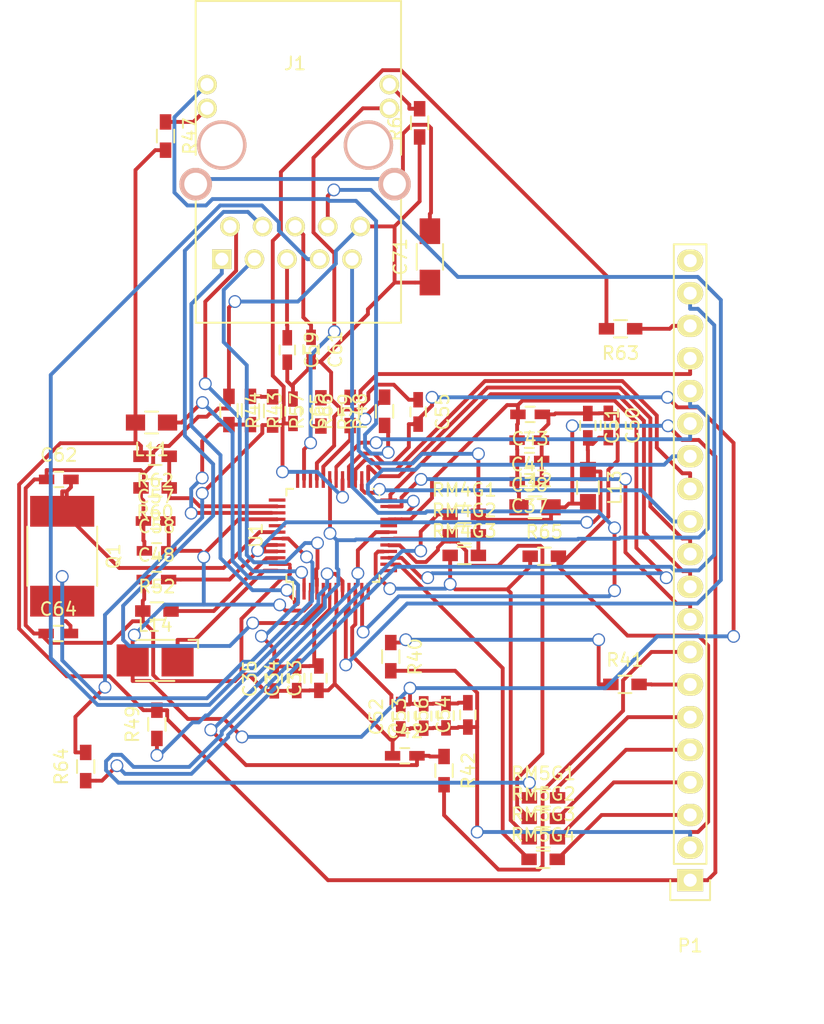
<source format=kicad_pcb>
(kicad_pcb (version 4) (host pcbnew 4.0.2-1.fc23-product)

  (general
    (links 139)
    (no_connects 7)
    (area 111.0419 29.663979 179.502679 111.602533)
    (thickness 1.6)
    (drawings 2)
    (tracks 880)
    (zones 0)
    (modules 57)
    (nets 54)
  )

  (page A4)
  (layers
    (0 F.Cu signal)
    (31 B.Cu signal)
    (33 F.Adhes user)
    (35 F.Paste user)
    (37 F.SilkS user)
    (39 F.Mask user)
    (40 Dwgs.User user)
    (41 Cmts.User user)
    (42 Eco1.User user)
    (43 Eco2.User user)
    (44 Edge.Cuts user)
    (45 Margin user)
    (47 F.CrtYd user)
    (49 F.Fab user)
  )

  (setup
    (last_trace_width 0.3)
    (trace_clearance 0.2)
    (zone_clearance 0.508)
    (zone_45_only no)
    (trace_min 0.2)
    (segment_width 0.2)
    (edge_width 0.15)
    (via_size 1)
    (via_drill 0.8)
    (via_min_size 0.4)
    (via_min_drill 0.3)
    (uvia_size 1)
    (uvia_drill 0.8)
    (uvias_allowed no)
    (uvia_min_size 0.2)
    (uvia_min_drill 0.1)
    (pcb_text_width 0.3)
    (pcb_text_size 1.5 1.5)
    (mod_edge_width 0.15)
    (mod_text_size 1 1)
    (mod_text_width 0.15)
    (pad_size 1.524 1.524)
    (pad_drill 0.762)
    (pad_to_mask_clearance 0.2)
    (aux_axis_origin 0 0)
    (visible_elements FFFEFFFF)
    (pcbplotparams
      (layerselection 0x00030_80000001)
      (usegerberextensions false)
      (excludeedgelayer true)
      (linewidth 0.100000)
      (plotframeref false)
      (viasonmask false)
      (mode 1)
      (useauxorigin false)
      (hpglpennumber 1)
      (hpglpenspeed 20)
      (hpglpendiameter 15)
      (hpglpenoverlay 2)
      (psnegative false)
      (psa4output false)
      (plotreference true)
      (plotvalue true)
      (plotinvisibletext false)
      (padsonsilk false)
      (subtractmaskfromsilk false)
      (outputformat 1)
      (mirror false)
      (drillshape 1)
      (scaleselection 1)
      (outputdirectory ""))
  )

  (net 0 "")
  (net 1 GND)
  (net 2 "Net-(C33-Pad2)")
  (net 3 "Net-(C37-Pad2)")
  (net 4 "Net-(C42-Pad2)")
  (net 5 "Net-(C48-Pad2)")
  (net 6 "Net-(C52-Pad2)")
  (net 7 "Net-(C59-Pad1)")
  (net 8 "Net-(C61-Pad1)")
  (net 9 "Net-(C62-Pad2)")
  (net 10 "Net-(C64-Pad2)")
  (net 11 "Net-(C65-Pad2)")
  (net 12 "Net-(C71-Pad2)")
  (net 13 "Net-(J1-Pad9)")
  (net 14 "Net-(J1-Pad8)")
  (net 15 "Net-(J1-Pad7)")
  (net 16 "Net-(J1-Pad4)")
  (net 17 "Net-(J1-Pad3)")
  (net 18 "Net-(J1-Pad2)")
  (net 19 "Net-(J1-Pad11)")
  (net 20 "Net-(J1-Pad14)")
  (net 21 "Net-(J1-Pad12)")
  (net 22 "Net-(J1-Pad13)")
  (net 23 "Net-(J1-Pad1)")
  (net 24 +3V3)
  (net 25 "Net-(L14-Pad1)")
  (net 26 "Net-(P1-Pad3)")
  (net 27 "Net-(P1-Pad4)")
  (net 28 "Net-(P1-Pad5)")
  (net 29 "Net-(P1-Pad6)")
  (net 30 "Net-(P1-Pad7)")
  (net 31 "Net-(P1-Pad8)")
  (net 32 "Net-(P1-Pad9)")
  (net 33 "Net-(P1-Pad10)")
  (net 34 "Net-(P1-Pad11)")
  (net 35 "Net-(P1-Pad12)")
  (net 36 "Net-(P1-Pad13)")
  (net 37 "Net-(P1-Pad14)")
  (net 38 "Net-(P1-Pad15)")
  (net 39 "Net-(P1-Pad16)")
  (net 40 "Net-(P1-Pad17)")
  (net 41 "Net-(P1-Pad18)")
  (net 42 "Net-(P1-Pad19)")
  (net 43 "Net-(P1-Pad20)")
  (net 44 "Net-(R40-Pad1)")
  (net 45 "Net-(R43-Pad1)")
  (net 46 "Net-(R43-Pad2)")
  (net 47 "Net-(R52-Pad2)")
  (net 48 "Net-(R60-Pad1)")
  (net 49 "Net-(R65-Pad1)")
  (net 50 "Net-(R66-Pad1)")
  (net 51 "Net-(RM4G1-Pad1)")
  (net 52 "Net-(RM4G2-Pad1)")
  (net 53 "Net-(RM5G4-Pad1)")

  (net_class Default "This is the default net class."
    (clearance 0.2)
    (trace_width 0.3)
    (via_dia 1)
    (via_drill 0.8)
    (uvia_dia 1)
    (uvia_drill 0.8)
    (add_net +3V3)
    (add_net GND)
    (add_net "Net-(C33-Pad2)")
    (add_net "Net-(C37-Pad2)")
    (add_net "Net-(C42-Pad2)")
    (add_net "Net-(C48-Pad2)")
    (add_net "Net-(C52-Pad2)")
    (add_net "Net-(C59-Pad1)")
    (add_net "Net-(C61-Pad1)")
    (add_net "Net-(C62-Pad2)")
    (add_net "Net-(C64-Pad2)")
    (add_net "Net-(C65-Pad2)")
    (add_net "Net-(C71-Pad2)")
    (add_net "Net-(J1-Pad1)")
    (add_net "Net-(J1-Pad11)")
    (add_net "Net-(J1-Pad12)")
    (add_net "Net-(J1-Pad13)")
    (add_net "Net-(J1-Pad14)")
    (add_net "Net-(J1-Pad2)")
    (add_net "Net-(J1-Pad3)")
    (add_net "Net-(J1-Pad4)")
    (add_net "Net-(J1-Pad7)")
    (add_net "Net-(J1-Pad8)")
    (add_net "Net-(J1-Pad9)")
    (add_net "Net-(L14-Pad1)")
    (add_net "Net-(P1-Pad10)")
    (add_net "Net-(P1-Pad11)")
    (add_net "Net-(P1-Pad12)")
    (add_net "Net-(P1-Pad13)")
    (add_net "Net-(P1-Pad14)")
    (add_net "Net-(P1-Pad15)")
    (add_net "Net-(P1-Pad16)")
    (add_net "Net-(P1-Pad17)")
    (add_net "Net-(P1-Pad18)")
    (add_net "Net-(P1-Pad19)")
    (add_net "Net-(P1-Pad20)")
    (add_net "Net-(P1-Pad3)")
    (add_net "Net-(P1-Pad4)")
    (add_net "Net-(P1-Pad5)")
    (add_net "Net-(P1-Pad6)")
    (add_net "Net-(P1-Pad7)")
    (add_net "Net-(P1-Pad8)")
    (add_net "Net-(P1-Pad9)")
    (add_net "Net-(R40-Pad1)")
    (add_net "Net-(R43-Pad1)")
    (add_net "Net-(R43-Pad2)")
    (add_net "Net-(R52-Pad2)")
    (add_net "Net-(R60-Pad1)")
    (add_net "Net-(R65-Pad1)")
    (add_net "Net-(R66-Pad1)")
    (add_net "Net-(RM4G1-Pad1)")
    (add_net "Net-(RM4G2-Pad1)")
    (add_net "Net-(RM5G4-Pad1)")
  )

  (module Capacitors_SMD:C_0603_HandSoldering (layer F.Cu) (tedit 541A9B4D) (tstamp 57E82DC4)
    (at 136.169 82.6897 90)
    (descr "Capacitor SMD 0603, hand soldering")
    (tags "capacitor 0603")
    (path /57E787B4)
    (attr smd)
    (fp_text reference C33 (at 0 -1.9 90) (layer F.SilkS)
      (effects (font (size 1 1) (thickness 0.15)))
    )
    (fp_text value 22uF/6.3V (at 0 1.9 90) (layer F.Fab)
      (effects (font (size 1 1) (thickness 0.15)))
    )
    (fp_line (start -1.85 -0.75) (end 1.85 -0.75) (layer F.CrtYd) (width 0.05))
    (fp_line (start -1.85 0.75) (end 1.85 0.75) (layer F.CrtYd) (width 0.05))
    (fp_line (start -1.85 -0.75) (end -1.85 0.75) (layer F.CrtYd) (width 0.05))
    (fp_line (start 1.85 -0.75) (end 1.85 0.75) (layer F.CrtYd) (width 0.05))
    (fp_line (start -0.35 -0.6) (end 0.35 -0.6) (layer F.SilkS) (width 0.15))
    (fp_line (start 0.35 0.6) (end -0.35 0.6) (layer F.SilkS) (width 0.15))
    (pad 1 smd rect (at -0.95 0 90) (size 1.2 0.75) (layers F.Cu F.Paste F.Mask)
      (net 1 GND))
    (pad 2 smd rect (at 0.95 0 90) (size 1.2 0.75) (layers F.Cu F.Paste F.Mask)
      (net 2 "Net-(C33-Pad2)"))
    (model Capacitors_SMD.3dshapes/C_0603_HandSoldering.wrl
      (at (xyz 0 0 0))
      (scale (xyz 1 1 1))
      (rotate (xyz 0 0 0))
    )
  )

  (module Capacitors_SMD:C_0603_HandSoldering (layer F.Cu) (tedit 541A9B4D) (tstamp 57E82DCA)
    (at 134.442 82.7024 90)
    (descr "Capacitor SMD 0603, hand soldering")
    (tags "capacitor 0603")
    (path /57E78801)
    (attr smd)
    (fp_text reference C34 (at 0 -1.9 90) (layer F.SilkS)
      (effects (font (size 1 1) (thickness 0.15)))
    )
    (fp_text value 100nF (at 0 1.9 90) (layer F.Fab)
      (effects (font (size 1 1) (thickness 0.15)))
    )
    (fp_line (start -1.85 -0.75) (end 1.85 -0.75) (layer F.CrtYd) (width 0.05))
    (fp_line (start -1.85 0.75) (end 1.85 0.75) (layer F.CrtYd) (width 0.05))
    (fp_line (start -1.85 -0.75) (end -1.85 0.75) (layer F.CrtYd) (width 0.05))
    (fp_line (start 1.85 -0.75) (end 1.85 0.75) (layer F.CrtYd) (width 0.05))
    (fp_line (start -0.35 -0.6) (end 0.35 -0.6) (layer F.SilkS) (width 0.15))
    (fp_line (start 0.35 0.6) (end -0.35 0.6) (layer F.SilkS) (width 0.15))
    (pad 1 smd rect (at -0.95 0 90) (size 1.2 0.75) (layers F.Cu F.Paste F.Mask)
      (net 1 GND))
    (pad 2 smd rect (at 0.95 0 90) (size 1.2 0.75) (layers F.Cu F.Paste F.Mask)
      (net 2 "Net-(C33-Pad2)"))
    (model Capacitors_SMD.3dshapes/C_0603_HandSoldering.wrl
      (at (xyz 0 0 0))
      (scale (xyz 1 1 1))
      (rotate (xyz 0 0 0))
    )
  )

  (module Capacitors_SMD:C_0603_HandSoldering (layer F.Cu) (tedit 541A9B4D) (tstamp 57E82DD0)
    (at 132.69 82.7278 90)
    (descr "Capacitor SMD 0603, hand soldering")
    (tags "capacitor 0603")
    (path /57E78D7B)
    (attr smd)
    (fp_text reference C35 (at 0 -1.9 90) (layer F.SilkS)
      (effects (font (size 1 1) (thickness 0.15)))
    )
    (fp_text value 100nF (at 0 1.9 90) (layer F.Fab)
      (effects (font (size 1 1) (thickness 0.15)))
    )
    (fp_line (start -1.85 -0.75) (end 1.85 -0.75) (layer F.CrtYd) (width 0.05))
    (fp_line (start -1.85 0.75) (end 1.85 0.75) (layer F.CrtYd) (width 0.05))
    (fp_line (start -1.85 -0.75) (end -1.85 0.75) (layer F.CrtYd) (width 0.05))
    (fp_line (start 1.85 -0.75) (end 1.85 0.75) (layer F.CrtYd) (width 0.05))
    (fp_line (start -0.35 -0.6) (end 0.35 -0.6) (layer F.SilkS) (width 0.15))
    (fp_line (start 0.35 0.6) (end -0.35 0.6) (layer F.SilkS) (width 0.15))
    (pad 1 smd rect (at -0.95 0 90) (size 1.2 0.75) (layers F.Cu F.Paste F.Mask)
      (net 1 GND))
    (pad 2 smd rect (at 0.95 0 90) (size 1.2 0.75) (layers F.Cu F.Paste F.Mask)
      (net 2 "Net-(C33-Pad2)"))
    (model Capacitors_SMD.3dshapes/C_0603_HandSoldering.wrl
      (at (xyz 0 0 0))
      (scale (xyz 1 1 1))
      (rotate (xyz 0 0 0))
    )
  )

  (module Capacitors_SMD:C_0603_HandSoldering (layer F.Cu) (tedit 541A9B4D) (tstamp 57E82DD6)
    (at 152.578 67.3862 180)
    (descr "Capacitor SMD 0603, hand soldering")
    (tags "capacitor 0603")
    (path /57E78828)
    (attr smd)
    (fp_text reference C37 (at 0 -1.9 180) (layer F.SilkS)
      (effects (font (size 1 1) (thickness 0.15)))
    )
    (fp_text value 22uF/6.3V (at 0 1.9 180) (layer F.Fab)
      (effects (font (size 1 1) (thickness 0.15)))
    )
    (fp_line (start -1.85 -0.75) (end 1.85 -0.75) (layer F.CrtYd) (width 0.05))
    (fp_line (start -1.85 0.75) (end 1.85 0.75) (layer F.CrtYd) (width 0.05))
    (fp_line (start -1.85 -0.75) (end -1.85 0.75) (layer F.CrtYd) (width 0.05))
    (fp_line (start 1.85 -0.75) (end 1.85 0.75) (layer F.CrtYd) (width 0.05))
    (fp_line (start -0.35 -0.6) (end 0.35 -0.6) (layer F.SilkS) (width 0.15))
    (fp_line (start 0.35 0.6) (end -0.35 0.6) (layer F.SilkS) (width 0.15))
    (pad 1 smd rect (at -0.95 0 180) (size 1.2 0.75) (layers F.Cu F.Paste F.Mask)
      (net 1 GND))
    (pad 2 smd rect (at 0.95 0 180) (size 1.2 0.75) (layers F.Cu F.Paste F.Mask)
      (net 3 "Net-(C37-Pad2)"))
    (model Capacitors_SMD.3dshapes/C_0603_HandSoldering.wrl
      (at (xyz 0 0 0))
      (scale (xyz 1 1 1))
      (rotate (xyz 0 0 0))
    )
  )

  (module Capacitors_SMD:C_0603_HandSoldering (layer F.Cu) (tedit 541A9B4D) (tstamp 57E82DDC)
    (at 152.578 65.7352 180)
    (descr "Capacitor SMD 0603, hand soldering")
    (tags "capacitor 0603")
    (path /57E7900D)
    (attr smd)
    (fp_text reference C38 (at 0 -1.9 180) (layer F.SilkS)
      (effects (font (size 1 1) (thickness 0.15)))
    )
    (fp_text value 100nF (at 0 1.9 180) (layer F.Fab)
      (effects (font (size 1 1) (thickness 0.15)))
    )
    (fp_line (start -1.85 -0.75) (end 1.85 -0.75) (layer F.CrtYd) (width 0.05))
    (fp_line (start -1.85 0.75) (end 1.85 0.75) (layer F.CrtYd) (width 0.05))
    (fp_line (start -1.85 -0.75) (end -1.85 0.75) (layer F.CrtYd) (width 0.05))
    (fp_line (start 1.85 -0.75) (end 1.85 0.75) (layer F.CrtYd) (width 0.05))
    (fp_line (start -0.35 -0.6) (end 0.35 -0.6) (layer F.SilkS) (width 0.15))
    (fp_line (start 0.35 0.6) (end -0.35 0.6) (layer F.SilkS) (width 0.15))
    (pad 1 smd rect (at -0.95 0 180) (size 1.2 0.75) (layers F.Cu F.Paste F.Mask)
      (net 1 GND))
    (pad 2 smd rect (at 0.95 0 180) (size 1.2 0.75) (layers F.Cu F.Paste F.Mask)
      (net 3 "Net-(C37-Pad2)"))
    (model Capacitors_SMD.3dshapes/C_0603_HandSoldering.wrl
      (at (xyz 0 0 0))
      (scale (xyz 1 1 1))
      (rotate (xyz 0 0 0))
    )
  )

  (module Capacitors_SMD:C_0603_HandSoldering (layer F.Cu) (tedit 541A9B4D) (tstamp 57E82DE2)
    (at 152.565 64.1477 180)
    (descr "Capacitor SMD 0603, hand soldering")
    (tags "capacitor 0603")
    (path /57E78852)
    (attr smd)
    (fp_text reference C41 (at 0 -1.9 180) (layer F.SilkS)
      (effects (font (size 1 1) (thickness 0.15)))
    )
    (fp_text value 100nF (at 0 1.9 180) (layer F.Fab)
      (effects (font (size 1 1) (thickness 0.15)))
    )
    (fp_line (start -1.85 -0.75) (end 1.85 -0.75) (layer F.CrtYd) (width 0.05))
    (fp_line (start -1.85 0.75) (end 1.85 0.75) (layer F.CrtYd) (width 0.05))
    (fp_line (start -1.85 -0.75) (end -1.85 0.75) (layer F.CrtYd) (width 0.05))
    (fp_line (start 1.85 -0.75) (end 1.85 0.75) (layer F.CrtYd) (width 0.05))
    (fp_line (start -0.35 -0.6) (end 0.35 -0.6) (layer F.SilkS) (width 0.15))
    (fp_line (start 0.35 0.6) (end -0.35 0.6) (layer F.SilkS) (width 0.15))
    (pad 1 smd rect (at -0.95 0 180) (size 1.2 0.75) (layers F.Cu F.Paste F.Mask)
      (net 1 GND))
    (pad 2 smd rect (at 0.95 0 180) (size 1.2 0.75) (layers F.Cu F.Paste F.Mask)
      (net 3 "Net-(C37-Pad2)"))
    (model Capacitors_SMD.3dshapes/C_0603_HandSoldering.wrl
      (at (xyz 0 0 0))
      (scale (xyz 1 1 1))
      (rotate (xyz 0 0 0))
    )
  )

  (module Capacitors_SMD:C_0603_HandSoldering (layer F.Cu) (tedit 541A9B4D) (tstamp 57E82DE8)
    (at 142.862 88.7349)
    (descr "Capacitor SMD 0603, hand soldering")
    (tags "capacitor 0603")
    (path /57E7E694)
    (attr smd)
    (fp_text reference C42 (at 0 -1.9) (layer F.SilkS)
      (effects (font (size 1 1) (thickness 0.15)))
    )
    (fp_text value NA (at 0 1.9) (layer F.Fab)
      (effects (font (size 1 1) (thickness 0.15)))
    )
    (fp_line (start -1.85 -0.75) (end 1.85 -0.75) (layer F.CrtYd) (width 0.05))
    (fp_line (start -1.85 0.75) (end 1.85 0.75) (layer F.CrtYd) (width 0.05))
    (fp_line (start -1.85 -0.75) (end -1.85 0.75) (layer F.CrtYd) (width 0.05))
    (fp_line (start 1.85 -0.75) (end 1.85 0.75) (layer F.CrtYd) (width 0.05))
    (fp_line (start -0.35 -0.6) (end 0.35 -0.6) (layer F.SilkS) (width 0.15))
    (fp_line (start 0.35 0.6) (end -0.35 0.6) (layer F.SilkS) (width 0.15))
    (pad 1 smd rect (at -0.95 0) (size 1.2 0.75) (layers F.Cu F.Paste F.Mask)
      (net 1 GND))
    (pad 2 smd rect (at 0.95 0) (size 1.2 0.75) (layers F.Cu F.Paste F.Mask)
      (net 4 "Net-(C42-Pad2)"))
    (model Capacitors_SMD.3dshapes/C_0603_HandSoldering.wrl
      (at (xyz 0 0 0))
      (scale (xyz 1 1 1))
      (rotate (xyz 0 0 0))
    )
  )

  (module Capacitors_SMD:C_0603_HandSoldering (layer F.Cu) (tedit 541A9B4D) (tstamp 57E82DEE)
    (at 152.629 62.1411 180)
    (descr "Capacitor SMD 0603, hand soldering")
    (tags "capacitor 0603")
    (path /57E79181)
    (attr smd)
    (fp_text reference C43 (at 0 -1.9 180) (layer F.SilkS)
      (effects (font (size 1 1) (thickness 0.15)))
    )
    (fp_text value 100nF (at 0 1.9 180) (layer F.Fab)
      (effects (font (size 1 1) (thickness 0.15)))
    )
    (fp_line (start -1.85 -0.75) (end 1.85 -0.75) (layer F.CrtYd) (width 0.05))
    (fp_line (start -1.85 0.75) (end 1.85 0.75) (layer F.CrtYd) (width 0.05))
    (fp_line (start -1.85 -0.75) (end -1.85 0.75) (layer F.CrtYd) (width 0.05))
    (fp_line (start 1.85 -0.75) (end 1.85 0.75) (layer F.CrtYd) (width 0.05))
    (fp_line (start -0.35 -0.6) (end 0.35 -0.6) (layer F.SilkS) (width 0.15))
    (fp_line (start 0.35 0.6) (end -0.35 0.6) (layer F.SilkS) (width 0.15))
    (pad 1 smd rect (at -0.95 0 180) (size 1.2 0.75) (layers F.Cu F.Paste F.Mask)
      (net 1 GND))
    (pad 2 smd rect (at 0.95 0 180) (size 1.2 0.75) (layers F.Cu F.Paste F.Mask)
      (net 3 "Net-(C37-Pad2)"))
    (model Capacitors_SMD.3dshapes/C_0603_HandSoldering.wrl
      (at (xyz 0 0 0))
      (scale (xyz 1 1 1))
      (rotate (xyz 0 0 0))
    )
  )

  (module Capacitors_SMD:C_0603_HandSoldering (layer F.Cu) (tedit 541A9B4D) (tstamp 57E82DF4)
    (at 123.508 75.0062)
    (descr "Capacitor SMD 0603, hand soldering")
    (tags "capacitor 0603")
    (path /57E7A140)
    (attr smd)
    (fp_text reference C48 (at 0 -1.9) (layer F.SilkS)
      (effects (font (size 1 1) (thickness 0.15)))
    )
    (fp_text value 22uF/6.3V (at 0 1.9) (layer F.Fab)
      (effects (font (size 1 1) (thickness 0.15)))
    )
    (fp_line (start -1.85 -0.75) (end 1.85 -0.75) (layer F.CrtYd) (width 0.05))
    (fp_line (start -1.85 0.75) (end 1.85 0.75) (layer F.CrtYd) (width 0.05))
    (fp_line (start -1.85 -0.75) (end -1.85 0.75) (layer F.CrtYd) (width 0.05))
    (fp_line (start 1.85 -0.75) (end 1.85 0.75) (layer F.CrtYd) (width 0.05))
    (fp_line (start -0.35 -0.6) (end 0.35 -0.6) (layer F.SilkS) (width 0.15))
    (fp_line (start 0.35 0.6) (end -0.35 0.6) (layer F.SilkS) (width 0.15))
    (pad 1 smd rect (at -0.95 0) (size 1.2 0.75) (layers F.Cu F.Paste F.Mask)
      (net 1 GND))
    (pad 2 smd rect (at 0.95 0) (size 1.2 0.75) (layers F.Cu F.Paste F.Mask)
      (net 5 "Net-(C48-Pad2)"))
    (model Capacitors_SMD.3dshapes/C_0603_HandSoldering.wrl
      (at (xyz 0 0 0))
      (scale (xyz 1 1 1))
      (rotate (xyz 0 0 0))
    )
  )

  (module Capacitors_SMD:C_0603_HandSoldering (layer F.Cu) (tedit 541A9B4D) (tstamp 57E82DFA)
    (at 158.725 63.0047 270)
    (descr "Capacitor SMD 0603, hand soldering")
    (tags "capacitor 0603")
    (path /57E7A36C)
    (attr smd)
    (fp_text reference C50 (at 0 -1.9 270) (layer F.SilkS)
      (effects (font (size 1 1) (thickness 0.15)))
    )
    (fp_text value 100nF (at 0 1.9 270) (layer F.Fab)
      (effects (font (size 1 1) (thickness 0.15)))
    )
    (fp_line (start -1.85 -0.75) (end 1.85 -0.75) (layer F.CrtYd) (width 0.05))
    (fp_line (start -1.85 0.75) (end 1.85 0.75) (layer F.CrtYd) (width 0.05))
    (fp_line (start -1.85 -0.75) (end -1.85 0.75) (layer F.CrtYd) (width 0.05))
    (fp_line (start 1.85 -0.75) (end 1.85 0.75) (layer F.CrtYd) (width 0.05))
    (fp_line (start -0.35 -0.6) (end 0.35 -0.6) (layer F.SilkS) (width 0.15))
    (fp_line (start 0.35 0.6) (end -0.35 0.6) (layer F.SilkS) (width 0.15))
    (pad 1 smd rect (at -0.95 0 270) (size 1.2 0.75) (layers F.Cu F.Paste F.Mask)
      (net 1 GND))
    (pad 2 smd rect (at 0.95 0 270) (size 1.2 0.75) (layers F.Cu F.Paste F.Mask)
      (net 5 "Net-(C48-Pad2)"))
    (model Capacitors_SMD.3dshapes/C_0603_HandSoldering.wrl
      (at (xyz 0 0 0))
      (scale (xyz 1 1 1))
      (rotate (xyz 0 0 0))
    )
  )

  (module Capacitors_SMD:C_0603_HandSoldering (layer F.Cu) (tedit 541A9B4D) (tstamp 57E82E00)
    (at 157.124 63.0174 270)
    (descr "Capacitor SMD 0603, hand soldering")
    (tags "capacitor 0603")
    (path /57E7A2FE)
    (attr smd)
    (fp_text reference C51 (at 0 -1.9 270) (layer F.SilkS)
      (effects (font (size 1 1) (thickness 0.15)))
    )
    (fp_text value 100nF (at 0 1.9 270) (layer F.Fab)
      (effects (font (size 1 1) (thickness 0.15)))
    )
    (fp_line (start -1.85 -0.75) (end 1.85 -0.75) (layer F.CrtYd) (width 0.05))
    (fp_line (start -1.85 0.75) (end 1.85 0.75) (layer F.CrtYd) (width 0.05))
    (fp_line (start -1.85 -0.75) (end -1.85 0.75) (layer F.CrtYd) (width 0.05))
    (fp_line (start 1.85 -0.75) (end 1.85 0.75) (layer F.CrtYd) (width 0.05))
    (fp_line (start -0.35 -0.6) (end 0.35 -0.6) (layer F.SilkS) (width 0.15))
    (fp_line (start 0.35 0.6) (end -0.35 0.6) (layer F.SilkS) (width 0.15))
    (pad 1 smd rect (at -0.95 0 270) (size 1.2 0.75) (layers F.Cu F.Paste F.Mask)
      (net 1 GND))
    (pad 2 smd rect (at 0.95 0 270) (size 1.2 0.75) (layers F.Cu F.Paste F.Mask)
      (net 5 "Net-(C48-Pad2)"))
    (model Capacitors_SMD.3dshapes/C_0603_HandSoldering.wrl
      (at (xyz 0 0 0))
      (scale (xyz 1 1 1))
      (rotate (xyz 0 0 0))
    )
  )

  (module Capacitors_SMD:C_0603_HandSoldering (layer F.Cu) (tedit 541A9B4D) (tstamp 57E82E06)
    (at 142.545 85.6869 90)
    (descr "Capacitor SMD 0603, hand soldering")
    (tags "capacitor 0603")
    (path /57E7A641)
    (attr smd)
    (fp_text reference C52 (at 0 -1.9 90) (layer F.SilkS)
      (effects (font (size 1 1) (thickness 0.15)))
    )
    (fp_text value 22uF/6.3V (at 0 1.9 90) (layer F.Fab)
      (effects (font (size 1 1) (thickness 0.15)))
    )
    (fp_line (start -1.85 -0.75) (end 1.85 -0.75) (layer F.CrtYd) (width 0.05))
    (fp_line (start -1.85 0.75) (end 1.85 0.75) (layer F.CrtYd) (width 0.05))
    (fp_line (start -1.85 -0.75) (end -1.85 0.75) (layer F.CrtYd) (width 0.05))
    (fp_line (start 1.85 -0.75) (end 1.85 0.75) (layer F.CrtYd) (width 0.05))
    (fp_line (start -0.35 -0.6) (end 0.35 -0.6) (layer F.SilkS) (width 0.15))
    (fp_line (start 0.35 0.6) (end -0.35 0.6) (layer F.SilkS) (width 0.15))
    (pad 1 smd rect (at -0.95 0 90) (size 1.2 0.75) (layers F.Cu F.Paste F.Mask)
      (net 1 GND))
    (pad 2 smd rect (at 0.95 0 90) (size 1.2 0.75) (layers F.Cu F.Paste F.Mask)
      (net 6 "Net-(C52-Pad2)"))
    (model Capacitors_SMD.3dshapes/C_0603_HandSoldering.wrl
      (at (xyz 0 0 0))
      (scale (xyz 1 1 1))
      (rotate (xyz 0 0 0))
    )
  )

  (module Capacitors_SMD:C_0603_HandSoldering (layer F.Cu) (tedit 541A9B4D) (tstamp 57E82E0C)
    (at 144.336 85.6361 90)
    (descr "Capacitor SMD 0603, hand soldering")
    (tags "capacitor 0603")
    (path /57E7A7B3)
    (attr smd)
    (fp_text reference C53 (at 0 -1.9 90) (layer F.SilkS)
      (effects (font (size 1 1) (thickness 0.15)))
    )
    (fp_text value 22uF/6.3V (at 0 1.9 90) (layer F.Fab)
      (effects (font (size 1 1) (thickness 0.15)))
    )
    (fp_line (start -1.85 -0.75) (end 1.85 -0.75) (layer F.CrtYd) (width 0.05))
    (fp_line (start -1.85 0.75) (end 1.85 0.75) (layer F.CrtYd) (width 0.05))
    (fp_line (start -1.85 -0.75) (end -1.85 0.75) (layer F.CrtYd) (width 0.05))
    (fp_line (start 1.85 -0.75) (end 1.85 0.75) (layer F.CrtYd) (width 0.05))
    (fp_line (start -0.35 -0.6) (end 0.35 -0.6) (layer F.SilkS) (width 0.15))
    (fp_line (start 0.35 0.6) (end -0.35 0.6) (layer F.SilkS) (width 0.15))
    (pad 1 smd rect (at -0.95 0 90) (size 1.2 0.75) (layers F.Cu F.Paste F.Mask)
      (net 1 GND))
    (pad 2 smd rect (at 0.95 0 90) (size 1.2 0.75) (layers F.Cu F.Paste F.Mask)
      (net 6 "Net-(C52-Pad2)"))
    (model Capacitors_SMD.3dshapes/C_0603_HandSoldering.wrl
      (at (xyz 0 0 0))
      (scale (xyz 1 1 1))
      (rotate (xyz 0 0 0))
    )
  )

  (module Capacitors_SMD:C_0603_HandSoldering (layer F.Cu) (tedit 541A9B4D) (tstamp 57E82E12)
    (at 147.777 85.5472 90)
    (descr "Capacitor SMD 0603, hand soldering")
    (tags "capacitor 0603")
    (path /57E7AD0B)
    (attr smd)
    (fp_text reference C54 (at 0 -1.9 90) (layer F.SilkS)
      (effects (font (size 1 1) (thickness 0.15)))
    )
    (fp_text value 100nF (at 0 1.9 90) (layer F.Fab)
      (effects (font (size 1 1) (thickness 0.15)))
    )
    (fp_line (start -1.85 -0.75) (end 1.85 -0.75) (layer F.CrtYd) (width 0.05))
    (fp_line (start -1.85 0.75) (end 1.85 0.75) (layer F.CrtYd) (width 0.05))
    (fp_line (start -1.85 -0.75) (end -1.85 0.75) (layer F.CrtYd) (width 0.05))
    (fp_line (start 1.85 -0.75) (end 1.85 0.75) (layer F.CrtYd) (width 0.05))
    (fp_line (start -0.35 -0.6) (end 0.35 -0.6) (layer F.SilkS) (width 0.15))
    (fp_line (start 0.35 0.6) (end -0.35 0.6) (layer F.SilkS) (width 0.15))
    (pad 1 smd rect (at -0.95 0 90) (size 1.2 0.75) (layers F.Cu F.Paste F.Mask)
      (net 1 GND))
    (pad 2 smd rect (at 0.95 0 90) (size 1.2 0.75) (layers F.Cu F.Paste F.Mask)
      (net 6 "Net-(C52-Pad2)"))
    (model Capacitors_SMD.3dshapes/C_0603_HandSoldering.wrl
      (at (xyz 0 0 0))
      (scale (xyz 1 1 1))
      (rotate (xyz 0 0 0))
    )
  )

  (module Capacitors_SMD:C_0603_HandSoldering (layer F.Cu) (tedit 541A9B4D) (tstamp 57E82E18)
    (at 143.904 61.9506 270)
    (descr "Capacitor SMD 0603, hand soldering")
    (tags "capacitor 0603")
    (path /57E7AACB)
    (attr smd)
    (fp_text reference C55 (at 0 -1.9 270) (layer F.SilkS)
      (effects (font (size 1 1) (thickness 0.15)))
    )
    (fp_text value 100nF (at 0 1.9 270) (layer F.Fab)
      (effects (font (size 1 1) (thickness 0.15)))
    )
    (fp_line (start -1.85 -0.75) (end 1.85 -0.75) (layer F.CrtYd) (width 0.05))
    (fp_line (start -1.85 0.75) (end 1.85 0.75) (layer F.CrtYd) (width 0.05))
    (fp_line (start -1.85 -0.75) (end -1.85 0.75) (layer F.CrtYd) (width 0.05))
    (fp_line (start 1.85 -0.75) (end 1.85 0.75) (layer F.CrtYd) (width 0.05))
    (fp_line (start -0.35 -0.6) (end 0.35 -0.6) (layer F.SilkS) (width 0.15))
    (fp_line (start 0.35 0.6) (end -0.35 0.6) (layer F.SilkS) (width 0.15))
    (pad 1 smd rect (at -0.95 0 270) (size 1.2 0.75) (layers F.Cu F.Paste F.Mask)
      (net 1 GND))
    (pad 2 smd rect (at 0.95 0 270) (size 1.2 0.75) (layers F.Cu F.Paste F.Mask)
      (net 6 "Net-(C52-Pad2)"))
    (model Capacitors_SMD.3dshapes/C_0603_HandSoldering.wrl
      (at (xyz 0 0 0))
      (scale (xyz 1 1 1))
      (rotate (xyz 0 0 0))
    )
  )

  (module Capacitors_SMD:C_0603_HandSoldering (layer F.Cu) (tedit 541A9B4D) (tstamp 57E82E1E)
    (at 146.075 85.6107 90)
    (descr "Capacitor SMD 0603, hand soldering")
    (tags "capacitor 0603")
    (path /57E7AD8E)
    (attr smd)
    (fp_text reference C56 (at 0 -1.9 90) (layer F.SilkS)
      (effects (font (size 1 1) (thickness 0.15)))
    )
    (fp_text value 100nF (at 0 1.9 90) (layer F.Fab)
      (effects (font (size 1 1) (thickness 0.15)))
    )
    (fp_line (start -1.85 -0.75) (end 1.85 -0.75) (layer F.CrtYd) (width 0.05))
    (fp_line (start -1.85 0.75) (end 1.85 0.75) (layer F.CrtYd) (width 0.05))
    (fp_line (start -1.85 -0.75) (end -1.85 0.75) (layer F.CrtYd) (width 0.05))
    (fp_line (start 1.85 -0.75) (end 1.85 0.75) (layer F.CrtYd) (width 0.05))
    (fp_line (start -0.35 -0.6) (end 0.35 -0.6) (layer F.SilkS) (width 0.15))
    (fp_line (start 0.35 0.6) (end -0.35 0.6) (layer F.SilkS) (width 0.15))
    (pad 1 smd rect (at -0.95 0 90) (size 1.2 0.75) (layers F.Cu F.Paste F.Mask)
      (net 1 GND))
    (pad 2 smd rect (at 0.95 0 90) (size 1.2 0.75) (layers F.Cu F.Paste F.Mask)
      (net 6 "Net-(C52-Pad2)"))
    (model Capacitors_SMD.3dshapes/C_0603_HandSoldering.wrl
      (at (xyz 0 0 0))
      (scale (xyz 1 1 1))
      (rotate (xyz 0 0 0))
    )
  )

  (module Capacitors_SMD:C_0603_HandSoldering (layer F.Cu) (tedit 541A9B4D) (tstamp 57E82E24)
    (at 123.444 70.4469)
    (descr "Capacitor SMD 0603, hand soldering")
    (tags "capacitor 0603")
    (path /57E7AB4C)
    (attr smd)
    (fp_text reference C57 (at 0 -1.9) (layer F.SilkS)
      (effects (font (size 1 1) (thickness 0.15)))
    )
    (fp_text value 100nF (at 0 1.9) (layer F.Fab)
      (effects (font (size 1 1) (thickness 0.15)))
    )
    (fp_line (start -1.85 -0.75) (end 1.85 -0.75) (layer F.CrtYd) (width 0.05))
    (fp_line (start -1.85 0.75) (end 1.85 0.75) (layer F.CrtYd) (width 0.05))
    (fp_line (start -1.85 -0.75) (end -1.85 0.75) (layer F.CrtYd) (width 0.05))
    (fp_line (start 1.85 -0.75) (end 1.85 0.75) (layer F.CrtYd) (width 0.05))
    (fp_line (start -0.35 -0.6) (end 0.35 -0.6) (layer F.SilkS) (width 0.15))
    (fp_line (start 0.35 0.6) (end -0.35 0.6) (layer F.SilkS) (width 0.15))
    (pad 1 smd rect (at -0.95 0) (size 1.2 0.75) (layers F.Cu F.Paste F.Mask)
      (net 1 GND))
    (pad 2 smd rect (at 0.95 0) (size 1.2 0.75) (layers F.Cu F.Paste F.Mask)
      (net 6 "Net-(C52-Pad2)"))
    (model Capacitors_SMD.3dshapes/C_0603_HandSoldering.wrl
      (at (xyz 0 0 0))
      (scale (xyz 1 1 1))
      (rotate (xyz 0 0 0))
    )
  )

  (module Capacitors_SMD:C_0603_HandSoldering (layer F.Cu) (tedit 541A9B4D) (tstamp 57E82E2A)
    (at 123.52 72.771)
    (descr "Capacitor SMD 0603, hand soldering")
    (tags "capacitor 0603")
    (path /57E7ADF6)
    (attr smd)
    (fp_text reference C58 (at 0 -1.9) (layer F.SilkS)
      (effects (font (size 1 1) (thickness 0.15)))
    )
    (fp_text value 100nF (at 0 1.9) (layer F.Fab)
      (effects (font (size 1 1) (thickness 0.15)))
    )
    (fp_line (start -1.85 -0.75) (end 1.85 -0.75) (layer F.CrtYd) (width 0.05))
    (fp_line (start -1.85 0.75) (end 1.85 0.75) (layer F.CrtYd) (width 0.05))
    (fp_line (start -1.85 -0.75) (end -1.85 0.75) (layer F.CrtYd) (width 0.05))
    (fp_line (start 1.85 -0.75) (end 1.85 0.75) (layer F.CrtYd) (width 0.05))
    (fp_line (start -0.35 -0.6) (end 0.35 -0.6) (layer F.SilkS) (width 0.15))
    (fp_line (start 0.35 0.6) (end -0.35 0.6) (layer F.SilkS) (width 0.15))
    (pad 1 smd rect (at -0.95 0) (size 1.2 0.75) (layers F.Cu F.Paste F.Mask)
      (net 1 GND))
    (pad 2 smd rect (at 0.95 0) (size 1.2 0.75) (layers F.Cu F.Paste F.Mask)
      (net 6 "Net-(C52-Pad2)"))
    (model Capacitors_SMD.3dshapes/C_0603_HandSoldering.wrl
      (at (xyz 0 0 0))
      (scale (xyz 1 1 1))
      (rotate (xyz 0 0 0))
    )
  )

  (module Capacitors_SMD:C_0603_HandSoldering (layer F.Cu) (tedit 541A9B4D) (tstamp 57E82E30)
    (at 133.706 57.1246 270)
    (descr "Capacitor SMD 0603, hand soldering")
    (tags "capacitor 0603")
    (path /57E80D2D)
    (attr smd)
    (fp_text reference C59 (at 0 -1.9 270) (layer F.SilkS)
      (effects (font (size 1 1) (thickness 0.15)))
    )
    (fp_text value 100nF (at 0 1.9 270) (layer F.Fab)
      (effects (font (size 1 1) (thickness 0.15)))
    )
    (fp_line (start -1.85 -0.75) (end 1.85 -0.75) (layer F.CrtYd) (width 0.05))
    (fp_line (start -1.85 0.75) (end 1.85 0.75) (layer F.CrtYd) (width 0.05))
    (fp_line (start -1.85 -0.75) (end -1.85 0.75) (layer F.CrtYd) (width 0.05))
    (fp_line (start 1.85 -0.75) (end 1.85 0.75) (layer F.CrtYd) (width 0.05))
    (fp_line (start -0.35 -0.6) (end 0.35 -0.6) (layer F.SilkS) (width 0.15))
    (fp_line (start 0.35 0.6) (end -0.35 0.6) (layer F.SilkS) (width 0.15))
    (pad 1 smd rect (at -0.95 0 270) (size 1.2 0.75) (layers F.Cu F.Paste F.Mask)
      (net 7 "Net-(C59-Pad1)"))
    (pad 2 smd rect (at 0.95 0 270) (size 1.2 0.75) (layers F.Cu F.Paste F.Mask)
      (net 1 GND))
    (model Capacitors_SMD.3dshapes/C_0603_HandSoldering.wrl
      (at (xyz 0 0 0))
      (scale (xyz 1 1 1))
      (rotate (xyz 0 0 0))
    )
  )

  (module Capacitors_SMD:C_0603_HandSoldering (layer F.Cu) (tedit 541A9B4D) (tstamp 57E82E36)
    (at 135.56 57.0865 270)
    (descr "Capacitor SMD 0603, hand soldering")
    (tags "capacitor 0603")
    (path /57E80EA0)
    (attr smd)
    (fp_text reference C61 (at 0 -1.9 270) (layer F.SilkS)
      (effects (font (size 1 1) (thickness 0.15)))
    )
    (fp_text value 100nF (at 0 1.9 270) (layer F.Fab)
      (effects (font (size 1 1) (thickness 0.15)))
    )
    (fp_line (start -1.85 -0.75) (end 1.85 -0.75) (layer F.CrtYd) (width 0.05))
    (fp_line (start -1.85 0.75) (end 1.85 0.75) (layer F.CrtYd) (width 0.05))
    (fp_line (start -1.85 -0.75) (end -1.85 0.75) (layer F.CrtYd) (width 0.05))
    (fp_line (start 1.85 -0.75) (end 1.85 0.75) (layer F.CrtYd) (width 0.05))
    (fp_line (start -0.35 -0.6) (end 0.35 -0.6) (layer F.SilkS) (width 0.15))
    (fp_line (start 0.35 0.6) (end -0.35 0.6) (layer F.SilkS) (width 0.15))
    (pad 1 smd rect (at -0.95 0 270) (size 1.2 0.75) (layers F.Cu F.Paste F.Mask)
      (net 8 "Net-(C61-Pad1)"))
    (pad 2 smd rect (at 0.95 0 270) (size 1.2 0.75) (layers F.Cu F.Paste F.Mask)
      (net 1 GND))
    (model Capacitors_SMD.3dshapes/C_0603_HandSoldering.wrl
      (at (xyz 0 0 0))
      (scale (xyz 1 1 1))
      (rotate (xyz 0 0 0))
    )
  )

  (module Capacitors_SMD:C_0603_HandSoldering (layer F.Cu) (tedit 541A9B4D) (tstamp 57E82E3C)
    (at 115.9 67.2084)
    (descr "Capacitor SMD 0603, hand soldering")
    (tags "capacitor 0603")
    (path /57E7B8B2)
    (attr smd)
    (fp_text reference C62 (at 0 -1.9) (layer F.SilkS)
      (effects (font (size 1 1) (thickness 0.15)))
    )
    (fp_text value 27pF (at 0 1.9) (layer F.Fab)
      (effects (font (size 1 1) (thickness 0.15)))
    )
    (fp_line (start -1.85 -0.75) (end 1.85 -0.75) (layer F.CrtYd) (width 0.05))
    (fp_line (start -1.85 0.75) (end 1.85 0.75) (layer F.CrtYd) (width 0.05))
    (fp_line (start -1.85 -0.75) (end -1.85 0.75) (layer F.CrtYd) (width 0.05))
    (fp_line (start 1.85 -0.75) (end 1.85 0.75) (layer F.CrtYd) (width 0.05))
    (fp_line (start -0.35 -0.6) (end 0.35 -0.6) (layer F.SilkS) (width 0.15))
    (fp_line (start 0.35 0.6) (end -0.35 0.6) (layer F.SilkS) (width 0.15))
    (pad 1 smd rect (at -0.95 0) (size 1.2 0.75) (layers F.Cu F.Paste F.Mask)
      (net 1 GND))
    (pad 2 smd rect (at 0.95 0) (size 1.2 0.75) (layers F.Cu F.Paste F.Mask)
      (net 9 "Net-(C62-Pad2)"))
    (model Capacitors_SMD.3dshapes/C_0603_HandSoldering.wrl
      (at (xyz 0 0 0))
      (scale (xyz 1 1 1))
      (rotate (xyz 0 0 0))
    )
  )

  (module Capacitors_SMD:C_0603_HandSoldering (layer F.Cu) (tedit 541A9B4D) (tstamp 57E82E42)
    (at 115.862 79.2099)
    (descr "Capacitor SMD 0603, hand soldering")
    (tags "capacitor 0603")
    (path /57E7BA0A)
    (attr smd)
    (fp_text reference C64 (at 0 -1.9) (layer F.SilkS)
      (effects (font (size 1 1) (thickness 0.15)))
    )
    (fp_text value 27pF (at 0 1.9) (layer F.Fab)
      (effects (font (size 1 1) (thickness 0.15)))
    )
    (fp_line (start -1.85 -0.75) (end 1.85 -0.75) (layer F.CrtYd) (width 0.05))
    (fp_line (start -1.85 0.75) (end 1.85 0.75) (layer F.CrtYd) (width 0.05))
    (fp_line (start -1.85 -0.75) (end -1.85 0.75) (layer F.CrtYd) (width 0.05))
    (fp_line (start 1.85 -0.75) (end 1.85 0.75) (layer F.CrtYd) (width 0.05))
    (fp_line (start -0.35 -0.6) (end 0.35 -0.6) (layer F.SilkS) (width 0.15))
    (fp_line (start 0.35 0.6) (end -0.35 0.6) (layer F.SilkS) (width 0.15))
    (pad 1 smd rect (at -0.95 0) (size 1.2 0.75) (layers F.Cu F.Paste F.Mask)
      (net 1 GND))
    (pad 2 smd rect (at 0.95 0) (size 1.2 0.75) (layers F.Cu F.Paste F.Mask)
      (net 10 "Net-(C64-Pad2)"))
    (model Capacitors_SMD.3dshapes/C_0603_HandSoldering.wrl
      (at (xyz 0 0 0))
      (scale (xyz 1 1 1))
      (rotate (xyz 0 0 0))
    )
  )

  (module Capacitors_SMD:C_0603_HandSoldering (layer F.Cu) (tedit 541A9B4D) (tstamp 57E82E48)
    (at 134.15 61.8998 270)
    (descr "Capacitor SMD 0603, hand soldering")
    (tags "capacitor 0603")
    (path /57E797B2)
    (attr smd)
    (fp_text reference C65 (at 0 -1.9 270) (layer F.SilkS)
      (effects (font (size 1 1) (thickness 0.15)))
    )
    (fp_text value NA (at 0 1.9 270) (layer F.Fab)
      (effects (font (size 1 1) (thickness 0.15)))
    )
    (fp_line (start -1.85 -0.75) (end 1.85 -0.75) (layer F.CrtYd) (width 0.05))
    (fp_line (start -1.85 0.75) (end 1.85 0.75) (layer F.CrtYd) (width 0.05))
    (fp_line (start -1.85 -0.75) (end -1.85 0.75) (layer F.CrtYd) (width 0.05))
    (fp_line (start 1.85 -0.75) (end 1.85 0.75) (layer F.CrtYd) (width 0.05))
    (fp_line (start -0.35 -0.6) (end 0.35 -0.6) (layer F.SilkS) (width 0.15))
    (fp_line (start 0.35 0.6) (end -0.35 0.6) (layer F.SilkS) (width 0.15))
    (pad 1 smd rect (at -0.95 0 270) (size 1.2 0.75) (layers F.Cu F.Paste F.Mask)
      (net 1 GND))
    (pad 2 smd rect (at 0.95 0 270) (size 1.2 0.75) (layers F.Cu F.Paste F.Mask)
      (net 11 "Net-(C65-Pad2)"))
    (model Capacitors_SMD.3dshapes/C_0603_HandSoldering.wrl
      (at (xyz 0 0 0))
      (scale (xyz 1 1 1))
      (rotate (xyz 0 0 0))
    )
  )

  (module Capacitors_SMD:C_1206_HandSoldering (layer F.Cu) (tedit 541A9C03) (tstamp 57E82E4E)
    (at 144.818 49.8729 90)
    (descr "Capacitor SMD 1206, hand soldering")
    (tags "capacitor 1206")
    (path /57E879BF)
    (attr smd)
    (fp_text reference C71 (at 0 -2.3 90) (layer F.SilkS)
      (effects (font (size 1 1) (thickness 0.15)))
    )
    (fp_text value 1nF/2kV/X7R/1206 (at 0 2.3 90) (layer F.Fab)
      (effects (font (size 1 1) (thickness 0.15)))
    )
    (fp_line (start -3.3 -1.15) (end 3.3 -1.15) (layer F.CrtYd) (width 0.05))
    (fp_line (start -3.3 1.15) (end 3.3 1.15) (layer F.CrtYd) (width 0.05))
    (fp_line (start -3.3 -1.15) (end -3.3 1.15) (layer F.CrtYd) (width 0.05))
    (fp_line (start 3.3 -1.15) (end 3.3 1.15) (layer F.CrtYd) (width 0.05))
    (fp_line (start 1 -1.025) (end -1 -1.025) (layer F.SilkS) (width 0.15))
    (fp_line (start -1 1.025) (end 1 1.025) (layer F.SilkS) (width 0.15))
    (pad 1 smd rect (at -2 0 90) (size 2 1.6) (layers F.Cu F.Paste F.Mask)
      (net 1 GND))
    (pad 2 smd rect (at 2 0 90) (size 2 1.6) (layers F.Cu F.Paste F.Mask)
      (net 12 "Net-(C71-Pad2)"))
    (model Capacitors_SMD.3dshapes/C_1206_HandSoldering.wrl
      (at (xyz 0 0 0))
      (scale (xyz 1 1 1))
      (rotate (xyz 0 0 0))
    )
  )

  (module rj45:TM211Q01FM22 (layer F.Cu) (tedit 57E82BEC) (tstamp 57E82E6D)
    (at 130.505 50.0507 180)
    (tags RJ45)
    (path /57E8409B)
    (fp_text reference J1 (at -3.81 15.24 180) (layer F.SilkS)
      (effects (font (size 1 1) (thickness 0.15)))
    )
    (fp_text value TM211Q01FM22 (at -3.81 11.43 180) (layer F.Fab)
      (effects (font (size 1 1) (thickness 0.15)))
    )
    (fp_line (start -10.8 -4.95) (end 3 -4.95) (layer F.SilkS) (width 0.15))
    (fp_line (start 3.937 20.066) (end 3.937 8.128) (layer F.SilkS) (width 0.15))
    (fp_line (start 3.937 4.953) (end 3.937 -4.953) (layer F.SilkS) (width 0.15))
    (fp_line (start -12.065 20.066) (end -12.065 8.128) (layer F.SilkS) (width 0.15))
    (fp_line (start -12.065 4.953) (end -12.065 -4.953) (layer F.SilkS) (width 0.15))
    (fp_line (start 3.937 -4.953) (end 2.921 -4.953) (layer F.SilkS) (width 0.15))
    (fp_line (start -5.461 -4.953) (end -2.159 -4.953) (layer F.SilkS) (width 0.15))
    (fp_line (start -12.065 -4.953) (end -10.795 -4.953) (layer F.SilkS) (width 0.15))
    (fp_line (start -12.065 20.11172) (end 3.937 20.11172) (layer F.SilkS) (width 0.15))
    (pad 9 thru_hole circle (at -8.25 0 180) (size 1.524 1.524) (drill 1.016) (layers *.Cu *.Mask F.SilkS)
      (net 13 "Net-(J1-Pad9)"))
    (pad 10 thru_hole circle (at -8.9 2.55 180) (size 1.524 1.524) (drill 1.016) (layers *.Cu *.Mask F.SilkS)
      (net 1 GND))
    (pad Hole thru_hole circle (at 1.905 8.89 180) (size 3.85064 3.85064) (drill 3.302) (layers *.Cu *.SilkS *.Mask))
    (pad Hole thru_hole circle (at -9.525 8.89 180) (size 3.85064 3.85064) (drill 3.302) (layers *.Cu *.SilkS *.Mask))
    (pad 8 thru_hole circle (at -6.355 2.54 180) (size 1.524 1.524) (drill 1.016) (layers *.Cu *.Mask F.SilkS)
      (net 14 "Net-(J1-Pad8)"))
    (pad 7 thru_hole circle (at -5.72 0 180) (size 1.524 1.524) (drill 1.016) (layers *.Cu *.Mask F.SilkS)
      (net 15 "Net-(J1-Pad7)"))
    (pad 6 thru_hole circle (at -3.815 2.54 180) (size 1.524 1.524) (drill 1.016) (layers *.Cu *.Mask F.SilkS)
      (net 8 "Net-(C61-Pad1)"))
    (pad 5 thru_hole circle (at -3.18 0 180) (size 1.524 1.524) (drill 1.016) (layers *.Cu *.Mask F.SilkS)
      (net 7 "Net-(C59-Pad1)"))
    (pad 4 thru_hole circle (at -1.275 2.54 180) (size 1.524 1.524) (drill 1.016) (layers *.Cu *.Mask F.SilkS)
      (net 16 "Net-(J1-Pad4)"))
    (pad 3 thru_hole circle (at -0.64 0 180) (size 1.524 1.524) (drill 1.016) (layers *.Cu *.Mask F.SilkS)
      (net 17 "Net-(J1-Pad3)"))
    (pad 2 thru_hole circle (at 1.265 2.54 180) (size 1.524 1.524) (drill 1.016) (layers *.Cu *.Mask F.SilkS)
      (net 18 "Net-(J1-Pad2)"))
    (pad SH1 thru_hole circle (at 3.937 5.842 180) (size 2.54 2.54) (drill 1.778) (layers *.Cu *.SilkS *.Mask)
      (net 12 "Net-(C71-Pad2)"))
    (pad SH2 thru_hole circle (at -11.557 5.842 180) (size 2.54 2.54) (drill 1.778) (layers *.Cu *.SilkS *.Mask)
      (net 12 "Net-(C71-Pad2)"))
    (pad 11 thru_hole circle (at -11.15 11.75 180) (size 1.524 1.524) (drill 1.016) (layers *.Cu *.Mask F.SilkS)
      (net 19 "Net-(J1-Pad11)"))
    (pad 14 thru_hole circle (at 3.05 13.6 180) (size 1.524 1.524) (drill 1.016) (layers *.Cu *.Mask F.SilkS)
      (net 20 "Net-(J1-Pad14)"))
    (pad 12 thru_hole circle (at -11.15 13.6 180) (size 1.524 1.524) (drill 1.016) (layers *.Cu *.Mask F.SilkS)
      (net 21 "Net-(J1-Pad12)"))
    (pad 13 thru_hole circle (at 3.05 11.75 180) (size 1.524 1.524) (drill 1.016) (layers *.Cu *.Mask F.SilkS)
      (net 22 "Net-(J1-Pad13)"))
    (pad 1 thru_hole rect (at 1.9 0 180) (size 1.524 1.524) (drill 1.016) (layers *.Cu *.Mask F.SilkS)
      (net 23 "Net-(J1-Pad1)"))
  )

  (module Capacitors_SMD:C_0805_HandSoldering (layer F.Cu) (tedit 541A9B8D) (tstamp 57E82E73)
    (at 123.126 62.7761 180)
    (descr "Capacitor SMD 0805, hand soldering")
    (tags "capacitor 0805")
    (path /57E7874D)
    (attr smd)
    (fp_text reference L11 (at 0 -2.1 180) (layer F.SilkS)
      (effects (font (size 1 1) (thickness 0.15)))
    )
    (fp_text value FB0805/600R/2A (at 0 2.1 180) (layer F.Fab)
      (effects (font (size 1 1) (thickness 0.15)))
    )
    (fp_line (start -2.3 -1) (end 2.3 -1) (layer F.CrtYd) (width 0.05))
    (fp_line (start -2.3 1) (end 2.3 1) (layer F.CrtYd) (width 0.05))
    (fp_line (start -2.3 -1) (end -2.3 1) (layer F.CrtYd) (width 0.05))
    (fp_line (start 2.3 -1) (end 2.3 1) (layer F.CrtYd) (width 0.05))
    (fp_line (start 0.5 -0.85) (end -0.5 -0.85) (layer F.SilkS) (width 0.15))
    (fp_line (start -0.5 0.85) (end 0.5 0.85) (layer F.SilkS) (width 0.15))
    (pad 1 smd rect (at -1.25 0 180) (size 1.5 1.25) (layers F.Cu F.Paste F.Mask)
      (net 2 "Net-(C33-Pad2)"))
    (pad 2 smd rect (at 1.25 0 180) (size 1.5 1.25) (layers F.Cu F.Paste F.Mask)
      (net 24 +3V3))
    (model Capacitors_SMD.3dshapes/C_0805_HandSoldering.wrl
      (at (xyz 0 0 0))
      (scale (xyz 1 1 1))
      (rotate (xyz 0 0 0))
    )
  )

  (module Capacitors_SMD:C_0805_HandSoldering (layer F.Cu) (tedit 541A9B8D) (tstamp 57E82E79)
    (at 153.01 69.3801)
    (descr "Capacitor SMD 0805, hand soldering")
    (tags "capacitor 0805")
    (path /57E78E41)
    (attr smd)
    (fp_text reference L12 (at 0 -2.1) (layer F.SilkS)
      (effects (font (size 1 1) (thickness 0.15)))
    )
    (fp_text value FB0805/600R/2A (at 0 2.1) (layer F.Fab)
      (effects (font (size 1 1) (thickness 0.15)))
    )
    (fp_line (start -2.3 -1) (end 2.3 -1) (layer F.CrtYd) (width 0.05))
    (fp_line (start -2.3 1) (end 2.3 1) (layer F.CrtYd) (width 0.05))
    (fp_line (start -2.3 -1) (end -2.3 1) (layer F.CrtYd) (width 0.05))
    (fp_line (start 2.3 -1) (end 2.3 1) (layer F.CrtYd) (width 0.05))
    (fp_line (start 0.5 -0.85) (end -0.5 -0.85) (layer F.SilkS) (width 0.15))
    (fp_line (start -0.5 0.85) (end 0.5 0.85) (layer F.SilkS) (width 0.15))
    (pad 1 smd rect (at -1.25 0) (size 1.5 1.25) (layers F.Cu F.Paste F.Mask)
      (net 3 "Net-(C37-Pad2)"))
    (pad 2 smd rect (at 1.25 0) (size 1.5 1.25) (layers F.Cu F.Paste F.Mask)
      (net 24 +3V3))
    (model Capacitors_SMD.3dshapes/C_0805_HandSoldering.wrl
      (at (xyz 0 0 0))
      (scale (xyz 1 1 1))
      (rotate (xyz 0 0 0))
    )
  )

  (module Capacitors_SMD:C_0805_HandSoldering (layer F.Cu) (tedit 541A9B8D) (tstamp 57E82E7F)
    (at 157.137 67.8434 270)
    (descr "Capacitor SMD 0805, hand soldering")
    (tags "capacitor 0805")
    (path /57E79F63)
    (attr smd)
    (fp_text reference L13 (at 0 -2.1 270) (layer F.SilkS)
      (effects (font (size 1 1) (thickness 0.15)))
    )
    (fp_text value FB0805/600R/2A (at 0 2.1 270) (layer F.Fab)
      (effects (font (size 1 1) (thickness 0.15)))
    )
    (fp_line (start -2.3 -1) (end 2.3 -1) (layer F.CrtYd) (width 0.05))
    (fp_line (start -2.3 1) (end 2.3 1) (layer F.CrtYd) (width 0.05))
    (fp_line (start -2.3 -1) (end -2.3 1) (layer F.CrtYd) (width 0.05))
    (fp_line (start 2.3 -1) (end 2.3 1) (layer F.CrtYd) (width 0.05))
    (fp_line (start 0.5 -0.85) (end -0.5 -0.85) (layer F.SilkS) (width 0.15))
    (fp_line (start -0.5 0.85) (end 0.5 0.85) (layer F.SilkS) (width 0.15))
    (pad 1 smd rect (at -1.25 0 270) (size 1.5 1.25) (layers F.Cu F.Paste F.Mask)
      (net 5 "Net-(C48-Pad2)"))
    (pad 2 smd rect (at 1.25 0 270) (size 1.5 1.25) (layers F.Cu F.Paste F.Mask)
      (net 24 +3V3))
    (model Capacitors_SMD.3dshapes/C_0805_HandSoldering.wrl
      (at (xyz 0 0 0))
      (scale (xyz 1 1 1))
      (rotate (xyz 0 0 0))
    )
  )

  (module Inductors:Inductor_1212 (layer F.Cu) (tedit 5652586A) (tstamp 57E82E85)
    (at 123.406 81.3054 180)
    (path /57E7A564)
    (attr smd)
    (fp_text reference L14 (at 0 2.75 180) (layer F.SilkS)
      (effects (font (size 1 1) (thickness 0.15)))
    )
    (fp_text value 4.7uH/1.15A/DCR<0.1R/CD43 (at 0 -2.75 180) (layer F.Fab)
      (effects (font (size 1 1) (thickness 0.15)))
    )
    (fp_line (start -3.35 1.6) (end -3.35 0.95) (layer F.SilkS) (width 0.15))
    (fp_line (start -2.6 1.6) (end -3.35 1.6) (layer F.SilkS) (width 0.15))
    (fp_line (start -3.5 2) (end -3.5 -2) (layer F.CrtYd) (width 0.05))
    (fp_line (start 3.5 2) (end -3.5 2) (layer F.CrtYd) (width 0.05))
    (fp_line (start 3.5 -2) (end 3.5 2) (layer F.CrtYd) (width 0.05))
    (fp_line (start -3.5 -2) (end 3.5 -2) (layer F.CrtYd) (width 0.05))
    (fp_line (start 1.5 1.6) (end -1.5 1.6) (layer F.SilkS) (width 0.15))
    (fp_line (start -1.5 -1.6) (end 1.5 -1.6) (layer F.SilkS) (width 0.15))
    (pad 1 smd rect (at -1.75 0 180) (size 2.5 2.5) (layers F.Cu F.Paste F.Mask)
      (net 25 "Net-(L14-Pad1)"))
    (pad 2 smd rect (at 1.75 0 180) (size 2.5 2.5) (layers F.Cu F.Paste F.Mask)
      (net 6 "Net-(C52-Pad2)"))
  )

  (module Pin_Headers:Pin_Header_Straight_1x20 (layer F.Cu) (tedit 0) (tstamp 57E82E9D)
    (at 165.1 98.425 180)
    (descr "Through hole pin header")
    (tags "pin header")
    (path /57E8A19A)
    (fp_text reference P1 (at 0 -5.1 180) (layer F.SilkS)
      (effects (font (size 1 1) (thickness 0.15)))
    )
    (fp_text value CONN_01X20 (at 0 -3.1 180) (layer F.Fab)
      (effects (font (size 1 1) (thickness 0.15)))
    )
    (fp_line (start -1.75 -1.75) (end -1.75 50.05) (layer F.CrtYd) (width 0.05))
    (fp_line (start 1.75 -1.75) (end 1.75 50.05) (layer F.CrtYd) (width 0.05))
    (fp_line (start -1.75 -1.75) (end 1.75 -1.75) (layer F.CrtYd) (width 0.05))
    (fp_line (start -1.75 50.05) (end 1.75 50.05) (layer F.CrtYd) (width 0.05))
    (fp_line (start 1.27 1.27) (end 1.27 49.53) (layer F.SilkS) (width 0.15))
    (fp_line (start 1.27 49.53) (end -1.27 49.53) (layer F.SilkS) (width 0.15))
    (fp_line (start -1.27 49.53) (end -1.27 1.27) (layer F.SilkS) (width 0.15))
    (fp_line (start 1.55 -1.55) (end 1.55 0) (layer F.SilkS) (width 0.15))
    (fp_line (start 1.27 1.27) (end -1.27 1.27) (layer F.SilkS) (width 0.15))
    (fp_line (start -1.55 0) (end -1.55 -1.55) (layer F.SilkS) (width 0.15))
    (fp_line (start -1.55 -1.55) (end 1.55 -1.55) (layer F.SilkS) (width 0.15))
    (pad 1 thru_hole rect (at 0 0 180) (size 2.032 1.7272) (drill 1.016) (layers *.Cu *.Mask F.SilkS)
      (net 24 +3V3))
    (pad 2 thru_hole oval (at 0 2.54 180) (size 2.032 1.7272) (drill 1.016) (layers *.Cu *.Mask F.SilkS)
      (net 1 GND))
    (pad 3 thru_hole oval (at 0 5.08 180) (size 2.032 1.7272) (drill 1.016) (layers *.Cu *.Mask F.SilkS)
      (net 26 "Net-(P1-Pad3)"))
    (pad 4 thru_hole oval (at 0 7.62 180) (size 2.032 1.7272) (drill 1.016) (layers *.Cu *.Mask F.SilkS)
      (net 27 "Net-(P1-Pad4)"))
    (pad 5 thru_hole oval (at 0 10.16 180) (size 2.032 1.7272) (drill 1.016) (layers *.Cu *.Mask F.SilkS)
      (net 28 "Net-(P1-Pad5)"))
    (pad 6 thru_hole oval (at 0 12.7 180) (size 2.032 1.7272) (drill 1.016) (layers *.Cu *.Mask F.SilkS)
      (net 29 "Net-(P1-Pad6)"))
    (pad 7 thru_hole oval (at 0 15.24 180) (size 2.032 1.7272) (drill 1.016) (layers *.Cu *.Mask F.SilkS)
      (net 30 "Net-(P1-Pad7)"))
    (pad 8 thru_hole oval (at 0 17.78 180) (size 2.032 1.7272) (drill 1.016) (layers *.Cu *.Mask F.SilkS)
      (net 31 "Net-(P1-Pad8)"))
    (pad 9 thru_hole oval (at 0 20.32 180) (size 2.032 1.7272) (drill 1.016) (layers *.Cu *.Mask F.SilkS)
      (net 32 "Net-(P1-Pad9)"))
    (pad 10 thru_hole oval (at 0 22.86 180) (size 2.032 1.7272) (drill 1.016) (layers *.Cu *.Mask F.SilkS)
      (net 33 "Net-(P1-Pad10)"))
    (pad 11 thru_hole oval (at 0 25.4 180) (size 2.032 1.7272) (drill 1.016) (layers *.Cu *.Mask F.SilkS)
      (net 34 "Net-(P1-Pad11)"))
    (pad 12 thru_hole oval (at 0 27.94 180) (size 2.032 1.7272) (drill 1.016) (layers *.Cu *.Mask F.SilkS)
      (net 35 "Net-(P1-Pad12)"))
    (pad 13 thru_hole oval (at 0 30.48 180) (size 2.032 1.7272) (drill 1.016) (layers *.Cu *.Mask F.SilkS)
      (net 36 "Net-(P1-Pad13)"))
    (pad 14 thru_hole oval (at 0 33.02 180) (size 2.032 1.7272) (drill 1.016) (layers *.Cu *.Mask F.SilkS)
      (net 37 "Net-(P1-Pad14)"))
    (pad 15 thru_hole oval (at 0 35.56 180) (size 2.032 1.7272) (drill 1.016) (layers *.Cu *.Mask F.SilkS)
      (net 38 "Net-(P1-Pad15)"))
    (pad 16 thru_hole oval (at 0 38.1 180) (size 2.032 1.7272) (drill 1.016) (layers *.Cu *.Mask F.SilkS)
      (net 39 "Net-(P1-Pad16)"))
    (pad 17 thru_hole oval (at 0 40.64 180) (size 2.032 1.7272) (drill 1.016) (layers *.Cu *.Mask F.SilkS)
      (net 40 "Net-(P1-Pad17)"))
    (pad 18 thru_hole oval (at 0 43.18 180) (size 2.032 1.7272) (drill 1.016) (layers *.Cu *.Mask F.SilkS)
      (net 41 "Net-(P1-Pad18)"))
    (pad 19 thru_hole oval (at 0 45.72 180) (size 2.032 1.7272) (drill 1.016) (layers *.Cu *.Mask F.SilkS)
      (net 42 "Net-(P1-Pad19)"))
    (pad 20 thru_hole oval (at 0 48.26 180) (size 2.032 1.7272) (drill 1.016) (layers *.Cu *.Mask F.SilkS)
      (net 43 "Net-(P1-Pad20)"))
    (model Pin_Headers.3dshapes/Pin_Header_Straight_1x20.wrl
      (at (xyz 0 -0.95 0))
      (scale (xyz 1 1 1))
      (rotate (xyz 0 0 90))
    )
  )

  (module Capacitors_SMD:C_2220_HandSoldering (layer F.Cu) (tedit 541A9D48) (tstamp 57E82EA3)
    (at 116.167 73.1901 270)
    (descr "Capacitor SMD 2220, hand soldering")
    (tags "capacitor 2220")
    (path /57E7B5B0)
    (attr smd)
    (fp_text reference Q1 (at 0 -4 270) (layer F.SilkS)
      (effects (font (size 1 1) (thickness 0.15)))
    )
    (fp_text value "E4SB25.000F20E15(25MHz/20pF/20ppm/5x3.2mm)" (at 0 4 270) (layer F.Fab)
      (effects (font (size 1 1) (thickness 0.15)))
    )
    (fp_line (start -5 -2.85) (end 5 -2.85) (layer F.CrtYd) (width 0.05))
    (fp_line (start -5 2.85) (end 5 2.85) (layer F.CrtYd) (width 0.05))
    (fp_line (start -5 -2.85) (end -5 2.85) (layer F.CrtYd) (width 0.05))
    (fp_line (start 5 -2.85) (end 5 2.85) (layer F.CrtYd) (width 0.05))
    (fp_line (start 2.3 -2.725) (end -2.3 -2.725) (layer F.SilkS) (width 0.15))
    (fp_line (start -2.3 2.725) (end 2.3 2.725) (layer F.SilkS) (width 0.15))
    (pad 1 smd rect (at -3.5 0 270) (size 2.4 5) (layers F.Cu F.Paste F.Mask)
      (net 9 "Net-(C62-Pad2)"))
    (pad 2 smd rect (at 3.5 0 270) (size 2.4 5) (layers F.Cu F.Paste F.Mask)
      (net 10 "Net-(C64-Pad2)"))
    (model Capacitors_SMD.3dshapes/C_2220_HandSoldering.wrl
      (at (xyz 0 0 0))
      (scale (xyz 1 1 1))
      (rotate (xyz 0 0 0))
    )
  )

  (module Resistors_SMD:R_0603_HandSoldering (layer F.Cu) (tedit 5418A00F) (tstamp 57E82EA9)
    (at 141.77 81.0133 270)
    (descr "Resistor SMD 0603, hand soldering")
    (tags "resistor 0603")
    (path /57E7CDCD)
    (attr smd)
    (fp_text reference R40 (at 0 -1.9 270) (layer F.SilkS)
      (effects (font (size 1 1) (thickness 0.15)))
    )
    (fp_text value 10K (at 0 1.9 270) (layer F.Fab)
      (effects (font (size 1 1) (thickness 0.15)))
    )
    (fp_line (start -2 -0.8) (end 2 -0.8) (layer F.CrtYd) (width 0.05))
    (fp_line (start -2 0.8) (end 2 0.8) (layer F.CrtYd) (width 0.05))
    (fp_line (start -2 -0.8) (end -2 0.8) (layer F.CrtYd) (width 0.05))
    (fp_line (start 2 -0.8) (end 2 0.8) (layer F.CrtYd) (width 0.05))
    (fp_line (start 0.5 0.675) (end -0.5 0.675) (layer F.SilkS) (width 0.15))
    (fp_line (start -0.5 -0.675) (end 0.5 -0.675) (layer F.SilkS) (width 0.15))
    (pad 1 smd rect (at -1.1 0 270) (size 1.2 0.9) (layers F.Cu F.Paste F.Mask)
      (net 44 "Net-(R40-Pad1)"))
    (pad 2 smd rect (at 1.1 0 270) (size 1.2 0.9) (layers F.Cu F.Paste F.Mask)
      (net 1 GND))
    (model Resistors_SMD.3dshapes/R_0603_HandSoldering.wrl
      (at (xyz 0 0 0))
      (scale (xyz 1 1 1))
      (rotate (xyz 0 0 0))
    )
  )

  (module Resistors_SMD:R_0603_HandSoldering (layer F.Cu) (tedit 5418A00F) (tstamp 57E82EAF)
    (at 160.02 83.1723)
    (descr "Resistor SMD 0603, hand soldering")
    (tags "resistor 0603")
    (path /57E7CE5B)
    (attr smd)
    (fp_text reference R41 (at 0 -1.9) (layer F.SilkS)
      (effects (font (size 1 1) (thickness 0.15)))
    )
    (fp_text value 22R (at 0 1.9) (layer F.Fab)
      (effects (font (size 1 1) (thickness 0.15)))
    )
    (fp_line (start -2 -0.8) (end 2 -0.8) (layer F.CrtYd) (width 0.05))
    (fp_line (start -2 0.8) (end 2 0.8) (layer F.CrtYd) (width 0.05))
    (fp_line (start -2 -0.8) (end -2 0.8) (layer F.CrtYd) (width 0.05))
    (fp_line (start 2 -0.8) (end 2 0.8) (layer F.CrtYd) (width 0.05))
    (fp_line (start 0.5 0.675) (end -0.5 0.675) (layer F.SilkS) (width 0.15))
    (fp_line (start -0.5 -0.675) (end 0.5 -0.675) (layer F.SilkS) (width 0.15))
    (pad 1 smd rect (at -1.1 0) (size 1.2 0.9) (layers F.Cu F.Paste F.Mask)
      (net 44 "Net-(R40-Pad1)"))
    (pad 2 smd rect (at 1.1 0) (size 1.2 0.9) (layers F.Cu F.Paste F.Mask)
      (net 30 "Net-(P1-Pad7)"))
    (model Resistors_SMD.3dshapes/R_0603_HandSoldering.wrl
      (at (xyz 0 0 0))
      (scale (xyz 1 1 1))
      (rotate (xyz 0 0 0))
    )
  )

  (module Resistors_SMD:R_0603_HandSoldering (layer F.Cu) (tedit 5418A00F) (tstamp 57E82EB5)
    (at 145.923 89.8906 270)
    (descr "Resistor SMD 0603, hand soldering")
    (tags "resistor 0603")
    (path /57E7CEEC)
    (attr smd)
    (fp_text reference R42 (at 0 -1.9 270) (layer F.SilkS)
      (effects (font (size 1 1) (thickness 0.15)))
    )
    (fp_text value 22R (at 0 1.9 270) (layer F.Fab)
      (effects (font (size 1 1) (thickness 0.15)))
    )
    (fp_line (start -2 -0.8) (end 2 -0.8) (layer F.CrtYd) (width 0.05))
    (fp_line (start -2 0.8) (end 2 0.8) (layer F.CrtYd) (width 0.05))
    (fp_line (start -2 -0.8) (end -2 0.8) (layer F.CrtYd) (width 0.05))
    (fp_line (start 2 -0.8) (end 2 0.8) (layer F.CrtYd) (width 0.05))
    (fp_line (start 0.5 0.675) (end -0.5 0.675) (layer F.SilkS) (width 0.15))
    (fp_line (start -0.5 -0.675) (end 0.5 -0.675) (layer F.SilkS) (width 0.15))
    (pad 1 smd rect (at -1.1 0 270) (size 1.2 0.9) (layers F.Cu F.Paste F.Mask)
      (net 4 "Net-(C42-Pad2)"))
    (pad 2 smd rect (at 1.1 0 270) (size 1.2 0.9) (layers F.Cu F.Paste F.Mask)
      (net 31 "Net-(P1-Pad8)"))
    (model Resistors_SMD.3dshapes/R_0603_HandSoldering.wrl
      (at (xyz 0 0 0))
      (scale (xyz 1 1 1))
      (rotate (xyz 0 0 0))
    )
  )

  (module Resistors_SMD:R_0603_HandSoldering (layer F.Cu) (tedit 5418A00F) (tstamp 57E82EBB)
    (at 130.835 61.8363 270)
    (descr "Resistor SMD 0603, hand soldering")
    (tags "resistor 0603")
    (path /57E7923E)
    (attr smd)
    (fp_text reference R43 (at 0 -1.9 270) (layer F.SilkS)
      (effects (font (size 1 1) (thickness 0.15)))
    )
    (fp_text value 10k (at 0 1.9 270) (layer F.Fab)
      (effects (font (size 1 1) (thickness 0.15)))
    )
    (fp_line (start -2 -0.8) (end 2 -0.8) (layer F.CrtYd) (width 0.05))
    (fp_line (start -2 0.8) (end 2 0.8) (layer F.CrtYd) (width 0.05))
    (fp_line (start -2 -0.8) (end -2 0.8) (layer F.CrtYd) (width 0.05))
    (fp_line (start 2 -0.8) (end 2 0.8) (layer F.CrtYd) (width 0.05))
    (fp_line (start 0.5 0.675) (end -0.5 0.675) (layer F.SilkS) (width 0.15))
    (fp_line (start -0.5 -0.675) (end 0.5 -0.675) (layer F.SilkS) (width 0.15))
    (pad 1 smd rect (at -1.1 0 270) (size 1.2 0.9) (layers F.Cu F.Paste F.Mask)
      (net 45 "Net-(R43-Pad1)"))
    (pad 2 smd rect (at 1.1 0 270) (size 1.2 0.9) (layers F.Cu F.Paste F.Mask)
      (net 46 "Net-(R43-Pad2)"))
    (model Resistors_SMD.3dshapes/R_0603_HandSoldering.wrl
      (at (xyz 0 0 0))
      (scale (xyz 1 1 1))
      (rotate (xyz 0 0 0))
    )
  )

  (module Resistors_SMD:R_0603_HandSoldering (layer F.Cu) (tedit 5418A00F) (tstamp 57E82EC1)
    (at 129.159 61.8363 270)
    (descr "Resistor SMD 0603, hand soldering")
    (tags "resistor 0603")
    (path /57E792FD)
    (attr smd)
    (fp_text reference R44 (at 0 -1.9 270) (layer F.SilkS)
      (effects (font (size 1 1) (thickness 0.15)))
    )
    (fp_text value NA (at 0 1.9 270) (layer F.Fab)
      (effects (font (size 1 1) (thickness 0.15)))
    )
    (fp_line (start -2 -0.8) (end 2 -0.8) (layer F.CrtYd) (width 0.05))
    (fp_line (start -2 0.8) (end 2 0.8) (layer F.CrtYd) (width 0.05))
    (fp_line (start -2 -0.8) (end -2 0.8) (layer F.CrtYd) (width 0.05))
    (fp_line (start 2 -0.8) (end 2 0.8) (layer F.CrtYd) (width 0.05))
    (fp_line (start 0.5 0.675) (end -0.5 0.675) (layer F.SilkS) (width 0.15))
    (fp_line (start -0.5 -0.675) (end 0.5 -0.675) (layer F.SilkS) (width 0.15))
    (pad 1 smd rect (at -1.1 0 270) (size 1.2 0.9) (layers F.Cu F.Paste F.Mask)
      (net 1 GND))
    (pad 2 smd rect (at 1.1 0 270) (size 1.2 0.9) (layers F.Cu F.Paste F.Mask)
      (net 46 "Net-(R43-Pad2)"))
    (model Resistors_SMD.3dshapes/R_0603_HandSoldering.wrl
      (at (xyz 0 0 0))
      (scale (xyz 1 1 1))
      (rotate (xyz 0 0 0))
    )
  )

  (module Resistors_SMD:R_0603_HandSoldering (layer F.Cu) (tedit 5418A00F) (tstamp 57E82EC7)
    (at 124.219 40.4622 270)
    (descr "Resistor SMD 0603, hand soldering")
    (tags "resistor 0603")
    (path /57E8871F)
    (attr smd)
    (fp_text reference R47 (at 0 -1.9 270) (layer F.SilkS)
      (effects (font (size 1 1) (thickness 0.15)))
    )
    (fp_text value 1K (at 0 1.9 270) (layer F.Fab)
      (effects (font (size 1 1) (thickness 0.15)))
    )
    (fp_line (start -2 -0.8) (end 2 -0.8) (layer F.CrtYd) (width 0.05))
    (fp_line (start -2 0.8) (end 2 0.8) (layer F.CrtYd) (width 0.05))
    (fp_line (start -2 -0.8) (end -2 0.8) (layer F.CrtYd) (width 0.05))
    (fp_line (start 2 -0.8) (end 2 0.8) (layer F.CrtYd) (width 0.05))
    (fp_line (start 0.5 0.675) (end -0.5 0.675) (layer F.SilkS) (width 0.15))
    (fp_line (start -0.5 -0.675) (end 0.5 -0.675) (layer F.SilkS) (width 0.15))
    (pad 1 smd rect (at -1.1 0 270) (size 1.2 0.9) (layers F.Cu F.Paste F.Mask)
      (net 22 "Net-(J1-Pad13)"))
    (pad 2 smd rect (at 1.1 0 270) (size 1.2 0.9) (layers F.Cu F.Paste F.Mask)
      (net 24 +3V3))
    (model Resistors_SMD.3dshapes/R_0603_HandSoldering.wrl
      (at (xyz 0 0 0))
      (scale (xyz 1 1 1))
      (rotate (xyz 0 0 0))
    )
  )

  (module Resistors_SMD:R_0603_HandSoldering (layer F.Cu) (tedit 5418A00F) (tstamp 57E82ECD)
    (at 141.288 61.8998 90)
    (descr "Resistor SMD 0603, hand soldering")
    (tags "resistor 0603")
    (path /57E88B13)
    (attr smd)
    (fp_text reference R48 (at 0 -1.9 90) (layer F.SilkS)
      (effects (font (size 1 1) (thickness 0.15)))
    )
    (fp_text value 4K7 (at 0 1.9 90) (layer F.Fab)
      (effects (font (size 1 1) (thickness 0.15)))
    )
    (fp_line (start -2 -0.8) (end 2 -0.8) (layer F.CrtYd) (width 0.05))
    (fp_line (start -2 0.8) (end 2 0.8) (layer F.CrtYd) (width 0.05))
    (fp_line (start -2 -0.8) (end -2 0.8) (layer F.CrtYd) (width 0.05))
    (fp_line (start 2 -0.8) (end 2 0.8) (layer F.CrtYd) (width 0.05))
    (fp_line (start 0.5 0.675) (end -0.5 0.675) (layer F.SilkS) (width 0.15))
    (fp_line (start -0.5 -0.675) (end 0.5 -0.675) (layer F.SilkS) (width 0.15))
    (pad 1 smd rect (at -1.1 0 90) (size 1.2 0.9) (layers F.Cu F.Paste F.Mask)
      (net 20 "Net-(J1-Pad14)"))
    (pad 2 smd rect (at 1.1 0 90) (size 1.2 0.9) (layers F.Cu F.Paste F.Mask)
      (net 24 +3V3))
    (model Resistors_SMD.3dshapes/R_0603_HandSoldering.wrl
      (at (xyz 0 0 0))
      (scale (xyz 1 1 1))
      (rotate (xyz 0 0 0))
    )
  )

  (module Resistors_SMD:R_0603_HandSoldering (layer F.Cu) (tedit 5418A00F) (tstamp 57E82ED3)
    (at 123.546 86.2838 90)
    (descr "Resistor SMD 0603, hand soldering")
    (tags "resistor 0603")
    (path /57E90AAA)
    (attr smd)
    (fp_text reference R49 (at 0 -1.9 90) (layer F.SilkS)
      (effects (font (size 1 1) (thickness 0.15)))
    )
    (fp_text value 1K (at 0 1.9 90) (layer F.Fab)
      (effects (font (size 1 1) (thickness 0.15)))
    )
    (fp_line (start -2 -0.8) (end 2 -0.8) (layer F.CrtYd) (width 0.05))
    (fp_line (start -2 0.8) (end 2 0.8) (layer F.CrtYd) (width 0.05))
    (fp_line (start -2 -0.8) (end -2 0.8) (layer F.CrtYd) (width 0.05))
    (fp_line (start 2 -0.8) (end 2 0.8) (layer F.CrtYd) (width 0.05))
    (fp_line (start 0.5 0.675) (end -0.5 0.675) (layer F.SilkS) (width 0.15))
    (fp_line (start -0.5 -0.675) (end 0.5 -0.675) (layer F.SilkS) (width 0.15))
    (pad 1 smd rect (at -1.1 0 90) (size 1.2 0.9) (layers F.Cu F.Paste F.Mask)
      (net 39 "Net-(P1-Pad16)"))
    (pad 2 smd rect (at 1.1 0 90) (size 1.2 0.9) (layers F.Cu F.Paste F.Mask)
      (net 24 +3V3))
    (model Resistors_SMD.3dshapes/R_0603_HandSoldering.wrl
      (at (xyz 0 0 0))
      (scale (xyz 1 1 1))
      (rotate (xyz 0 0 0))
    )
  )

  (module Resistors_SMD:R_0603_HandSoldering (layer F.Cu) (tedit 5418A00F) (tstamp 57E82ED9)
    (at 123.546 77.4573)
    (descr "Resistor SMD 0603, hand soldering")
    (tags "resistor 0603")
    (path /57E7B3FA)
    (attr smd)
    (fp_text reference R52 (at 0 -1.9) (layer F.SilkS)
      (effects (font (size 1 1) (thickness 0.15)))
    )
    (fp_text value 2.49k/1% (at 0 1.9) (layer F.Fab)
      (effects (font (size 1 1) (thickness 0.15)))
    )
    (fp_line (start -2 -0.8) (end 2 -0.8) (layer F.CrtYd) (width 0.05))
    (fp_line (start -2 0.8) (end 2 0.8) (layer F.CrtYd) (width 0.05))
    (fp_line (start -2 -0.8) (end -2 0.8) (layer F.CrtYd) (width 0.05))
    (fp_line (start 2 -0.8) (end 2 0.8) (layer F.CrtYd) (width 0.05))
    (fp_line (start 0.5 0.675) (end -0.5 0.675) (layer F.SilkS) (width 0.15))
    (fp_line (start -0.5 -0.675) (end 0.5 -0.675) (layer F.SilkS) (width 0.15))
    (pad 1 smd rect (at -1.1 0) (size 1.2 0.9) (layers F.Cu F.Paste F.Mask)
      (net 1 GND))
    (pad 2 smd rect (at 1.1 0) (size 1.2 0.9) (layers F.Cu F.Paste F.Mask)
      (net 47 "Net-(R52-Pad2)"))
    (model Resistors_SMD.3dshapes/R_0603_HandSoldering.wrl
      (at (xyz 0 0 0))
      (scale (xyz 1 1 1))
      (rotate (xyz 0 0 0))
    )
  )

  (module Resistors_SMD:R_0603_HandSoldering (layer F.Cu) (tedit 5418A00F) (tstamp 57E82EDF)
    (at 132.563 61.8744 270)
    (descr "Resistor SMD 0603, hand soldering")
    (tags "resistor 0603")
    (path /57E79603)
    (attr smd)
    (fp_text reference R57 (at 0 -1.9 270) (layer F.SilkS)
      (effects (font (size 1 1) (thickness 0.15)))
    )
    (fp_text value NA (at 0 1.9 270) (layer F.Fab)
      (effects (font (size 1 1) (thickness 0.15)))
    )
    (fp_line (start -2 -0.8) (end 2 -0.8) (layer F.CrtYd) (width 0.05))
    (fp_line (start -2 0.8) (end 2 0.8) (layer F.CrtYd) (width 0.05))
    (fp_line (start -2 -0.8) (end -2 0.8) (layer F.CrtYd) (width 0.05))
    (fp_line (start 2 -0.8) (end 2 0.8) (layer F.CrtYd) (width 0.05))
    (fp_line (start 0.5 0.675) (end -0.5 0.675) (layer F.SilkS) (width 0.15))
    (fp_line (start -0.5 -0.675) (end 0.5 -0.675) (layer F.SilkS) (width 0.15))
    (pad 1 smd rect (at -1.1 0 270) (size 1.2 0.9) (layers F.Cu F.Paste F.Mask)
      (net 45 "Net-(R43-Pad1)"))
    (pad 2 smd rect (at 1.1 0 270) (size 1.2 0.9) (layers F.Cu F.Paste F.Mask)
      (net 11 "Net-(C65-Pad2)"))
    (model Resistors_SMD.3dshapes/R_0603_HandSoldering.wrl
      (at (xyz 0 0 0))
      (scale (xyz 1 1 1))
      (rotate (xyz 0 0 0))
    )
  )

  (module Resistors_SMD:R_0603_HandSoldering (layer F.Cu) (tedit 5418A00F) (tstamp 57E82EE5)
    (at 136.322 61.9506 270)
    (descr "Resistor SMD 0603, hand soldering")
    (tags "resistor 0603")
    (path /57E86A31)
    (attr smd)
    (fp_text reference R59 (at 0 -1.9 270) (layer F.SilkS)
      (effects (font (size 1 1) (thickness 0.15)))
    )
    (fp_text value 4K7 (at 0 1.9 270) (layer F.Fab)
      (effects (font (size 1 1) (thickness 0.15)))
    )
    (fp_line (start -2 -0.8) (end 2 -0.8) (layer F.CrtYd) (width 0.05))
    (fp_line (start -2 0.8) (end 2 0.8) (layer F.CrtYd) (width 0.05))
    (fp_line (start -2 -0.8) (end -2 0.8) (layer F.CrtYd) (width 0.05))
    (fp_line (start 2 -0.8) (end 2 0.8) (layer F.CrtYd) (width 0.05))
    (fp_line (start 0.5 0.675) (end -0.5 0.675) (layer F.SilkS) (width 0.15))
    (fp_line (start -0.5 -0.675) (end 0.5 -0.675) (layer F.SilkS) (width 0.15))
    (pad 1 smd rect (at -1.1 0 270) (size 1.2 0.9) (layers F.Cu F.Paste F.Mask)
      (net 1 GND))
    (pad 2 smd rect (at 1.1 0 270) (size 1.2 0.9) (layers F.Cu F.Paste F.Mask)
      (net 19 "Net-(J1-Pad11)"))
    (model Resistors_SMD.3dshapes/R_0603_HandSoldering.wrl
      (at (xyz 0 0 0))
      (scale (xyz 1 1 1))
      (rotate (xyz 0 0 0))
    )
  )

  (module Resistors_SMD:R_0603_HandSoldering (layer F.Cu) (tedit 5418A00F) (tstamp 57E82EEB)
    (at 123.406 67.8688 180)
    (descr "Resistor SMD 0603, hand soldering")
    (tags "resistor 0603")
    (path /57E86710)
    (attr smd)
    (fp_text reference R60 (at 0 -1.9 180) (layer F.SilkS)
      (effects (font (size 1 1) (thickness 0.15)))
    )
    (fp_text value NA (at 0 1.9 180) (layer F.Fab)
      (effects (font (size 1 1) (thickness 0.15)))
    )
    (fp_line (start -2 -0.8) (end 2 -0.8) (layer F.CrtYd) (width 0.05))
    (fp_line (start -2 0.8) (end 2 0.8) (layer F.CrtYd) (width 0.05))
    (fp_line (start -2 -0.8) (end -2 0.8) (layer F.CrtYd) (width 0.05))
    (fp_line (start 2 -0.8) (end 2 0.8) (layer F.CrtYd) (width 0.05))
    (fp_line (start 0.5 0.675) (end -0.5 0.675) (layer F.SilkS) (width 0.15))
    (fp_line (start -0.5 -0.675) (end 0.5 -0.675) (layer F.SilkS) (width 0.15))
    (pad 1 smd rect (at -1.1 0 180) (size 1.2 0.9) (layers F.Cu F.Paste F.Mask)
      (net 48 "Net-(R60-Pad1)"))
    (pad 2 smd rect (at 1.1 0 180) (size 1.2 0.9) (layers F.Cu F.Paste F.Mask)
      (net 1 GND))
    (model Resistors_SMD.3dshapes/R_0603_HandSoldering.wrl
      (at (xyz 0 0 0))
      (scale (xyz 1 1 1))
      (rotate (xyz 0 0 0))
    )
  )

  (module Resistors_SMD:R_0603_HandSoldering (layer F.Cu) (tedit 5418A00F) (tstamp 57E82EF1)
    (at 144.018 39.4335 90)
    (descr "Resistor SMD 0603, hand soldering")
    (tags "resistor 0603")
    (path /57E87485)
    (attr smd)
    (fp_text reference R61 (at 0 -1.9 90) (layer F.SilkS)
      (effects (font (size 1 1) (thickness 0.15)))
    )
    (fp_text value 1K (at 0 1.9 90) (layer F.Fab)
      (effects (font (size 1 1) (thickness 0.15)))
    )
    (fp_line (start -2 -0.8) (end 2 -0.8) (layer F.CrtYd) (width 0.05))
    (fp_line (start -2 0.8) (end 2 0.8) (layer F.CrtYd) (width 0.05))
    (fp_line (start -2 -0.8) (end -2 0.8) (layer F.CrtYd) (width 0.05))
    (fp_line (start 2 -0.8) (end 2 0.8) (layer F.CrtYd) (width 0.05))
    (fp_line (start 0.5 0.675) (end -0.5 0.675) (layer F.SilkS) (width 0.15))
    (fp_line (start -0.5 -0.675) (end 0.5 -0.675) (layer F.SilkS) (width 0.15))
    (pad 1 smd rect (at -1.1 0 90) (size 1.2 0.9) (layers F.Cu F.Paste F.Mask)
      (net 1 GND))
    (pad 2 smd rect (at 1.1 0 90) (size 1.2 0.9) (layers F.Cu F.Paste F.Mask)
      (net 21 "Net-(J1-Pad12)"))
    (model Resistors_SMD.3dshapes/R_0603_HandSoldering.wrl
      (at (xyz 0 0 0))
      (scale (xyz 1 1 1))
      (rotate (xyz 0 0 0))
    )
  )

  (module Resistors_SMD:R_0603_HandSoldering (layer F.Cu) (tedit 5418A00F) (tstamp 57E82EF7)
    (at 123.406 65.405 180)
    (descr "Resistor SMD 0603, hand soldering")
    (tags "resistor 0603")
    (path /57E86BD4)
    (attr smd)
    (fp_text reference R62 (at 0 -1.9 180) (layer F.SilkS)
      (effects (font (size 1 1) (thickness 0.15)))
    )
    (fp_text value 4K7 (at 0 1.9 180) (layer F.Fab)
      (effects (font (size 1 1) (thickness 0.15)))
    )
    (fp_line (start -2 -0.8) (end 2 -0.8) (layer F.CrtYd) (width 0.05))
    (fp_line (start -2 0.8) (end 2 0.8) (layer F.CrtYd) (width 0.05))
    (fp_line (start -2 -0.8) (end -2 0.8) (layer F.CrtYd) (width 0.05))
    (fp_line (start 2 -0.8) (end 2 0.8) (layer F.CrtYd) (width 0.05))
    (fp_line (start 0.5 0.675) (end -0.5 0.675) (layer F.SilkS) (width 0.15))
    (fp_line (start -0.5 -0.675) (end 0.5 -0.675) (layer F.SilkS) (width 0.15))
    (pad 1 smd rect (at -1.1 0 180) (size 1.2 0.9) (layers F.Cu F.Paste F.Mask)
      (net 48 "Net-(R60-Pad1)"))
    (pad 2 smd rect (at 1.1 0 180) (size 1.2 0.9) (layers F.Cu F.Paste F.Mask)
      (net 24 +3V3))
    (model Resistors_SMD.3dshapes/R_0603_HandSoldering.wrl
      (at (xyz 0 0 0))
      (scale (xyz 1 1 1))
      (rotate (xyz 0 0 0))
    )
  )

  (module Resistors_SMD:R_0603_HandSoldering (layer F.Cu) (tedit 5418A00F) (tstamp 57E82EFD)
    (at 159.677 55.4736 180)
    (descr "Resistor SMD 0603, hand soldering")
    (tags "resistor 0603")
    (path /57E7964A)
    (attr smd)
    (fp_text reference R63 (at 0 -1.9 180) (layer F.SilkS)
      (effects (font (size 1 1) (thickness 0.15)))
    )
    (fp_text value 1k (at 0 1.9 180) (layer F.Fab)
      (effects (font (size 1 1) (thickness 0.15)))
    )
    (fp_line (start -2 -0.8) (end 2 -0.8) (layer F.CrtYd) (width 0.05))
    (fp_line (start -2 0.8) (end 2 0.8) (layer F.CrtYd) (width 0.05))
    (fp_line (start -2 -0.8) (end -2 0.8) (layer F.CrtYd) (width 0.05))
    (fp_line (start 2 -0.8) (end 2 0.8) (layer F.CrtYd) (width 0.05))
    (fp_line (start 0.5 0.675) (end -0.5 0.675) (layer F.SilkS) (width 0.15))
    (fp_line (start -0.5 -0.675) (end 0.5 -0.675) (layer F.SilkS) (width 0.15))
    (pad 1 smd rect (at -1.1 0 180) (size 1.2 0.9) (layers F.Cu F.Paste F.Mask)
      (net 41 "Net-(P1-Pad18)"))
    (pad 2 smd rect (at 1.1 0 180) (size 1.2 0.9) (layers F.Cu F.Paste F.Mask)
      (net 11 "Net-(C65-Pad2)"))
    (model Resistors_SMD.3dshapes/R_0603_HandSoldering.wrl
      (at (xyz 0 0 0))
      (scale (xyz 1 1 1))
      (rotate (xyz 0 0 0))
    )
  )

  (module Resistors_SMD:R_0603_HandSoldering (layer F.Cu) (tedit 5418A00F) (tstamp 57E82F03)
    (at 117.996 89.5731 90)
    (descr "Resistor SMD 0603, hand soldering")
    (tags "resistor 0603")
    (path /57E7969E)
    (attr smd)
    (fp_text reference R64 (at 0 -1.9 90) (layer F.SilkS)
      (effects (font (size 1 1) (thickness 0.15)))
    )
    (fp_text value NA (at 0 1.9 90) (layer F.Fab)
      (effects (font (size 1 1) (thickness 0.15)))
    )
    (fp_line (start -2 -0.8) (end 2 -0.8) (layer F.CrtYd) (width 0.05))
    (fp_line (start -2 0.8) (end 2 0.8) (layer F.CrtYd) (width 0.05))
    (fp_line (start -2 -0.8) (end -2 0.8) (layer F.CrtYd) (width 0.05))
    (fp_line (start 2 -0.8) (end 2 0.8) (layer F.CrtYd) (width 0.05))
    (fp_line (start 0.5 0.675) (end -0.5 0.675) (layer F.SilkS) (width 0.15))
    (fp_line (start -0.5 -0.675) (end 0.5 -0.675) (layer F.SilkS) (width 0.15))
    (pad 1 smd rect (at -1.1 0 90) (size 1.2 0.9) (layers F.Cu F.Paste F.Mask)
      (net 42 "Net-(P1-Pad19)"))
    (pad 2 smd rect (at 1.1 0 90) (size 1.2 0.9) (layers F.Cu F.Paste F.Mask)
      (net 11 "Net-(C65-Pad2)"))
    (model Resistors_SMD.3dshapes/R_0603_HandSoldering.wrl
      (at (xyz 0 0 0))
      (scale (xyz 1 1 1))
      (rotate (xyz 0 0 0))
    )
  )

  (module Resistors_SMD:R_0603_HandSoldering (layer F.Cu) (tedit 5418A00F) (tstamp 57E82F09)
    (at 153.734 73.1901)
    (descr "Resistor SMD 0603, hand soldering")
    (tags "resistor 0603")
    (path /57E7C4F0)
    (attr smd)
    (fp_text reference R65 (at 0 -1.9) (layer F.SilkS)
      (effects (font (size 1 1) (thickness 0.15)))
    )
    (fp_text value "NA(4.7k)" (at 0 1.9) (layer F.Fab)
      (effects (font (size 1 1) (thickness 0.15)))
    )
    (fp_line (start -2 -0.8) (end 2 -0.8) (layer F.CrtYd) (width 0.05))
    (fp_line (start -2 0.8) (end 2 0.8) (layer F.CrtYd) (width 0.05))
    (fp_line (start -2 -0.8) (end -2 0.8) (layer F.CrtYd) (width 0.05))
    (fp_line (start 2 -0.8) (end 2 0.8) (layer F.CrtYd) (width 0.05))
    (fp_line (start 0.5 0.675) (end -0.5 0.675) (layer F.SilkS) (width 0.15))
    (fp_line (start -0.5 -0.675) (end 0.5 -0.675) (layer F.SilkS) (width 0.15))
    (pad 1 smd rect (at -1.1 0) (size 1.2 0.9) (layers F.Cu F.Paste F.Mask)
      (net 49 "Net-(R65-Pad1)"))
    (pad 2 smd rect (at 1.1 0) (size 1.2 0.9) (layers F.Cu F.Paste F.Mask)
      (net 1 GND))
    (model Resistors_SMD.3dshapes/R_0603_HandSoldering.wrl
      (at (xyz 0 0 0))
      (scale (xyz 1 1 1))
      (rotate (xyz 0 0 0))
    )
  )

  (module Resistors_SMD:R_0603_HandSoldering (layer F.Cu) (tedit 5418A00F) (tstamp 57E82F0F)
    (at 138.608 61.9125 90)
    (descr "Resistor SMD 0603, hand soldering")
    (tags "resistor 0603")
    (path /57E7F929)
    (attr smd)
    (fp_text reference R66 (at 0 -1.9 90) (layer F.SilkS)
      (effects (font (size 1 1) (thickness 0.15)))
    )
    (fp_text value 22R (at 0 1.9 90) (layer F.Fab)
      (effects (font (size 1 1) (thickness 0.15)))
    )
    (fp_line (start -2 -0.8) (end 2 -0.8) (layer F.CrtYd) (width 0.05))
    (fp_line (start -2 0.8) (end 2 0.8) (layer F.CrtYd) (width 0.05))
    (fp_line (start -2 -0.8) (end -2 0.8) (layer F.CrtYd) (width 0.05))
    (fp_line (start 2 -0.8) (end 2 0.8) (layer F.CrtYd) (width 0.05))
    (fp_line (start 0.5 0.675) (end -0.5 0.675) (layer F.SilkS) (width 0.15))
    (fp_line (start -0.5 -0.675) (end 0.5 -0.675) (layer F.SilkS) (width 0.15))
    (pad 1 smd rect (at -1.1 0 90) (size 1.2 0.9) (layers F.Cu F.Paste F.Mask)
      (net 50 "Net-(R66-Pad1)"))
    (pad 2 smd rect (at 1.1 0 90) (size 1.2 0.9) (layers F.Cu F.Paste F.Mask)
      (net 40 "Net-(P1-Pad17)"))
    (model Resistors_SMD.3dshapes/R_0603_HandSoldering.wrl
      (at (xyz 0 0 0))
      (scale (xyz 1 1 1))
      (rotate (xyz 0 0 0))
    )
  )

  (module Resistors_SMD:R_0603_HandSoldering (layer F.Cu) (tedit 5418A00F) (tstamp 57E82F15)
    (at 147.498 69.9262)
    (descr "Resistor SMD 0603, hand soldering")
    (tags "resistor 0603")
    (path /57E7CBB3)
    (attr smd)
    (fp_text reference RM4G1 (at 0 -1.9) (layer F.SilkS)
      (effects (font (size 1 1) (thickness 0.15)))
    )
    (fp_text value R (at 0 1.9) (layer F.Fab)
      (effects (font (size 1 1) (thickness 0.15)))
    )
    (fp_line (start -2 -0.8) (end 2 -0.8) (layer F.CrtYd) (width 0.05))
    (fp_line (start -2 0.8) (end 2 0.8) (layer F.CrtYd) (width 0.05))
    (fp_line (start -2 -0.8) (end -2 0.8) (layer F.CrtYd) (width 0.05))
    (fp_line (start 2 -0.8) (end 2 0.8) (layer F.CrtYd) (width 0.05))
    (fp_line (start 0.5 0.675) (end -0.5 0.675) (layer F.SilkS) (width 0.15))
    (fp_line (start -0.5 -0.675) (end 0.5 -0.675) (layer F.SilkS) (width 0.15))
    (pad 1 smd rect (at -1.1 0) (size 1.2 0.9) (layers F.Cu F.Paste F.Mask)
      (net 51 "Net-(RM4G1-Pad1)"))
    (pad 2 smd rect (at 1.1 0) (size 1.2 0.9) (layers F.Cu F.Paste F.Mask)
      (net 24 +3V3))
    (model Resistors_SMD.3dshapes/R_0603_HandSoldering.wrl
      (at (xyz 0 0 0))
      (scale (xyz 1 1 1))
      (rotate (xyz 0 0 0))
    )
  )

  (module Resistors_SMD:R_0603_HandSoldering (layer F.Cu) (tedit 5418A00F) (tstamp 57E82F1B)
    (at 147.498 71.5264)
    (descr "Resistor SMD 0603, hand soldering")
    (tags "resistor 0603")
    (path /57E7CB34)
    (attr smd)
    (fp_text reference RM4G2 (at 0 -1.9) (layer F.SilkS)
      (effects (font (size 1 1) (thickness 0.15)))
    )
    (fp_text value R (at 0 1.9) (layer F.Fab)
      (effects (font (size 1 1) (thickness 0.15)))
    )
    (fp_line (start -2 -0.8) (end 2 -0.8) (layer F.CrtYd) (width 0.05))
    (fp_line (start -2 0.8) (end 2 0.8) (layer F.CrtYd) (width 0.05))
    (fp_line (start -2 -0.8) (end -2 0.8) (layer F.CrtYd) (width 0.05))
    (fp_line (start 2 -0.8) (end 2 0.8) (layer F.CrtYd) (width 0.05))
    (fp_line (start 0.5 0.675) (end -0.5 0.675) (layer F.SilkS) (width 0.15))
    (fp_line (start -0.5 -0.675) (end 0.5 -0.675) (layer F.SilkS) (width 0.15))
    (pad 1 smd rect (at -1.1 0) (size 1.2 0.9) (layers F.Cu F.Paste F.Mask)
      (net 52 "Net-(RM4G2-Pad1)"))
    (pad 2 smd rect (at 1.1 0) (size 1.2 0.9) (layers F.Cu F.Paste F.Mask)
      (net 24 +3V3))
    (model Resistors_SMD.3dshapes/R_0603_HandSoldering.wrl
      (at (xyz 0 0 0))
      (scale (xyz 1 1 1))
      (rotate (xyz 0 0 0))
    )
  )

  (module Resistors_SMD:R_0603_HandSoldering (layer F.Cu) (tedit 5418A00F) (tstamp 57E82F21)
    (at 147.498 73.1266)
    (descr "Resistor SMD 0603, hand soldering")
    (tags "resistor 0603")
    (path /57E7CAB8)
    (attr smd)
    (fp_text reference RM4G3 (at 0 -1.9) (layer F.SilkS)
      (effects (font (size 1 1) (thickness 0.15)))
    )
    (fp_text value R (at 0 1.9) (layer F.Fab)
      (effects (font (size 1 1) (thickness 0.15)))
    )
    (fp_line (start -2 -0.8) (end 2 -0.8) (layer F.CrtYd) (width 0.05))
    (fp_line (start -2 0.8) (end 2 0.8) (layer F.CrtYd) (width 0.05))
    (fp_line (start -2 -0.8) (end -2 0.8) (layer F.CrtYd) (width 0.05))
    (fp_line (start 2 -0.8) (end 2 0.8) (layer F.CrtYd) (width 0.05))
    (fp_line (start 0.5 0.675) (end -0.5 0.675) (layer F.SilkS) (width 0.15))
    (fp_line (start -0.5 -0.675) (end 0.5 -0.675) (layer F.SilkS) (width 0.15))
    (pad 1 smd rect (at -1.1 0) (size 1.2 0.9) (layers F.Cu F.Paste F.Mask)
      (net 49 "Net-(R65-Pad1)"))
    (pad 2 smd rect (at 1.1 0) (size 1.2 0.9) (layers F.Cu F.Paste F.Mask)
      (net 24 +3V3))
    (model Resistors_SMD.3dshapes/R_0603_HandSoldering.wrl
      (at (xyz 0 0 0))
      (scale (xyz 1 1 1))
      (rotate (xyz 0 0 0))
    )
  )

  (module Housings_QFP:LQFP-48_7x7mm_Pitch0.5mm (layer F.Cu) (tedit 54130A77) (tstamp 57E82F6D)
    (at 137.262 71.5645 90)
    (descr "48 LEAD LQFP 7x7mm (see MICREL LQFP7x7-48LD-PL-1.pdf)")
    (tags "QFP 0.5")
    (path /57E785C5)
    (attr smd)
    (fp_text reference U1 (at 0 -6 90) (layer F.SilkS)
      (effects (font (size 1 1) (thickness 0.15)))
    )
    (fp_text value RTL8211CL-GR (at 0 6 90) (layer F.Fab)
      (effects (font (size 1 1) (thickness 0.15)))
    )
    (fp_line (start -5.25 -5.25) (end -5.25 5.25) (layer F.CrtYd) (width 0.05))
    (fp_line (start 5.25 -5.25) (end 5.25 5.25) (layer F.CrtYd) (width 0.05))
    (fp_line (start -5.25 -5.25) (end 5.25 -5.25) (layer F.CrtYd) (width 0.05))
    (fp_line (start -5.25 5.25) (end 5.25 5.25) (layer F.CrtYd) (width 0.05))
    (fp_line (start -3.625 -3.625) (end -3.625 -3.1) (layer F.SilkS) (width 0.15))
    (fp_line (start 3.625 -3.625) (end 3.625 -3.1) (layer F.SilkS) (width 0.15))
    (fp_line (start 3.625 3.625) (end 3.625 3.1) (layer F.SilkS) (width 0.15))
    (fp_line (start -3.625 3.625) (end -3.625 3.1) (layer F.SilkS) (width 0.15))
    (fp_line (start -3.625 -3.625) (end -3.1 -3.625) (layer F.SilkS) (width 0.15))
    (fp_line (start -3.625 3.625) (end -3.1 3.625) (layer F.SilkS) (width 0.15))
    (fp_line (start 3.625 3.625) (end 3.1 3.625) (layer F.SilkS) (width 0.15))
    (fp_line (start 3.625 -3.625) (end 3.1 -3.625) (layer F.SilkS) (width 0.15))
    (fp_line (start -3.625 -3.1) (end -5 -3.1) (layer F.SilkS) (width 0.15))
    (pad 1 smd rect (at -4.35 -2.75 90) (size 1.3 0.25) (layers F.Cu F.Paste F.Mask)
      (net 23 "Net-(J1-Pad1)"))
    (pad 2 smd rect (at -4.35 -2.25 90) (size 1.3 0.25) (layers F.Cu F.Paste F.Mask)
      (net 18 "Net-(J1-Pad2)"))
    (pad 3 smd rect (at -4.35 -1.75 90) (size 1.3 0.25) (layers F.Cu F.Paste F.Mask)
      (net 6 "Net-(C52-Pad2)"))
    (pad 4 smd rect (at -4.35 -1.25 90) (size 1.3 0.25) (layers F.Cu F.Paste F.Mask)
      (net 17 "Net-(J1-Pad3)"))
    (pad 5 smd rect (at -4.35 -0.75 90) (size 1.3 0.25) (layers F.Cu F.Paste F.Mask)
      (net 16 "Net-(J1-Pad4)"))
    (pad 6 smd rect (at -4.35 -0.25 90) (size 1.3 0.25) (layers F.Cu F.Paste F.Mask)
      (net 2 "Net-(C33-Pad2)"))
    (pad 7 smd rect (at -4.35 0.25 90) (size 1.3 0.25) (layers F.Cu F.Paste F.Mask)
      (net 1 GND))
    (pad 8 smd rect (at -4.35 0.75 90) (size 1.3 0.25) (layers F.Cu F.Paste F.Mask)
      (net 15 "Net-(J1-Pad7)"))
    (pad 9 smd rect (at -4.35 1.25 90) (size 1.3 0.25) (layers F.Cu F.Paste F.Mask)
      (net 14 "Net-(J1-Pad8)"))
    (pad 10 smd rect (at -4.35 1.75 90) (size 1.3 0.25) (layers F.Cu F.Paste F.Mask)
      (net 6 "Net-(C52-Pad2)"))
    (pad 11 smd rect (at -4.35 2.25 90) (size 1.3 0.25) (layers F.Cu F.Paste F.Mask)
      (net 13 "Net-(J1-Pad9)"))
    (pad 12 smd rect (at -4.35 2.75 90) (size 1.3 0.25) (layers F.Cu F.Paste F.Mask)
      (net 1 GND))
    (pad 13 smd rect (at -2.75 4.35 180) (size 1.3 0.25) (layers F.Cu F.Paste F.Mask)
      (net 44 "Net-(R40-Pad1)"))
    (pad 14 smd rect (at -2.25 4.35 180) (size 1.3 0.25) (layers F.Cu F.Paste F.Mask)
      (net 53 "Net-(RM5G4-Pad1)"))
    (pad 15 smd rect (at -1.75 4.35 180) (size 1.3 0.25) (layers F.Cu F.Paste F.Mask)
      (net 3 "Net-(C37-Pad2)"))
    (pad 16 smd rect (at -1.25 4.35 180) (size 1.3 0.25) (layers F.Cu F.Paste F.Mask)
      (net 49 "Net-(R65-Pad1)"))
    (pad 17 smd rect (at -0.75 4.35 180) (size 1.3 0.25) (layers F.Cu F.Paste F.Mask)
      (net 52 "Net-(RM4G2-Pad1)"))
    (pad 18 smd rect (at -0.25 4.35 180) (size 1.3 0.25) (layers F.Cu F.Paste F.Mask)
      (net 51 "Net-(RM4G1-Pad1)"))
    (pad 19 smd rect (at 0.25 4.35 180) (size 1.3 0.25) (layers F.Cu F.Paste F.Mask)
      (net 4 "Net-(C42-Pad2)"))
    (pad 20 smd rect (at 0.75 4.35 180) (size 1.3 0.25) (layers F.Cu F.Paste F.Mask)
      (net 1 GND))
    (pad 21 smd rect (at 1.25 4.35 180) (size 1.3 0.25) (layers F.Cu F.Paste F.Mask)
      (net 3 "Net-(C37-Pad2)"))
    (pad 22 smd rect (at 1.75 4.35 180) (size 1.3 0.25) (layers F.Cu F.Paste F.Mask)
      (net 37 "Net-(P1-Pad14)"))
    (pad 23 smd rect (at 2.25 4.35 180) (size 1.3 0.25) (layers F.Cu F.Paste F.Mask)
      (net 32 "Net-(P1-Pad9)"))
    (pad 24 smd rect (at 2.75 4.35 180) (size 1.3 0.25) (layers F.Cu F.Paste F.Mask)
      (net 33 "Net-(P1-Pad10)"))
    (pad 25 smd rect (at 4.35 2.75 90) (size 1.3 0.25) (layers F.Cu F.Paste F.Mask)
      (net 34 "Net-(P1-Pad11)"))
    (pad 26 smd rect (at 4.35 2.25 90) (size 1.3 0.25) (layers F.Cu F.Paste F.Mask)
      (net 35 "Net-(P1-Pad12)"))
    (pad 27 smd rect (at 4.35 1.75 90) (size 1.3 0.25) (layers F.Cu F.Paste F.Mask)
      (net 36 "Net-(P1-Pad13)"))
    (pad 28 smd rect (at 4.35 1.25 90) (size 1.3 0.25) (layers F.Cu F.Paste F.Mask)
      (net 6 "Net-(C52-Pad2)"))
    (pad 29 smd rect (at 4.35 0.75 90) (size 1.3 0.25) (layers F.Cu F.Paste F.Mask)
      (net 11 "Net-(C65-Pad2)"))
    (pad 30 smd rect (at 4.35 0.25 90) (size 1.3 0.25) (layers F.Cu F.Paste F.Mask)
      (net 38 "Net-(P1-Pad15)"))
    (pad 31 smd rect (at 4.35 -0.25 90) (size 1.3 0.25) (layers F.Cu F.Paste F.Mask)
      (net 39 "Net-(P1-Pad16)"))
    (pad 32 smd rect (at 4.35 -0.75 90) (size 1.3 0.25) (layers F.Cu F.Paste F.Mask)
      (net 50 "Net-(R66-Pad1)"))
    (pad 33 smd rect (at 4.35 -1.25 90) (size 1.3 0.25) (layers F.Cu F.Paste F.Mask)
      (net 1 GND))
    (pad 34 smd rect (at 4.35 -1.75 90) (size 1.3 0.25) (layers F.Cu F.Paste F.Mask)
      (net 20 "Net-(J1-Pad14)"))
    (pad 35 smd rect (at 4.35 -2.25 90) (size 1.3 0.25) (layers F.Cu F.Paste F.Mask)
      (net 19 "Net-(J1-Pad11)"))
    (pad 36 smd rect (at 4.35 -2.75 90) (size 1.3 0.25) (layers F.Cu F.Paste F.Mask)
      (net 6 "Net-(C52-Pad2)"))
    (pad 37 smd rect (at 2.75 -4.35 180) (size 1.3 0.25) (layers F.Cu F.Paste F.Mask)
      (net 3 "Net-(C37-Pad2)"))
    (pad 38 smd rect (at 2.25 -4.35 180) (size 1.3 0.25) (layers F.Cu F.Paste F.Mask)
      (net 48 "Net-(R60-Pad1)"))
    (pad 39 smd rect (at 1.75 -4.35 180) (size 1.3 0.25) (layers F.Cu F.Paste F.Mask)
      (net 46 "Net-(R43-Pad2)"))
    (pad 40 smd rect (at 1.25 -4.35 180) (size 1.3 0.25) (layers F.Cu F.Paste F.Mask)
      (net 6 "Net-(C52-Pad2)"))
    (pad 41 smd rect (at 0.75 -4.35 180) (size 1.3 0.25) (layers F.Cu F.Paste F.Mask)
      (net 2 "Net-(C33-Pad2)"))
    (pad 42 smd rect (at 0.25 -4.35 180) (size 1.3 0.25) (layers F.Cu F.Paste F.Mask)
      (net 9 "Net-(C62-Pad2)"))
    (pad 43 smd rect (at -0.25 -4.35 180) (size 1.3 0.25) (layers F.Cu F.Paste F.Mask)
      (net 10 "Net-(C64-Pad2)"))
    (pad 44 smd rect (at -0.75 -4.35 180) (size 1.3 0.25) (layers F.Cu F.Paste F.Mask)
      (net 5 "Net-(C48-Pad2)"))
    (pad 45 smd rect (at -1.25 -4.35 180) (size 1.3 0.25) (layers F.Cu F.Paste F.Mask)
      (net 5 "Net-(C48-Pad2)"))
    (pad 46 smd rect (at -1.75 -4.35 180) (size 1.3 0.25) (layers F.Cu F.Paste F.Mask)
      (net 47 "Net-(R52-Pad2)"))
    (pad 47 smd rect (at -2.25 -4.35 180) (size 1.3 0.25) (layers F.Cu F.Paste F.Mask)
      (net 1 GND))
    (pad 48 smd rect (at -2.75 -4.35 180) (size 1.3 0.25) (layers F.Cu F.Paste F.Mask)
      (net 25 "Net-(L14-Pad1)"))
    (model Housings_QFP.3dshapes/LQFP-48_7x7mm_Pitch0.5mm.wrl
      (at (xyz 0 0 0))
      (scale (xyz 1 1 1))
      (rotate (xyz 0 0 0))
    )
  )

  (module Resistors_SMD:R_0603_HandSoldering (layer F.Cu) (tedit 5418A00F) (tstamp 57E83C6B)
    (at 153.67 92.0115)
    (descr "Resistor SMD 0603, hand soldering")
    (tags "resistor 0603")
    (path /57E7CD42)
    (attr smd)
    (fp_text reference RM5G1 (at 0 -1.9) (layer F.SilkS)
      (effects (font (size 1 1) (thickness 0.15)))
    )
    (fp_text value "RA1206_(4X0603)_4B8_22R" (at 0 1.9) (layer F.Fab)
      (effects (font (size 1 1) (thickness 0.15)))
    )
    (fp_line (start -2 -0.8) (end 2 -0.8) (layer F.CrtYd) (width 0.05))
    (fp_line (start -2 0.8) (end 2 0.8) (layer F.CrtYd) (width 0.05))
    (fp_line (start -2 -0.8) (end -2 0.8) (layer F.CrtYd) (width 0.05))
    (fp_line (start 2 -0.8) (end 2 0.8) (layer F.CrtYd) (width 0.05))
    (fp_line (start 0.5 0.675) (end -0.5 0.675) (layer F.SilkS) (width 0.15))
    (fp_line (start -0.5 -0.675) (end 0.5 -0.675) (layer F.SilkS) (width 0.15))
    (pad 1 smd rect (at -1.1 0) (size 1.2 0.9) (layers F.Cu F.Paste F.Mask)
      (net 51 "Net-(RM4G1-Pad1)"))
    (pad 2 smd rect (at 1.1 0) (size 1.2 0.9) (layers F.Cu F.Paste F.Mask)
      (net 29 "Net-(P1-Pad6)"))
    (model Resistors_SMD.3dshapes/R_0603_HandSoldering.wrl
      (at (xyz 0 0 0))
      (scale (xyz 1 1 1))
      (rotate (xyz 0 0 0))
    )
  )

  (module Resistors_SMD:R_0603_HandSoldering (layer F.Cu) (tedit 5418A00F) (tstamp 57E83C70)
    (at 153.657 93.6117)
    (descr "Resistor SMD 0603, hand soldering")
    (tags "resistor 0603")
    (path /57E7CCBA)
    (attr smd)
    (fp_text reference RM5G2 (at 0 -1.9) (layer F.SilkS)
      (effects (font (size 1 1) (thickness 0.15)))
    )
    (fp_text value "RA1206_(4X0603)_4B8_22R" (at 0 1.9) (layer F.Fab)
      (effects (font (size 1 1) (thickness 0.15)))
    )
    (fp_line (start -2 -0.8) (end 2 -0.8) (layer F.CrtYd) (width 0.05))
    (fp_line (start -2 0.8) (end 2 0.8) (layer F.CrtYd) (width 0.05))
    (fp_line (start -2 -0.8) (end -2 0.8) (layer F.CrtYd) (width 0.05))
    (fp_line (start 2 -0.8) (end 2 0.8) (layer F.CrtYd) (width 0.05))
    (fp_line (start 0.5 0.675) (end -0.5 0.675) (layer F.SilkS) (width 0.15))
    (fp_line (start -0.5 -0.675) (end 0.5 -0.675) (layer F.SilkS) (width 0.15))
    (pad 1 smd rect (at -1.1 0) (size 1.2 0.9) (layers F.Cu F.Paste F.Mask)
      (net 52 "Net-(RM4G2-Pad1)"))
    (pad 2 smd rect (at 1.1 0) (size 1.2 0.9) (layers F.Cu F.Paste F.Mask)
      (net 28 "Net-(P1-Pad5)"))
    (model Resistors_SMD.3dshapes/R_0603_HandSoldering.wrl
      (at (xyz 0 0 0))
      (scale (xyz 1 1 1))
      (rotate (xyz 0 0 0))
    )
  )

  (module Resistors_SMD:R_0603_HandSoldering (layer F.Cu) (tedit 5418A00F) (tstamp 57E83C75)
    (at 153.657 95.1992)
    (descr "Resistor SMD 0603, hand soldering")
    (tags "resistor 0603")
    (path /57E7CC35)
    (attr smd)
    (fp_text reference RM5G3 (at 0 -1.9) (layer F.SilkS)
      (effects (font (size 1 1) (thickness 0.15)))
    )
    (fp_text value "RA1206_(4X0603)_4B8_22R" (at 0 1.9) (layer F.Fab)
      (effects (font (size 1 1) (thickness 0.15)))
    )
    (fp_line (start -2 -0.8) (end 2 -0.8) (layer F.CrtYd) (width 0.05))
    (fp_line (start -2 0.8) (end 2 0.8) (layer F.CrtYd) (width 0.05))
    (fp_line (start -2 -0.8) (end -2 0.8) (layer F.CrtYd) (width 0.05))
    (fp_line (start 2 -0.8) (end 2 0.8) (layer F.CrtYd) (width 0.05))
    (fp_line (start 0.5 0.675) (end -0.5 0.675) (layer F.SilkS) (width 0.15))
    (fp_line (start -0.5 -0.675) (end 0.5 -0.675) (layer F.SilkS) (width 0.15))
    (pad 1 smd rect (at -1.1 0) (size 1.2 0.9) (layers F.Cu F.Paste F.Mask)
      (net 49 "Net-(R65-Pad1)"))
    (pad 2 smd rect (at 1.1 0) (size 1.2 0.9) (layers F.Cu F.Paste F.Mask)
      (net 27 "Net-(P1-Pad4)"))
    (model Resistors_SMD.3dshapes/R_0603_HandSoldering.wrl
      (at (xyz 0 0 0))
      (scale (xyz 1 1 1))
      (rotate (xyz 0 0 0))
    )
  )

  (module Resistors_SMD:R_0603_HandSoldering (layer F.Cu) (tedit 5418A00F) (tstamp 57E83C7A)
    (at 153.645 96.7994)
    (descr "Resistor SMD 0603, hand soldering")
    (tags "resistor 0603")
    (path /57E7CA3F)
    (attr smd)
    (fp_text reference RM5G4 (at 0 -1.9) (layer F.SilkS)
      (effects (font (size 1 1) (thickness 0.15)))
    )
    (fp_text value "RA1206_(4X0603)_4B8_22R" (at 0 1.9) (layer F.Fab)
      (effects (font (size 1 1) (thickness 0.15)))
    )
    (fp_line (start -2 -0.8) (end 2 -0.8) (layer F.CrtYd) (width 0.05))
    (fp_line (start -2 0.8) (end 2 0.8) (layer F.CrtYd) (width 0.05))
    (fp_line (start -2 -0.8) (end -2 0.8) (layer F.CrtYd) (width 0.05))
    (fp_line (start 2 -0.8) (end 2 0.8) (layer F.CrtYd) (width 0.05))
    (fp_line (start 0.5 0.675) (end -0.5 0.675) (layer F.SilkS) (width 0.15))
    (fp_line (start -0.5 -0.675) (end 0.5 -0.675) (layer F.SilkS) (width 0.15))
    (pad 1 smd rect (at -1.1 0) (size 1.2 0.9) (layers F.Cu F.Paste F.Mask)
      (net 53 "Net-(RM5G4-Pad1)"))
    (pad 2 smd rect (at 1.1 0) (size 1.2 0.9) (layers F.Cu F.Paste F.Mask)
      (net 26 "Net-(P1-Pad3)"))
    (model Resistors_SMD.3dshapes/R_0603_HandSoldering.wrl
      (at (xyz 0 0 0))
      (scale (xyz 1 1 1))
      (rotate (xyz 0 0 0))
    )
  )

  (dimension 68.889595 (width 0.3) (layer F.Adhes)
    (gr_text "68.890 mm" (at 172.852679 65.990316 89.32397498) (layer F.Adhes)
      (effects (font (size 1.5 1.5) (thickness 0.3)))
    )
    (feature1 (pts (xy 168.8592 31.496) (xy 174.608985 31.563844)))
    (feature2 (pts (xy 168.0464 100.3808) (xy 173.796185 100.448644)))
    (crossbar (pts (xy 171.096373 100.416788) (xy 171.909173 31.531988)))
    (arrow1a (pts (xy 171.909173 31.531988) (xy 172.482262 32.665332)))
    (arrow1b (pts (xy 171.909173 31.531988) (xy 171.309502 32.651494)))
    (arrow2a (pts (xy 171.096373 100.416788) (xy 171.696044 99.297282)))
    (arrow2b (pts (xy 171.096373 100.416788) (xy 170.523284 99.283444)))
  )
  (dimension 55.880369 (width 0.3) (layer F.Adhes)
    (gr_text "55.880 mm" (at 139.526047 110.150941 0.2083473708) (layer F.Adhes)
      (effects (font (size 1.5 1.5) (thickness 0.3)))
    )
    (feature1 (pts (xy 167.4368 102.0064) (xy 167.470956 111.399332)))
    (feature2 (pts (xy 111.5568 102.2096) (xy 111.590956 111.602532)))
    (crossbar (pts (xy 111.581138 108.90255) (xy 167.461138 108.69935)))
    (arrow1a (pts (xy 167.461138 108.69935) (xy 166.336774 109.289863)))
    (arrow1b (pts (xy 167.461138 108.69935) (xy 166.332509 108.117029)))
    (arrow2a (pts (xy 111.581138 108.90255) (xy 112.709767 109.484871)))
    (arrow2b (pts (xy 111.581138 108.90255) (xy 112.705502 108.312037)))
  )

  (via (at 148.5023 94.6711) (size 1) (layers F.Cu B.Cu) (net 1))
  (via (at 129.6236 53.3522) (size 1) (layers F.Cu B.Cu) (net 1))
  (segment (start 122.494 68.8571) (end 122.494 70.4469) (width 0.3) (layer F.Cu) (net 1))
  (segment (start 122.306 68.6691) (end 122.494 68.8571) (width 0.3) (layer F.Cu) (net 1))
  (segment (start 122.306 67.8688) (end 122.306 68.6691) (width 0.3) (layer F.Cu) (net 1))
  (segment (start 136.322 60.8506) (end 137.1223 60.8506) (width 0.3) (layer F.Cu) (net 1))
  (segment (start 122.446 77.4573) (end 122.446 76.657) (width 0.3) (layer F.Cu) (net 1))
  (segment (start 165.1 95.885) (end 165.1 94.6711) (width 0.3) (layer F.Cu) (net 1))
  (segment (start 144.818 51.8729) (end 143.6677 51.8729) (width 0.3) (layer F.Cu) (net 1))
  (segment (start 142.0663 47.5007) (end 139.405 47.5007) (width 0.3) (layer F.Cu) (net 1))
  (segment (start 144.018 45.549) (end 142.0663 47.5007) (width 0.3) (layer F.Cu) (net 1))
  (segment (start 144.018 40.5335) (end 144.018 45.549) (width 0.3) (layer F.Cu) (net 1))
  (segment (start 142.0663 51.8729) (end 143.6677 51.8729) (width 0.3) (layer F.Cu) (net 1))
  (segment (start 134.15 60.9498) (end 134.15 59.9995) (width 0.3) (layer F.Cu) (net 1))
  (segment (start 113.3166 67.8915) (end 113.9997 67.2084) (width 0.3) (layer F.Cu) (net 1))
  (segment (start 113.3166 78.5648) (end 113.3166 67.8915) (width 0.3) (layer F.Cu) (net 1))
  (segment (start 113.9617 79.2099) (end 113.3166 78.5648) (width 0.3) (layer F.Cu) (net 1))
  (segment (start 114.95 67.2084) (end 113.9997 67.2084) (width 0.3) (layer F.Cu) (net 1))
  (segment (start 135.56 58.0365) (end 135.9227 58.0365) (width 0.3) (layer F.Cu) (net 1))
  (segment (start 135.9227 58.0365) (end 136.2853 58.0365) (width 0.3) (layer F.Cu) (net 1))
  (segment (start 122.494 71.9697) (end 122.494 70.4469) (width 0.3) (layer F.Cu) (net 1))
  (segment (start 122.57 72.0457) (end 122.494 71.9697) (width 0.3) (layer F.Cu) (net 1))
  (segment (start 122.57 72.4083) (end 122.57 72.0457) (width 0.3) (layer F.Cu) (net 1))
  (segment (start 122.57 72.4083) (end 122.57 72.771) (width 0.3) (layer F.Cu) (net 1))
  (segment (start 147.777 86.4972) (end 147.0517 86.4972) (width 0.3) (layer F.Cu) (net 1))
  (segment (start 143.904 61.0006) (end 143.1787 61.0006) (width 0.3) (layer F.Cu) (net 1))
  (segment (start 146.9882 86.5607) (end 146.075 86.5607) (width 0.3) (layer F.Cu) (net 1))
  (segment (start 147.0517 86.4972) (end 146.9882 86.5607) (width 0.3) (layer F.Cu) (net 1))
  (segment (start 145.0867 86.5607) (end 145.0613 86.5861) (width 0.3) (layer F.Cu) (net 1))
  (segment (start 146.075 86.5607) (end 145.0867 86.5607) (width 0.3) (layer F.Cu) (net 1))
  (segment (start 144.6987 86.5861) (end 145.0613 86.5861) (width 0.3) (layer F.Cu) (net 1))
  (segment (start 144.6987 86.5861) (end 144.336 86.5861) (width 0.3) (layer F.Cu) (net 1))
  (segment (start 143.3211 86.5861) (end 143.2703 86.6369) (width 0.3) (layer F.Cu) (net 1))
  (segment (start 144.336 86.5861) (end 143.3211 86.5861) (width 0.3) (layer F.Cu) (net 1))
  (segment (start 142.545 86.6369) (end 142.8285 86.6369) (width 0.3) (layer F.Cu) (net 1))
  (segment (start 142.8285 86.6369) (end 143.2703 86.6369) (width 0.3) (layer F.Cu) (net 1))
  (segment (start 158.725 62.0547) (end 157.9997 62.0547) (width 0.3) (layer F.Cu) (net 1))
  (segment (start 157.987 62.0674) (end 157.124 62.0674) (width 0.3) (layer F.Cu) (net 1))
  (segment (start 157.9997 62.0547) (end 157.987 62.0674) (width 0.3) (layer F.Cu) (net 1))
  (segment (start 154.603 62.0674) (end 154.5293 62.1411) (width 0.3) (layer F.Cu) (net 1))
  (segment (start 157.124 62.0674) (end 154.603 62.0674) (width 0.3) (layer F.Cu) (net 1))
  (segment (start 122.306 67.8688) (end 122.306 67.4686) (width 0.3) (layer F.Cu) (net 1))
  (segment (start 153.579 62.1411) (end 154.0542 62.1411) (width 0.3) (layer F.Cu) (net 1))
  (segment (start 154.0542 62.1411) (end 154.5293 62.1411) (width 0.3) (layer F.Cu) (net 1))
  (segment (start 154.0542 62.8832) (end 153.515 63.4224) (width 0.3) (layer F.Cu) (net 1))
  (segment (start 154.0542 62.1411) (end 154.0542 62.8832) (width 0.3) (layer F.Cu) (net 1))
  (segment (start 136.169 83.6397) (end 136.8943 83.6397) (width 0.3) (layer F.Cu) (net 1))
  (segment (start 141.912 87.4744) (end 141.912 88.7349) (width 0.3) (layer F.Cu) (net 1))
  (segment (start 141.991 87.4744) (end 141.912 87.4744) (width 0.3) (layer F.Cu) (net 1))
  (segment (start 142.8285 86.6369) (end 141.991 87.4744) (width 0.3) (layer F.Cu) (net 1))
  (segment (start 153.515 64.1477) (end 153.515 63.785) (width 0.3) (layer F.Cu) (net 1))
  (segment (start 153.515 63.785) (end 153.515 63.4224) (width 0.3) (layer F.Cu) (net 1))
  (segment (start 153.528 63.798) (end 153.528 65.7352) (width 0.3) (layer F.Cu) (net 1))
  (segment (start 153.515 63.785) (end 153.528 63.798) (width 0.3) (layer F.Cu) (net 1))
  (segment (start 133.6913 83.6778) (end 133.7167 83.6524) (width 0.3) (layer F.Cu) (net 1))
  (segment (start 132.69 83.6778) (end 133.6913 83.6778) (width 0.3) (layer F.Cu) (net 1))
  (segment (start 134.0794 83.6524) (end 133.7167 83.6524) (width 0.3) (layer F.Cu) (net 1))
  (segment (start 134.0794 83.6524) (end 134.442 83.6524) (width 0.3) (layer F.Cu) (net 1))
  (segment (start 135.431 83.6524) (end 135.4437 83.6397) (width 0.3) (layer F.Cu) (net 1))
  (segment (start 134.442 83.6524) (end 135.431 83.6524) (width 0.3) (layer F.Cu) (net 1))
  (segment (start 136.169 83.6397) (end 135.4437 83.6397) (width 0.3) (layer F.Cu) (net 1))
  (segment (start 147.777 86.4972) (end 148.5023 86.4972) (width 0.3) (layer F.Cu) (net 1))
  (segment (start 158.725 62.0547) (end 159.4503 62.0547) (width 0.3) (layer F.Cu) (net 1))
  (segment (start 137.1223 60.9648) (end 137.1223 60.8506) (width 0.3) (layer F.Cu) (net 1))
  (segment (start 137.9204 61.7629) (end 137.1223 60.9648) (width 0.3) (layer F.Cu) (net 1))
  (segment (start 136.0116 67.2141) (end 136.012 67.2145) (width 0.2498) (layer F.Cu) (net 1))
  (segment (start 114.95 67.2084) (end 114.95 66.4831) (width 0.3) (layer F.Cu) (net 1))
  (segment (start 122.5261 66.7383) (end 122.5261 66.7382) (width 0.3) (layer F.Cu) (net 1))
  (segment (start 122.5261 67.2485) (end 122.5261 66.7383) (width 0.3) (layer F.Cu) (net 1))
  (segment (start 122.306 67.4686) (end 122.5261 67.2485) (width 0.3) (layer F.Cu) (net 1))
  (segment (start 122.2709 66.4831) (end 114.95 66.4831) (width 0.3) (layer F.Cu) (net 1))
  (segment (start 122.5261 66.7382) (end 122.2709 66.4831) (width 0.3) (layer F.Cu) (net 1))
  (segment (start 122.558 76.545) (end 122.558 75.0062) (width 0.3) (layer F.Cu) (net 1))
  (segment (start 122.446 76.657) (end 122.558 76.545) (width 0.3) (layer F.Cu) (net 1))
  (segment (start 165.1 95.885) (end 165.1 94.6711) (width 0.3) (layer B.Cu) (net 1))
  (segment (start 114.912 79.2099) (end 114.4369 79.2099) (width 0.3) (layer F.Cu) (net 1))
  (segment (start 114.4369 79.2099) (end 113.9617 79.2099) (width 0.3) (layer F.Cu) (net 1))
  (segment (start 122.446 77.4573) (end 122.446 78.2576) (width 0.3) (layer F.Cu) (net 1))
  (segment (start 121.6457 78.2576) (end 122.446 78.2576) (width 0.3) (layer F.Cu) (net 1))
  (segment (start 119.968 79.9353) (end 121.6457 78.2576) (width 0.3) (layer F.Cu) (net 1))
  (segment (start 115.1623 79.9353) (end 119.968 79.9353) (width 0.3) (layer F.Cu) (net 1))
  (segment (start 114.4369 79.2099) (end 115.1623 79.9353) (width 0.3) (layer F.Cu) (net 1))
  (segment (start 132.69 83.6778) (end 131.9647 83.6778) (width 0.3) (layer F.Cu) (net 1))
  (segment (start 139.2369 61.7629) (end 137.9204 61.7629) (width 0.3) (layer F.Cu) (net 1))
  (segment (start 140.0225 60.9773) (end 139.2369 61.7629) (width 0.3) (layer F.Cu) (net 1))
  (segment (start 140.0225 60.4638) (end 140.0225 60.9773) (width 0.3) (layer F.Cu) (net 1))
  (segment (start 140.6601 59.8262) (end 140.0225 60.4638) (width 0.3) (layer F.Cu) (net 1))
  (segment (start 142.0043 59.8262) (end 140.6601 59.8262) (width 0.3) (layer F.Cu) (net 1))
  (segment (start 143.1787 61.0006) (end 142.0043 59.8262) (width 0.3) (layer F.Cu) (net 1))
  (segment (start 137.512 75.9145) (end 137.512 76.9148) (width 0.3) (layer F.Cu) (net 1))
  (segment (start 133.706 59.5555) (end 133.706 58.0746) (width 0.3) (layer F.Cu) (net 1))
  (segment (start 134.15 59.9995) (end 133.706 59.5555) (width 0.3) (layer F.Cu) (net 1))
  (segment (start 165.1 94.6711) (end 148.5023 94.6711) (width 0.3) (layer B.Cu) (net 1))
  (segment (start 148.5023 86.4972) (end 148.5023 94.6711) (width 0.3) (layer F.Cu) (net 1))
  (segment (start 134.15 59.8092) (end 134.15 59.9995) (width 0.3) (layer F.Cu) (net 1))
  (segment (start 135.9227 58.0365) (end 134.15 59.8092) (width 0.3) (layer F.Cu) (net 1))
  (segment (start 137.359 62.3243) (end 137.9204 61.7629) (width 0.3) (layer F.Cu) (net 1))
  (segment (start 137.359 64.5838) (end 137.359 62.3243) (width 0.3) (layer F.Cu) (net 1))
  (segment (start 136.0116 65.9312) (end 137.359 64.5838) (width 0.3) (layer F.Cu) (net 1))
  (segment (start 136.0116 67.2141) (end 136.0116 65.9312) (width 0.3) (layer F.Cu) (net 1))
  (segment (start 133.9124 73.8397) (end 133.8872 73.8145) (width 0.2498) (layer F.Cu) (net 1))
  (segment (start 133.9124 74.0894) (end 133.9124 73.8397) (width 0.2498) (layer F.Cu) (net 1))
  (segment (start 128.3194 61.6866) (end 129.159 61.6866) (width 0.3) (layer F.Cu) (net 1))
  (segment (start 127.9336 62.0724) (end 128.3194 61.6866) (width 0.3) (layer F.Cu) (net 1))
  (segment (start 127.683 62.0724) (end 127.9336 62.0724) (width 0.3) (layer F.Cu) (net 1))
  (segment (start 127.4334 62.322) (end 127.683 62.0724) (width 0.3) (layer F.Cu) (net 1))
  (segment (start 126.773 62.322) (end 127.4334 62.322) (width 0.3) (layer F.Cu) (net 1))
  (segment (start 124.4904 64.6046) (end 126.773 62.322) (width 0.3) (layer F.Cu) (net 1))
  (segment (start 123.7348 64.6046) (end 124.4904 64.6046) (width 0.3) (layer F.Cu) (net 1))
  (segment (start 123.2564 65.083) (end 123.7348 64.6046) (width 0.3) (layer F.Cu) (net 1))
  (segment (start 123.2564 66.0079) (end 123.2564 65.083) (width 0.3) (layer F.Cu) (net 1))
  (segment (start 122.5261 66.7382) (end 123.2564 66.0079) (width 0.3) (layer F.Cu) (net 1))
  (segment (start 132.912 73.8145) (end 133.8872 73.8145) (width 0.2498) (layer F.Cu) (net 1))
  (segment (start 129.159 60.7363) (end 129.159 61.6866) (width 0.3) (layer F.Cu) (net 1))
  (segment (start 142.0663 51.8729) (end 142.0663 47.5007) (width 0.3) (layer F.Cu) (net 1))
  (segment (start 136.8943 83.6397) (end 137.3995 83.1345) (width 0.3) (layer F.Cu) (net 1))
  (segment (start 141.7393 87.4744) (end 141.912 87.4744) (width 0.3) (layer F.Cu) (net 1))
  (segment (start 137.3995 83.1345) (end 141.7393 87.4744) (width 0.3) (layer F.Cu) (net 1))
  (segment (start 137.3994 83.1345) (end 137.3995 83.1345) (width 0.3) (layer F.Cu) (net 1))
  (segment (start 137.3994 78.0373) (end 137.3994 83.1345) (width 0.3) (layer F.Cu) (net 1))
  (segment (start 137.5437 77.893) (end 137.3994 78.0373) (width 0.3) (layer F.Cu) (net 1))
  (segment (start 137.5437 76.9465) (end 137.5437 77.893) (width 0.3) (layer F.Cu) (net 1))
  (segment (start 137.512 76.9148) (end 137.5437 76.9465) (width 0.3) (layer F.Cu) (net 1))
  (segment (start 160.2186 79.375) (end 154.834 73.9904) (width 0.3) (layer F.Cu) (net 1))
  (segment (start 165.7297 79.375) (end 160.2186 79.375) (width 0.3) (layer F.Cu) (net 1))
  (segment (start 166.5063 80.1516) (end 165.7297 79.375) (width 0.3) (layer F.Cu) (net 1))
  (segment (start 166.5063 93.8717) (end 166.5063 80.1516) (width 0.3) (layer F.Cu) (net 1))
  (segment (start 165.7069 94.6711) (end 166.5063 93.8717) (width 0.3) (layer F.Cu) (net 1))
  (segment (start 165.1 94.6711) (end 165.7069 94.6711) (width 0.3) (layer F.Cu) (net 1))
  (segment (start 158.7255 70.0989) (end 154.834 73.9904) (width 0.3) (layer F.Cu) (net 1))
  (segment (start 158.7255 66.4651) (end 158.7255 70.0989) (width 0.3) (layer F.Cu) (net 1))
  (segment (start 159.4503 65.7403) (end 158.7255 66.4651) (width 0.3) (layer F.Cu) (net 1))
  (segment (start 159.4503 62.0547) (end 159.4503 65.7403) (width 0.3) (layer F.Cu) (net 1))
  (segment (start 129.159 53.8168) (end 129.6236 53.3522) (width 0.3) (layer F.Cu) (net 1))
  (segment (start 129.159 60.7363) (end 129.159 53.8168) (width 0.3) (layer F.Cu) (net 1))
  (segment (start 154.834 73.1901) (end 154.834 73.9904) (width 0.3) (layer F.Cu) (net 1))
  (segment (start 134.5365 53.3522) (end 129.6236 53.3522) (width 0.3) (layer B.Cu) (net 1))
  (segment (start 137.49 50.3987) (end 134.5365 53.3522) (width 0.3) (layer B.Cu) (net 1))
  (segment (start 137.49 49.4157) (end 137.49 50.3987) (width 0.3) (layer B.Cu) (net 1))
  (segment (start 139.405 47.5007) (end 137.49 49.4157) (width 0.3) (layer B.Cu) (net 1))
  (segment (start 139.9894 53.9498) (end 142.0663 51.8729) (width 0.3) (layer F.Cu) (net 1))
  (segment (start 139.9894 54.3325) (end 139.9894 53.9498) (width 0.3) (layer F.Cu) (net 1))
  (segment (start 139.9893 54.3325) (end 139.9894 54.3325) (width 0.3) (layer F.Cu) (net 1))
  (segment (start 136.2853 58.0365) (end 139.9893 54.3325) (width 0.3) (layer F.Cu) (net 1))
  (segment (start 130.6968 82.4099) (end 130.1337 82.4099) (width 0.3) (layer F.Cu) (net 1))
  (segment (start 131.9647 83.6778) (end 130.6968 82.4099) (width 0.3) (layer F.Cu) (net 1))
  (segment (start 130.1337 78.0711) (end 130.1337 82.4099) (width 0.3) (layer F.Cu) (net 1))
  (segment (start 133.2961 74.9087) (end 130.1337 78.0711) (width 0.3) (layer F.Cu) (net 1))
  (segment (start 133.5885 74.9087) (end 133.2961 74.9087) (width 0.3) (layer F.Cu) (net 1))
  (segment (start 133.9124 74.5848) (end 133.5885 74.9087) (width 0.3) (layer F.Cu) (net 1))
  (segment (start 133.9124 74.0894) (end 133.9124 74.5848) (width 0.3) (layer F.Cu) (net 1))
  (segment (start 123.2574 79.069) (end 122.446 78.2576) (width 0.3) (layer F.Cu) (net 1))
  (segment (start 123.2574 82.4358) (end 123.2574 79.069) (width 0.3) (layer F.Cu) (net 1))
  (segment (start 123.7398 82.9182) (end 123.2574 82.4358) (width 0.3) (layer F.Cu) (net 1))
  (segment (start 129.6254 82.9182) (end 123.7398 82.9182) (width 0.3) (layer F.Cu) (net 1))
  (segment (start 130.1337 82.4099) (end 129.6254 82.9182) (width 0.3) (layer F.Cu) (net 1))
  (segment (start 153.528 65.7352) (end 153.528 67.3862) (width 0.3) (layer F.Cu) (net 1))
  (segment (start 137.1223 58.8735) (end 137.1223 60.8506) (width 0.3) (layer F.Cu) (net 1))
  (segment (start 136.2853 58.0365) (end 137.1223 58.8735) (width 0.3) (layer F.Cu) (net 1))
  (segment (start 146.7885 82.1133) (end 141.77 82.1133) (width 0.3) (layer F.Cu) (net 1))
  (segment (start 148.5023 83.8271) (end 146.7885 82.1133) (width 0.3) (layer F.Cu) (net 1))
  (segment (start 148.5023 86.4972) (end 148.5023 83.8271) (width 0.3) (layer F.Cu) (net 1))
  (via (at 131.6911 79.4139) (size 1) (layers F.Cu B.Cu) (net 2))
  (via (at 127.0992 61.2221) (size 1) (layers F.Cu B.Cu) (net 2))
  (segment (start 135.431 81.7524) (end 135.4437 81.7397) (width 0.3) (layer F.Cu) (net 2))
  (segment (start 134.442 81.7524) (end 135.431 81.7524) (width 0.3) (layer F.Cu) (net 2))
  (segment (start 134.442 81.7524) (end 133.9597 81.7524) (width 0.3) (layer F.Cu) (net 2))
  (segment (start 133.9597 81.7524) (end 133.7167 81.7524) (width 0.3) (layer F.Cu) (net 2))
  (segment (start 133.6913 81.7778) (end 133.7167 81.7524) (width 0.3) (layer F.Cu) (net 2))
  (segment (start 132.69 81.7778) (end 133.6913 81.7778) (width 0.3) (layer F.Cu) (net 2))
  (segment (start 124.376 62.7761) (end 125.4763 62.7761) (width 0.3) (layer F.Cu) (net 2))
  (segment (start 136.169 81.7397) (end 135.8064 81.7397) (width 0.3) (layer F.Cu) (net 2))
  (segment (start 135.8064 81.7397) (end 135.4437 81.7397) (width 0.3) (layer F.Cu) (net 2))
  (segment (start 137.012 77.3276) (end 137.012 75.9145) (width 0.2498) (layer F.Cu) (net 2))
  (segment (start 135.8064 78.5332) (end 135.8064 81.7397) (width 0.3) (layer F.Cu) (net 2))
  (segment (start 137.012 77.3276) (end 135.8064 78.5332) (width 0.3) (layer F.Cu) (net 2))
  (segment (start 132.69 80.4128) (end 131.6911 79.4139) (width 0.3) (layer F.Cu) (net 2))
  (segment (start 132.69 81.7778) (end 132.69 80.4128) (width 0.3) (layer F.Cu) (net 2))
  (segment (start 127.0303 61.2221) (end 127.0992 61.2221) (width 0.3) (layer F.Cu) (net 2))
  (segment (start 125.4763 62.7761) (end 127.0303 61.2221) (width 0.3) (layer F.Cu) (net 2))
  (segment (start 131.9386 79.4139) (end 131.6911 79.4139) (width 0.3) (layer B.Cu) (net 2))
  (segment (start 134.5457 76.8068) (end 131.9386 79.4139) (width 0.3) (layer B.Cu) (net 2))
  (segment (start 134.5457 75.4306) (end 134.5457 76.8068) (width 0.3) (layer B.Cu) (net 2))
  (segment (start 133.9856 74.8705) (end 134.5457 75.4306) (width 0.3) (layer B.Cu) (net 2))
  (segment (start 130.7489 74.8705) (end 133.9856 74.8705) (width 0.3) (layer B.Cu) (net 2))
  (segment (start 129.4429 73.5645) (end 130.7489 74.8705) (width 0.3) (layer B.Cu) (net 2))
  (segment (start 129.4429 63.5658) (end 129.4429 73.5645) (width 0.3) (layer B.Cu) (net 2))
  (segment (start 127.0992 61.2221) (end 129.4429 63.5658) (width 0.3) (layer B.Cu) (net 2))
  (via (at 144.6486 74.8627) (size 1) (layers F.Cu B.Cu) (net 3))
  (via (at 163.2351 74.8627) (size 1) (layers F.Cu B.Cu) (net 3))
  (segment (start 151.76 68.2435) (end 151.628 68.1115) (width 0.3) (layer F.Cu) (net 3))
  (segment (start 151.76 69.3801) (end 151.76 68.2435) (width 0.3) (layer F.Cu) (net 3))
  (segment (start 151.615 62.9304) (end 151.615 64.1477) (width 0.3) (layer F.Cu) (net 3))
  (segment (start 151.679 62.8664) (end 151.615 62.9304) (width 0.3) (layer F.Cu) (net 3))
  (segment (start 151.615 64.1477) (end 151.615 64.873) (width 0.3) (layer F.Cu) (net 3))
  (segment (start 151.628 64.886) (end 151.628 65.7352) (width 0.3) (layer F.Cu) (net 3))
  (segment (start 151.615 64.873) (end 151.628 64.886) (width 0.3) (layer F.Cu) (net 3))
  (segment (start 151.628 65.7352) (end 151.628 67.3862) (width 0.3) (layer F.Cu) (net 3))
  (segment (start 151.679 62.1411) (end 151.679 62.8664) (width 0.3) (layer F.Cu) (net 3))
  (segment (start 151.679 62.1411) (end 151.679 61.4158) (width 0.3) (layer F.Cu) (net 3))
  (segment (start 151.628 67.3862) (end 151.628 68.1115) (width 0.3) (layer F.Cu) (net 3))
  (segment (start 142.1122 70.3145) (end 142.6123 70.3145) (width 0.3) (layer F.Cu) (net 3))
  (segment (start 151.679 62.1411) (end 151.679 61.4158) (width 0.3) (layer F.Cu) (net 3))
  (segment (start 141.612 73.3145) (end 142.6123 73.3145) (width 0.3) (layer F.Cu) (net 3))
  (segment (start 152.0261 61.0687) (end 151.679 61.4158) (width 0.3) (layer F.Cu) (net 3))
  (segment (start 159.2156 61.0687) (end 152.0261 61.0687) (width 0.3) (layer F.Cu) (net 3))
  (segment (start 160.9108 62.7639) (end 159.2156 61.0687) (width 0.3) (layer F.Cu) (net 3))
  (segment (start 160.9108 72.5384) (end 160.9108 62.7639) (width 0.3) (layer F.Cu) (net 3))
  (segment (start 163.2351 74.8627) (end 160.9108 72.5384) (width 0.3) (layer F.Cu) (net 3))
  (segment (start 142.1122 70.3145) (end 141.612 70.3145) (width 0.3) (layer F.Cu) (net 3))
  (segment (start 144.9932 74.5181) (end 144.6486 74.8627) (width 0.3) (layer B.Cu) (net 3))
  (segment (start 162.8905 74.5181) (end 144.9932 74.5181) (width 0.3) (layer B.Cu) (net 3))
  (segment (start 163.2351 74.8627) (end 162.8905 74.5181) (width 0.3) (layer B.Cu) (net 3))
  (segment (start 144.1605 74.8627) (end 142.6123 73.3145) (width 0.3) (layer F.Cu) (net 3))
  (segment (start 144.6486 74.8627) (end 144.1605 74.8627) (width 0.3) (layer F.Cu) (net 3))
  (segment (start 142.6126 70.3148) (end 142.6123 70.3145) (width 0.3) (layer F.Cu) (net 3))
  (segment (start 143.3199 70.3148) (end 142.6126 70.3148) (width 0.3) (layer F.Cu) (net 3))
  (segment (start 144.9806 68.6541) (end 143.3199 70.3148) (width 0.3) (layer F.Cu) (net 3))
  (segment (start 144.9806 67.272) (end 144.9806 68.6541) (width 0.3) (layer F.Cu) (net 3))
  (segment (start 150.8368 61.4158) (end 144.9806 67.272) (width 0.3) (layer F.Cu) (net 3))
  (segment (start 151.679 61.4158) (end 150.8368 61.4158) (width 0.3) (layer F.Cu) (net 3))
  (via (at 139.2063 74.5236) (size 1) (layers F.Cu B.Cu) (net 4))
  (via (at 127.7482 86.7163) (size 1) (layers F.Cu B.Cu) (net 4))
  (segment (start 144.818 88.7906) (end 145.923 88.7906) (width 0.3) (layer F.Cu) (net 4))
  (segment (start 144.7623 88.7349) (end 144.818 88.7906) (width 0.3) (layer F.Cu) (net 4))
  (segment (start 143.812 88.7349) (end 144.7623 88.7349) (width 0.3) (layer F.Cu) (net 4))
  (segment (start 130.4921 89.4602) (end 143.812 89.4602) (width 0.3) (layer F.Cu) (net 4))
  (segment (start 127.7482 86.7163) (end 130.4921 89.4602) (width 0.3) (layer F.Cu) (net 4))
  (segment (start 143.812 88.7349) (end 143.812 89.4602) (width 0.3) (layer F.Cu) (net 4))
  (segment (start 127.8819 86.7163) (end 127.7482 86.7163) (width 0.3) (layer B.Cu) (net 4))
  (segment (start 139.2063 75.3919) (end 127.8819 86.7163) (width 0.3) (layer B.Cu) (net 4))
  (segment (start 139.2063 74.5236) (end 139.2063 75.3919) (width 0.3) (layer B.Cu) (net 4))
  (segment (start 139.2063 72.7199) (end 139.2063 74.5236) (width 0.3) (layer F.Cu) (net 4))
  (segment (start 140.6117 71.3145) (end 139.2063 72.7199) (width 0.3) (layer F.Cu) (net 4))
  (segment (start 141.612 71.3145) (end 140.6117 71.3145) (width 0.3) (layer F.Cu) (net 4))
  (via (at 157.0486 70.5482) (size 1) (layers F.Cu B.Cu) (net 5))
  (via (at 131.3985 72.7509) (size 1) (layers F.Cu B.Cu) (net 5))
  (segment (start 132.912 72.3145) (end 131.9117 72.3145) (width 0.3) (layer F.Cu) (net 5))
  (segment (start 157.124 63.9674) (end 157.124 64.4425) (width 0.3) (layer F.Cu) (net 5))
  (segment (start 157.124 64.4425) (end 157.124 64.9177) (width 0.3) (layer F.Cu) (net 5))
  (segment (start 157.5119 64.4425) (end 157.9997 63.9547) (width 0.3) (layer F.Cu) (net 5))
  (segment (start 157.124 64.4425) (end 157.5119 64.4425) (width 0.3) (layer F.Cu) (net 5))
  (segment (start 158.725 63.9547) (end 157.9997 63.9547) (width 0.3) (layer F.Cu) (net 5))
  (segment (start 132.8996 72.8145) (end 132.0368 72.8145) (width 0.3) (layer F.Cu) (net 5))
  (segment (start 132.8996 72.8145) (end 132.912 72.8145) (width 0.3) (layer F.Cu) (net 5))
  (segment (start 157.137 64.9307) (end 157.137 66.5934) (width 0.3) (layer F.Cu) (net 5))
  (segment (start 157.124 64.9177) (end 157.137 64.9307) (width 0.3) (layer F.Cu) (net 5))
  (segment (start 157.137 66.5934) (end 158.1123 66.5934) (width 0.3) (layer F.Cu) (net 5))
  (segment (start 131.9184 72.8145) (end 131.9117 72.8078) (width 0.3) (layer F.Cu) (net 5))
  (segment (start 132.0368 72.8145) (end 131.9184 72.8145) (width 0.3) (layer F.Cu) (net 5))
  (segment (start 131.9117 72.8078) (end 131.9117 72.3145) (width 0.3) (layer F.Cu) (net 5))
  (segment (start 124.458 75.0062) (end 125.4083 75.0062) (width 0.3) (layer F.Cu) (net 5))
  (segment (start 157.5526 70.5482) (end 157.0486 70.5482) (width 0.3) (layer F.Cu) (net 5))
  (segment (start 158.1123 69.9885) (end 157.5526 70.5482) (width 0.3) (layer F.Cu) (net 5))
  (segment (start 158.1123 66.5934) (end 158.1123 69.9885) (width 0.3) (layer F.Cu) (net 5))
  (segment (start 131.3985 72.8078) (end 131.3985 72.7509) (width 0.3) (layer F.Cu) (net 5))
  (segment (start 131.9117 72.8078) (end 131.3985 72.8078) (width 0.3) (layer F.Cu) (net 5))
  (segment (start 129.2001 75.0062) (end 125.4083 75.0062) (width 0.3) (layer F.Cu) (net 5))
  (segment (start 131.3985 72.8078) (end 129.2001 75.0062) (width 0.3) (layer F.Cu) (net 5))
  (segment (start 133.6012 70.5482) (end 131.3985 72.7509) (width 0.3) (layer B.Cu) (net 5))
  (segment (start 157.0486 70.5482) (end 133.6012 70.5482) (width 0.3) (layer B.Cu) (net 5))
  (via (at 121.7835 79.3281) (size 1) (layers F.Cu B.Cu) (net 6))
  (via (at 133.1127 76.9785) (size 1) (layers F.Cu B.Cu) (net 6))
  (via (at 143.2704 83.464) (size 1) (layers F.Cu B.Cu) (net 6))
  (via (at 130.1742 87.2612) (size 1) (layers F.Cu B.Cu) (net 6))
  (via (at 127.1973 73.2534) (size 1) (layers F.Cu B.Cu) (net 6))
  (via (at 144.986 60.8114) (size 1) (layers F.Cu B.Cu) (net 6))
  (via (at 163.3369 60.8114) (size 1) (layers F.Cu B.Cu) (net 6))
  (via (at 168.4845 79.4311) (size 1) (layers F.Cu B.Cu) (net 6))
  (segment (start 124.394 70.4469) (end 124.394 71.1722) (width 0.3) (layer F.Cu) (net 6))
  (segment (start 147.777 84.5972) (end 147.0517 84.5972) (width 0.3) (layer F.Cu) (net 6))
  (segment (start 146.9882 84.6607) (end 146.075 84.6607) (width 0.3) (layer F.Cu) (net 6))
  (segment (start 147.0517 84.5972) (end 146.9882 84.6607) (width 0.3) (layer F.Cu) (net 6))
  (segment (start 145.0867 84.6607) (end 145.0613 84.6861) (width 0.3) (layer F.Cu) (net 6))
  (segment (start 146.075 84.6607) (end 145.0867 84.6607) (width 0.3) (layer F.Cu) (net 6))
  (segment (start 144.5736 84.6861) (end 145.0613 84.6861) (width 0.3) (layer F.Cu) (net 6))
  (segment (start 144.5736 84.6861) (end 144.336 84.6861) (width 0.3) (layer F.Cu) (net 6))
  (segment (start 142.9077 84.7369) (end 142.545 84.7369) (width 0.3) (layer F.Cu) (net 6))
  (segment (start 142.545 84.7369) (end 141.8197 84.7369) (width 0.3) (layer F.Cu) (net 6))
  (segment (start 138.512 67.2145) (end 138.512 66.2142) (width 0.3) (layer F.Cu) (net 6))
  (segment (start 139.012 75.9145) (end 139.012 76.9148) (width 0.3) (layer F.Cu) (net 6))
  (segment (start 124.47 71.2482) (end 124.394 71.1722) (width 0.3) (layer F.Cu) (net 6))
  (segment (start 124.47 72.771) (end 124.47 71.2482) (width 0.3) (layer F.Cu) (net 6))
  (segment (start 135.512 75.9145) (end 135.512 76.9148) (width 0.3) (layer F.Cu) (net 6))
  (segment (start 121.656 79.4556) (end 121.7835 79.3281) (width 0.3) (layer F.Cu) (net 6))
  (segment (start 121.656 81.3054) (end 121.656 79.4556) (width 0.3) (layer F.Cu) (net 6))
  (segment (start 124.47 72.771) (end 125.4203 72.771) (width 0.3) (layer F.Cu) (net 6))
  (segment (start 142.9077 84.7369) (end 143.1452 84.7369) (width 0.3) (layer F.Cu) (net 6))
  (segment (start 121.656 81.3054) (end 121.656 82.9057) (width 0.3) (layer F.Cu) (net 6))
  (segment (start 144.336 84.6861) (end 143.2704 84.6861) (width 0.3) (layer F.Cu) (net 6))
  (segment (start 143.2196 84.7369) (end 143.2704 84.6861) (width 0.3) (layer F.Cu) (net 6))
  (segment (start 143.1452 84.7369) (end 143.2196 84.7369) (width 0.3) (layer F.Cu) (net 6))
  (segment (start 124.1522 76.9594) (end 127.1973 76.9594) (width 0.3) (layer B.Cu) (net 6))
  (segment (start 121.7835 79.3281) (end 124.1522 76.9594) (width 0.3) (layer B.Cu) (net 6))
  (segment (start 127.1973 76.9594) (end 127.1973 73.2534) (width 0.3) (layer B.Cu) (net 6))
  (segment (start 143.2704 84.6861) (end 143.2704 83.464) (width 0.3) (layer F.Cu) (net 6))
  (segment (start 143.1787 64.695) (end 143.1787 62.9006) (width 0.3) (layer F.Cu) (net 6))
  (segment (start 141.9188 65.9549) (end 143.1787 64.695) (width 0.3) (layer F.Cu) (net 6))
  (segment (start 141.2143 65.9549) (end 141.9188 65.9549) (width 0.3) (layer F.Cu) (net 6))
  (segment (start 140.4534 65.194) (end 141.2143 65.9549) (width 0.3) (layer F.Cu) (net 6))
  (segment (start 139.5322 65.194) (end 140.4534 65.194) (width 0.3) (layer F.Cu) (net 6))
  (segment (start 138.512 66.2142) (end 139.5322 65.194) (width 0.3) (layer F.Cu) (net 6))
  (segment (start 143.904 62.9006) (end 143.5414 62.9006) (width 0.3) (layer F.Cu) (net 6))
  (segment (start 143.5414 62.9006) (end 143.1787 62.9006) (width 0.3) (layer F.Cu) (net 6))
  (segment (start 168.4845 64.3666) (end 168.4845 79.4311) (width 0.3) (layer F.Cu) (net 6))
  (segment (start 165.7129 61.595) (end 168.4845 64.3666) (width 0.3) (layer F.Cu) (net 6))
  (segment (start 164.1205 61.595) (end 165.7129 61.595) (width 0.3) (layer F.Cu) (net 6))
  (segment (start 163.3369 60.8114) (end 164.1205 61.595) (width 0.3) (layer F.Cu) (net 6))
  (segment (start 158.5067 83.464) (end 143.2704 83.464) (width 0.3) (layer B.Cu) (net 6))
  (segment (start 162.5396 79.4311) (end 158.5067 83.464) (width 0.3) (layer B.Cu) (net 6))
  (segment (start 168.4845 79.4311) (end 162.5396 79.4311) (width 0.3) (layer B.Cu) (net 6))
  (segment (start 139.4732 87.2612) (end 130.1742 87.2612) (width 0.3) (layer B.Cu) (net 6))
  (segment (start 143.2704 83.464) (end 139.4732 87.2612) (width 0.3) (layer B.Cu) (net 6))
  (segment (start 127.1973 73.2534) (end 127.1973 73.0258) (width 0.3) (layer F.Cu) (net 6))
  (segment (start 126.9425 72.771) (end 125.4203 72.771) (width 0.3) (layer F.Cu) (net 6))
  (segment (start 127.1973 73.0258) (end 126.9425 72.771) (width 0.3) (layer F.Cu) (net 6))
  (segment (start 163.3369 60.8114) (end 144.986 60.8114) (width 0.3) (layer B.Cu) (net 6))
  (segment (start 144.986 61.456) (end 144.986 60.8114) (width 0.3) (layer F.Cu) (net 6))
  (segment (start 143.5414 62.9006) (end 144.986 61.456) (width 0.3) (layer F.Cu) (net 6))
  (segment (start 141.8197 83.9997) (end 141.8197 84.7369) (width 0.3) (layer F.Cu) (net 6))
  (segment (start 138.7643 80.9443) (end 141.8197 83.9997) (width 0.3) (layer F.Cu) (net 6))
  (segment (start 138.7643 78.7417) (end 138.7643 80.9443) (width 0.3) (layer F.Cu) (net 6))
  (segment (start 139.0123 78.4937) (end 138.7643 78.7417) (width 0.3) (layer F.Cu) (net 6))
  (segment (start 139.0123 76.9151) (end 139.0123 78.4937) (width 0.3) (layer F.Cu) (net 6))
  (segment (start 139.012 76.9148) (end 139.0123 76.9151) (width 0.3) (layer F.Cu) (net 6))
  (segment (start 133.0936 76.9594) (end 133.1127 76.9785) (width 0.3) (layer B.Cu) (net 6))
  (segment (start 127.1973 76.9594) (end 133.0936 76.9594) (width 0.3) (layer B.Cu) (net 6))
  (segment (start 133.5579 77.4237) (end 133.1127 76.9785) (width 0.3) (layer F.Cu) (net 6))
  (segment (start 135.0031 77.4237) (end 133.5579 77.4237) (width 0.3) (layer F.Cu) (net 6))
  (segment (start 135.512 76.9148) (end 135.0031 77.4237) (width 0.3) (layer F.Cu) (net 6))
  (segment (start 122.9993 82.9057) (end 121.656 82.9057) (width 0.3) (layer F.Cu) (net 6))
  (segment (start 125.9596 85.866) (end 122.9993 82.9057) (width 0.3) (layer F.Cu) (net 6))
  (segment (start 128.779 85.866) (end 125.9596 85.866) (width 0.3) (layer F.Cu) (net 6))
  (segment (start 130.1742 87.2612) (end 128.779 85.866) (width 0.3) (layer F.Cu) (net 6))
  (segment (start 132.9117 70.3148) (end 132.912 70.3145) (width 0.3) (layer F.Cu) (net 6))
  (segment (start 129.9083 70.3148) (end 132.9117 70.3148) (width 0.3) (layer F.Cu) (net 6))
  (segment (start 127.1973 73.0258) (end 129.9083 70.3148) (width 0.3) (layer F.Cu) (net 6))
  (segment (start 133.685 55.2033) (end 133.706 55.2243) (width 0.3) (layer F.Cu) (net 7))
  (segment (start 133.685 50.0507) (end 133.685 55.2033) (width 0.3) (layer F.Cu) (net 7))
  (segment (start 133.706 56.1746) (end 133.706 55.2243) (width 0.3) (layer F.Cu) (net 7))
  (segment (start 134.955 54.5812) (end 135.56 55.1862) (width 0.3) (layer F.Cu) (net 8))
  (segment (start 134.955 48.1457) (end 134.955 54.5812) (width 0.3) (layer F.Cu) (net 8))
  (segment (start 134.32 47.5107) (end 134.955 48.1457) (width 0.3) (layer F.Cu) (net 8))
  (segment (start 135.56 56.1365) (end 135.56 55.1862) (width 0.3) (layer F.Cu) (net 8))
  (segment (start 116.85 67.571) (end 116.85 67.8086) (width 0.3) (layer F.Cu) (net 9))
  (segment (start 116.85 67.571) (end 116.85 67.2084) (width 0.3) (layer F.Cu) (net 9))
  (segment (start 116.167 68.9149) (end 116.167 68.1398) (width 0.3) (layer F.Cu) (net 9))
  (segment (start 116.167 68.9149) (end 116.167 69.6901) (width 0.3) (layer F.Cu) (net 9))
  (segment (start 116.167 68.1398) (end 116.5188 68.1398) (width 0.3) (layer F.Cu) (net 9))
  (segment (start 116.5188 68.1398) (end 116.85 67.8086) (width 0.3) (layer F.Cu) (net 9))
  (segment (start 131.5317 71.3145) (end 132.912 71.3145) (width 0.3) (layer F.Cu) (net 9))
  (segment (start 128.7425 74.1037) (end 131.5317 71.3145) (width 0.3) (layer F.Cu) (net 9))
  (segment (start 120.6117 74.1037) (end 128.7425 74.1037) (width 0.3) (layer F.Cu) (net 9))
  (segment (start 116.5188 70.0108) (end 120.6117 74.1037) (width 0.3) (layer F.Cu) (net 9))
  (segment (start 116.5188 68.1398) (end 116.5188 70.0108) (width 0.3) (layer F.Cu) (net 9))
  (via (at 135.2096 73.2404) (size 1) (layers F.Cu B.Cu) (net 10))
  (via (at 116.167 74.7689) (size 1) (layers F.Cu B.Cu) (net 10))
  (segment (start 116.812 78.8472) (end 116.812 79.2099) (width 0.3) (layer F.Cu) (net 10))
  (segment (start 116.167 76.6901) (end 116.167 78.2404) (width 0.3) (layer F.Cu) (net 10))
  (segment (start 116.812 78.8472) (end 116.812 78.6097) (width 0.3) (layer F.Cu) (net 10))
  (segment (start 116.4427 78.2404) (end 116.167 78.2404) (width 0.3) (layer F.Cu) (net 10))
  (segment (start 116.812 78.6097) (end 116.4427 78.2404) (width 0.3) (layer F.Cu) (net 10))
  (segment (start 133.3248 71.8145) (end 132.912 71.8145) (width 0.2498) (layer F.Cu) (net 10))
  (segment (start 116.167 76.6901) (end 116.167 74.7689) (width 0.3) (layer F.Cu) (net 10))
  (segment (start 133.7837 71.8145) (end 135.2096 73.2404) (width 0.3) (layer F.Cu) (net 10))
  (segment (start 133.3248 71.8145) (end 133.7837 71.8145) (width 0.3) (layer F.Cu) (net 10))
  (segment (start 116.167 81.3008) (end 116.167 74.7689) (width 0.3) (layer B.Cu) (net 10))
  (segment (start 119.1184 84.2522) (end 116.167 81.3008) (width 0.3) (layer B.Cu) (net 10))
  (segment (start 127.4465 84.2522) (end 119.1184 84.2522) (width 0.3) (layer B.Cu) (net 10))
  (segment (start 130.2894 81.4093) (end 127.4465 84.2522) (width 0.3) (layer B.Cu) (net 10))
  (segment (start 130.8983 81.4093) (end 130.2894 81.4093) (width 0.3) (layer B.Cu) (net 10))
  (segment (start 135.6317 76.6759) (end 130.8983 81.4093) (width 0.3) (layer B.Cu) (net 10))
  (segment (start 135.6317 76.0343) (end 135.6317 76.6759) (width 0.3) (layer B.Cu) (net 10))
  (segment (start 135.6676 75.9984) (end 135.6317 76.0343) (width 0.3) (layer B.Cu) (net 10))
  (segment (start 135.6676 73.6984) (end 135.6676 75.9984) (width 0.3) (layer B.Cu) (net 10))
  (segment (start 135.2096 73.2404) (end 135.6676 73.6984) (width 0.3) (layer B.Cu) (net 10))
  (via (at 119.4995 83.3917) (size 1) (layers F.Cu B.Cu) (net 11))
  (via (at 127.0764 68.2893) (size 1) (layers F.Cu B.Cu) (net 11))
  (via (at 138.0116 68.5878) (size 1) (layers F.Cu B.Cu) (net 11))
  (via (at 133.3347 66.6182) (size 1) (layers F.Cu B.Cu) (net 11))
  (segment (start 134.15 62.8498) (end 133.4247 62.8498) (width 0.3) (layer F.Cu) (net 11))
  (segment (start 117.996 88.4731) (end 117.1957 88.4731) (width 0.3) (layer F.Cu) (net 11))
  (segment (start 133.4247 59.9819) (end 133.4247 62.8498) (width 0.3) (layer F.Cu) (net 11))
  (segment (start 132.5721 59.1293) (end 133.4247 59.9819) (width 0.3) (layer F.Cu) (net 11))
  (segment (start 132.5721 48.6236) (end 132.5721 59.1293) (width 0.3) (layer F.Cu) (net 11))
  (segment (start 133.2076 47.9881) (end 132.5721 48.6236) (width 0.3) (layer F.Cu) (net 11))
  (segment (start 133.2076 43.2588) (end 133.2076 47.9881) (width 0.3) (layer F.Cu) (net 11))
  (segment (start 141.1348 35.3316) (end 133.2076 43.2588) (width 0.3) (layer F.Cu) (net 11))
  (segment (start 142.5649 35.3316) (end 141.1348 35.3316) (width 0.3) (layer F.Cu) (net 11))
  (segment (start 158.577 51.3437) (end 142.5649 35.3316) (width 0.3) (layer F.Cu) (net 11))
  (segment (start 158.577 55.4736) (end 158.577 51.3437) (width 0.3) (layer F.Cu) (net 11))
  (segment (start 132.563 62.9744) (end 131.7627 62.9744) (width 0.3) (layer F.Cu) (net 11))
  (segment (start 117.1957 85.6955) (end 119.4995 83.3917) (width 0.3) (layer F.Cu) (net 11))
  (segment (start 117.1957 88.4731) (end 117.1957 85.6955) (width 0.3) (layer F.Cu) (net 11))
  (segment (start 138.0116 67.2145) (end 138.012 67.2145) (width 0.2498) (layer F.Cu) (net 11))
  (segment (start 132.563 62.9744) (end 133.3347 62.9744) (width 0.3) (layer F.Cu) (net 11))
  (segment (start 133.3347 66.6182) (end 133.3347 62.9744) (width 0.3) (layer F.Cu) (net 11))
  (segment (start 133.3347 62.9398) (end 133.4247 62.8498) (width 0.3) (layer F.Cu) (net 11))
  (segment (start 133.3347 62.9744) (end 133.3347 62.9398) (width 0.3) (layer F.Cu) (net 11))
  (segment (start 136.042 66.6182) (end 138.0116 68.5878) (width 0.3) (layer B.Cu) (net 11))
  (segment (start 133.3347 66.6182) (end 136.042 66.6182) (width 0.3) (layer B.Cu) (net 11))
  (segment (start 138.0116 67.2145) (end 138.0116 68.5878) (width 0.3) (layer F.Cu) (net 11))
  (segment (start 119.4995 77.7564) (end 119.4995 83.3917) (width 0.3) (layer B.Cu) (net 11))
  (segment (start 119.4996 77.7564) (end 119.4995 77.7564) (width 0.3) (layer B.Cu) (net 11))
  (segment (start 127.0764 70.1796) (end 119.4996 77.7564) (width 0.3) (layer B.Cu) (net 11))
  (segment (start 127.0764 68.2893) (end 127.0764 70.1796) (width 0.3) (layer B.Cu) (net 11))
  (segment (start 127.0817 68.2893) (end 127.0764 68.2893) (width 0.3) (layer F.Cu) (net 11))
  (segment (start 131.7627 63.6083) (end 127.0817 68.2893) (width 0.3) (layer F.Cu) (net 11))
  (segment (start 131.7627 62.9744) (end 131.7627 63.6083) (width 0.3) (layer F.Cu) (net 11))
  (segment (start 144.9069 46.4337) (end 144.818 46.5226) (width 0.3) (layer F.Cu) (net 12))
  (segment (start 144.9069 39.8475) (end 144.9069 46.4337) (width 0.3) (layer F.Cu) (net 12))
  (segment (start 144.6425 39.5831) (end 144.9069 39.8475) (width 0.3) (layer F.Cu) (net 12))
  (segment (start 143.4111 39.5831) (end 144.6425 39.5831) (width 0.3) (layer F.Cu) (net 12))
  (segment (start 142.717 40.2772) (end 143.4111 39.5831) (width 0.3) (layer F.Cu) (net 12))
  (segment (start 142.717 43.5537) (end 142.717 40.2772) (width 0.3) (layer F.Cu) (net 12))
  (segment (start 142.062 44.2087) (end 142.717 43.5537) (width 0.3) (layer F.Cu) (net 12))
  (segment (start 144.818 47.8729) (end 144.818 46.5226) (width 0.3) (layer F.Cu) (net 12))
  (segment (start 126.9701 43.8066) (end 126.568 44.2087) (width 0.3) (layer B.Cu) (net 12))
  (segment (start 141.6599 43.8066) (end 126.9701 43.8066) (width 0.3) (layer B.Cu) (net 12))
  (segment (start 142.062 44.2087) (end 141.6599 43.8066) (width 0.3) (layer B.Cu) (net 12))
  (via (at 159.2068 70.9796) (size 1) (layers F.Cu B.Cu) (net 13))
  (via (at 159.2068 75.8741) (size 1) (layers F.Cu B.Cu) (net 13))
  (via (at 139.6146 79.0939) (size 1) (layers F.Cu B.Cu) (net 13))
  (segment (start 139.5366 79.0159) (end 139.5366 75.9391) (width 0.3) (layer F.Cu) (net 13))
  (segment (start 139.6146 79.0939) (end 139.5366 79.0159) (width 0.3) (layer F.Cu) (net 13))
  (segment (start 139.5366 75.9391) (end 139.512 75.9145) (width 0.2498) (layer F.Cu) (net 13))
  (segment (start 159.2068 70.9796) (end 159.2068 75.8741) (width 0.3) (layer F.Cu) (net 13))
  (segment (start 158.7689 76.312) (end 159.2068 75.8741) (width 0.3) (layer B.Cu) (net 13))
  (segment (start 142.3965 76.312) (end 158.7689 76.312) (width 0.3) (layer B.Cu) (net 13))
  (segment (start 139.6146 79.0939) (end 142.3965 76.312) (width 0.3) (layer B.Cu) (net 13))
  (segment (start 138.755 67.7746) (end 138.755 50.0507) (width 0.3) (layer B.Cu) (net 13))
  (segment (start 140.7912 69.8108) (end 138.755 67.7746) (width 0.3) (layer B.Cu) (net 13))
  (segment (start 144.4684 69.8108) (end 140.7912 69.8108) (width 0.3) (layer B.Cu) (net 13))
  (segment (start 144.5826 69.6966) (end 144.4684 69.8108) (width 0.3) (layer B.Cu) (net 13))
  (segment (start 157.9238 69.6966) (end 144.5826 69.6966) (width 0.3) (layer B.Cu) (net 13))
  (segment (start 159.2068 70.9796) (end 157.9238 69.6966) (width 0.3) (layer B.Cu) (net 13))
  (via (at 138.264 81.6536) (size 1) (layers F.Cu B.Cu) (net 14))
  (via (at 137.3341 44.6569) (size 1) (layers F.Cu B.Cu) (net 14))
  (segment (start 138.512 77.3276) (end 138.512 75.9145) (width 0.2498) (layer F.Cu) (net 14))
  (segment (start 136.86 45.131) (end 136.86 47.5107) (width 0.3) (layer F.Cu) (net 14))
  (segment (start 137.3341 44.6569) (end 136.86 45.131) (width 0.3) (layer F.Cu) (net 14))
  (segment (start 138.264 77.5756) (end 138.264 81.6536) (width 0.3) (layer F.Cu) (net 14))
  (segment (start 138.512 77.3276) (end 138.264 77.5756) (width 0.3) (layer F.Cu) (net 14))
  (segment (start 140.2186 44.6569) (end 137.3341 44.6569) (width 0.3) (layer B.Cu) (net 14))
  (segment (start 146.9967 51.435) (end 140.2186 44.6569) (width 0.3) (layer B.Cu) (net 14))
  (segment (start 165.7006 51.435) (end 146.9967 51.435) (width 0.3) (layer B.Cu) (net 14))
  (segment (start 167.4912 53.2256) (end 165.7006 51.435) (width 0.3) (layer B.Cu) (net 14))
  (segment (start 167.4912 75.0438) (end 167.4912 53.2256) (width 0.3) (layer B.Cu) (net 14))
  (segment (start 165.6603 76.8747) (end 167.4912 75.0438) (width 0.3) (layer B.Cu) (net 14))
  (segment (start 143.0429 76.8747) (end 165.6603 76.8747) (width 0.3) (layer B.Cu) (net 14))
  (segment (start 138.264 81.6536) (end 143.0429 76.8747) (width 0.3) (layer B.Cu) (net 14))
  (via (at 136.813 74.5621) (size 1) (layers F.Cu B.Cu) (net 15))
  (segment (start 138.0124 75.9141) (end 138.012 75.9145) (width 0.2498) (layer F.Cu) (net 15))
  (segment (start 136.813 75.5605) (end 136.813 74.5621) (width 0.3) (layer B.Cu) (net 15))
  (segment (start 136.132 76.2415) (end 136.813 75.5605) (width 0.3) (layer B.Cu) (net 15))
  (segment (start 136.132 76.8831) (end 136.132 76.2415) (width 0.3) (layer B.Cu) (net 15))
  (segment (start 131.1055 81.9096) (end 136.132 76.8831) (width 0.3) (layer B.Cu) (net 15))
  (segment (start 130.4966 81.9096) (end 131.1055 81.9096) (width 0.3) (layer B.Cu) (net 15))
  (segment (start 127.6338 84.7724) (end 130.4966 81.9096) (width 0.3) (layer B.Cu) (net 15))
  (segment (start 118.9262 84.7724) (end 127.6338 84.7724) (width 0.3) (layer B.Cu) (net 15))
  (segment (start 115.274 81.1202) (end 118.9262 84.7724) (width 0.3) (layer B.Cu) (net 15))
  (segment (start 115.274 59.0648) (end 115.274 81.1202) (width 0.3) (layer B.Cu) (net 15))
  (segment (start 128.47 45.8688) (end 115.274 59.0648) (width 0.3) (layer B.Cu) (net 15))
  (segment (start 131.7341 45.8688) (end 128.47 45.8688) (width 0.3) (layer B.Cu) (net 15))
  (segment (start 133.0503 47.185) (end 131.7341 45.8688) (width 0.3) (layer B.Cu) (net 15))
  (segment (start 133.0503 47.8279) (end 133.0503 47.185) (width 0.3) (layer B.Cu) (net 15))
  (segment (start 135.2731 50.0507) (end 133.0503 47.8279) (width 0.3) (layer B.Cu) (net 15))
  (segment (start 136.225 50.0507) (end 135.2731 50.0507) (width 0.3) (layer B.Cu) (net 15))
  (segment (start 137.4439 74.5621) (end 136.813 74.5621) (width 0.3) (layer F.Cu) (net 15))
  (segment (start 138.0124 75.1306) (end 137.4439 74.5621) (width 0.3) (layer F.Cu) (net 15))
  (segment (start 138.0124 75.9141) (end 138.0124 75.1306) (width 0.3) (layer F.Cu) (net 15))
  (via (at 131.0133 78.394) (size 1) (layers F.Cu B.Cu) (net 16))
  (segment (start 136.512 75.9145) (end 136.512 76.9148) (width 0.3) (layer F.Cu) (net 16))
  (segment (start 135.0328 78.394) (end 131.0133 78.394) (width 0.3) (layer F.Cu) (net 16))
  (segment (start 136.512 76.9148) (end 135.0328 78.394) (width 0.3) (layer F.Cu) (net 16))
  (segment (start 129.2266 80.1807) (end 131.0133 78.394) (width 0.3) (layer B.Cu) (net 16))
  (segment (start 121.3909 80.1807) (end 129.2266 80.1807) (width 0.3) (layer B.Cu) (net 16))
  (segment (start 120.9135 79.7033) (end 121.3909 80.1807) (width 0.3) (layer B.Cu) (net 16))
  (segment (start 120.9135 77.05) (end 120.9135 79.7033) (width 0.3) (layer B.Cu) (net 16))
  (segment (start 127.9268 70.0367) (end 120.9135 77.05) (width 0.3) (layer B.Cu) (net 16))
  (segment (start 127.9268 66.0119) (end 127.9268 70.0367) (width 0.3) (layer B.Cu) (net 16))
  (segment (start 125.7225 63.8076) (end 127.9268 66.0119) (width 0.3) (layer B.Cu) (net 16))
  (segment (start 125.7225 49.3855) (end 125.7225 63.8076) (width 0.3) (layer B.Cu) (net 16))
  (segment (start 128.7389 46.3691) (end 125.7225 49.3855) (width 0.3) (layer B.Cu) (net 16))
  (segment (start 130.6384 46.3691) (end 128.7389 46.3691) (width 0.3) (layer B.Cu) (net 16))
  (segment (start 131.78 47.5107) (end 130.6384 46.3691) (width 0.3) (layer B.Cu) (net 16))
  (via (at 136.0599 72.1636) (size 1) (layers F.Cu B.Cu) (net 17))
  (segment (start 136.012 75.5017) (end 136.012 75.9145) (width 0.2498) (layer F.Cu) (net 17))
  (segment (start 136.012 74.9636) (end 136.012 75.5017) (width 0.3) (layer F.Cu) (net 17))
  (segment (start 135.9627 74.9143) (end 136.012 74.9636) (width 0.3) (layer F.Cu) (net 17))
  (segment (start 135.9627 74.2099) (end 135.9627 74.9143) (width 0.3) (layer F.Cu) (net 17))
  (segment (start 136.0599 74.1127) (end 135.9627 74.2099) (width 0.3) (layer F.Cu) (net 17))
  (segment (start 136.0599 72.1636) (end 136.0599 74.1127) (width 0.3) (layer F.Cu) (net 17))
  (segment (start 128.7531 52.4426) (end 131.145 50.0507) (width 0.3) (layer B.Cu) (net 17))
  (segment (start 128.7531 56.5181) (end 128.7531 52.4426) (width 0.3) (layer B.Cu) (net 17))
  (segment (start 130.5482 58.3132) (end 128.7531 56.5181) (width 0.3) (layer B.Cu) (net 17))
  (segment (start 130.5482 73.1055) (end 130.5482 58.3132) (width 0.3) (layer B.Cu) (net 17))
  (segment (start 131.1063 73.6636) (end 130.5482 73.1055) (width 0.3) (layer B.Cu) (net 17))
  (segment (start 133.5837 73.6636) (end 131.1063 73.6636) (width 0.3) (layer B.Cu) (net 17))
  (segment (start 135.0837 72.1636) (end 133.5837 73.6636) (width 0.3) (layer B.Cu) (net 17))
  (segment (start 136.0599 72.1636) (end 135.0837 72.1636) (width 0.3) (layer B.Cu) (net 17))
  (via (at 127.3169 59.7573) (size 1) (layers F.Cu B.Cu) (net 18))
  (via (at 134.8172 74.4408) (size 1) (layers F.Cu B.Cu) (net 18))
  (segment (start 135.012 74.5014) (end 135.012 75.9145) (width 0.2498) (layer F.Cu) (net 18))
  (segment (start 127.3169 53.3582) (end 127.3169 59.7573) (width 0.3) (layer F.Cu) (net 18))
  (segment (start 129.7174 50.9577) (end 127.3169 53.3582) (width 0.3) (layer F.Cu) (net 18))
  (segment (start 129.7174 47.9881) (end 129.7174 50.9577) (width 0.3) (layer F.Cu) (net 18))
  (segment (start 129.24 47.5107) (end 129.7174 47.9881) (width 0.3) (layer F.Cu) (net 18))
  (segment (start 134.9514 74.4408) (end 134.8172 74.4408) (width 0.3) (layer F.Cu) (net 18))
  (segment (start 135.012 74.5014) (end 134.9514 74.4408) (width 0.3) (layer F.Cu) (net 18))
  (segment (start 130.0012 62.4416) (end 127.3169 59.7573) (width 0.3) (layer B.Cu) (net 18))
  (segment (start 130.0012 73.3288) (end 130.0012 62.4416) (width 0.3) (layer B.Cu) (net 18))
  (segment (start 131.0361 74.3637) (end 130.0012 73.3288) (width 0.3) (layer B.Cu) (net 18))
  (segment (start 134.7401 74.3637) (end 131.0361 74.3637) (width 0.3) (layer B.Cu) (net 18))
  (segment (start 134.8172 74.4408) (end 134.7401 74.3637) (width 0.3) (layer B.Cu) (net 18))
  (via (at 135.5217 64.36) (size 1) (layers F.Cu B.Cu) (net 19))
  (via (at 137.3716 55.6932) (size 1) (layers F.Cu B.Cu) (net 19))
  (segment (start 136.322 63.0506) (end 135.5217 63.0506) (width 0.3) (layer F.Cu) (net 19))
  (segment (start 135.5217 63.0506) (end 135.5217 64.36) (width 0.3) (layer F.Cu) (net 19))
  (segment (start 135.012 64.8697) (end 135.5217 64.36) (width 0.3) (layer F.Cu) (net 19))
  (segment (start 135.012 67.2145) (end 135.012 64.8697) (width 0.3) (layer F.Cu) (net 19))
  (segment (start 135.5217 57.5431) (end 137.3716 55.6932) (width 0.3) (layer B.Cu) (net 19))
  (segment (start 135.5217 64.36) (end 135.5217 57.5431) (width 0.3) (layer B.Cu) (net 19))
  (segment (start 137.3716 49.5956) (end 137.3716 55.6932) (width 0.3) (layer F.Cu) (net 19))
  (segment (start 135.7475 47.9715) (end 137.3716 49.5956) (width 0.3) (layer F.Cu) (net 19))
  (segment (start 135.7475 42.1514) (end 135.7475 47.9715) (width 0.3) (layer F.Cu) (net 19))
  (segment (start 139.5982 38.3007) (end 135.7475 42.1514) (width 0.3) (layer F.Cu) (net 19))
  (segment (start 141.655 38.3007) (end 139.5982 38.3007) (width 0.3) (layer F.Cu) (net 19))
  (via (at 141.5665 65.1046) (size 1) (layers F.Cu B.Cu) (net 20))
  (segment (start 141.5665 63.2783) (end 141.288 62.9998) (width 0.3) (layer F.Cu) (net 20))
  (segment (start 141.5665 65.1046) (end 141.5665 63.2783) (width 0.3) (layer F.Cu) (net 20))
  (segment (start 124.9114 38.9943) (end 127.455 36.4507) (width 0.3) (layer B.Cu) (net 20))
  (segment (start 124.9114 44.8599) (end 124.9114 38.9943) (width 0.3) (layer B.Cu) (net 20))
  (segment (start 125.9203 45.8688) (end 124.9114 44.8599) (width 0.3) (layer B.Cu) (net 20))
  (segment (start 127.3737 45.8688) (end 125.9203 45.8688) (width 0.3) (layer B.Cu) (net 20))
  (segment (start 127.874 45.3685) (end 127.3737 45.8688) (width 0.3) (layer B.Cu) (net 20))
  (segment (start 136.8432 45.3685) (end 127.874 45.3685) (width 0.3) (layer B.Cu) (net 20))
  (segment (start 136.9819 45.5072) (end 136.8432 45.3685) (width 0.3) (layer B.Cu) (net 20))
  (segment (start 139.0594 45.5072) (end 136.9819 45.5072) (width 0.3) (layer B.Cu) (net 20))
  (segment (start 140.6243 47.0721) (end 139.0594 45.5072) (width 0.3) (layer B.Cu) (net 20))
  (segment (start 140.6243 62.8592) (end 140.6243 47.0721) (width 0.3) (layer B.Cu) (net 20))
  (segment (start 139.7638 63.7197) (end 140.6243 62.8592) (width 0.3) (layer B.Cu) (net 20))
  (segment (start 139.7638 64.71) (end 139.7638 63.7197) (width 0.3) (layer B.Cu) (net 20))
  (segment (start 140.2481 65.1943) (end 139.7638 64.71) (width 0.3) (layer B.Cu) (net 20))
  (segment (start 141.4768 65.1943) (end 140.2481 65.1943) (width 0.3) (layer B.Cu) (net 20))
  (segment (start 141.5665 65.1046) (end 141.4768 65.1943) (width 0.3) (layer B.Cu) (net 20))
  (segment (start 143.2177 38.0134) (end 141.655 36.4507) (width 0.3) (layer F.Cu) (net 21))
  (segment (start 143.2177 38.3335) (end 143.2177 38.0134) (width 0.3) (layer F.Cu) (net 21))
  (segment (start 144.018 38.3335) (end 143.2177 38.3335) (width 0.3) (layer F.Cu) (net 21))
  (segment (start 126.3935 39.3622) (end 127.455 38.3007) (width 0.3) (layer F.Cu) (net 22))
  (segment (start 124.219 39.3622) (end 126.3935 39.3622) (width 0.3) (layer F.Cu) (net 22))
  (via (at 133.6715 75.8395) (size 1) (layers F.Cu B.Cu) (net 23))
  (segment (start 134.512 75.9145) (end 134.512 76.9148) (width 0.3) (layer F.Cu) (net 23))
  (segment (start 128.605 50.0507) (end 128.605 51.163) (width 0.3) (layer B.Cu) (net 23))
  (segment (start 131.0065 75.8395) (end 133.6715 75.8395) (width 0.3) (layer B.Cu) (net 23))
  (segment (start 128.5007 73.3337) (end 131.0065 75.8395) (width 0.3) (layer B.Cu) (net 23))
  (segment (start 128.5007 65.3168) (end 128.5007 73.3337) (width 0.3) (layer B.Cu) (net 23))
  (segment (start 126.2306 63.0467) (end 128.5007 65.3168) (width 0.3) (layer B.Cu) (net 23))
  (segment (start 126.2306 53.5374) (end 126.2306 63.0467) (width 0.3) (layer B.Cu) (net 23))
  (segment (start 128.605 51.163) (end 126.2306 53.5374) (width 0.3) (layer B.Cu) (net 23))
  (segment (start 133.6715 75.9902) (end 133.6715 75.8395) (width 0.3) (layer F.Cu) (net 23))
  (segment (start 134.2884 76.6071) (end 133.6715 75.9902) (width 0.3) (layer F.Cu) (net 23))
  (segment (start 134.2884 76.8271) (end 134.2884 76.6071) (width 0.3) (layer F.Cu) (net 23))
  (segment (start 134.3761 76.9148) (end 134.2884 76.8271) (width 0.3) (layer F.Cu) (net 23))
  (segment (start 134.512 76.9148) (end 134.3761 76.9148) (width 0.3) (layer F.Cu) (net 23))
  (via (at 155.9153 63.0298) (size 1) (layers F.Cu B.Cu) (net 24))
  (via (at 163.3734 63.0298) (size 1) (layers F.Cu B.Cu) (net 24))
  (via (at 148.598 65.214) (size 1) (layers F.Cu B.Cu) (net 24))
  (via (at 139.774 62.5069) (size 1) (layers F.Cu B.Cu) (net 24))
  (segment (start 148.598 73.1266) (end 148.598 71.5264) (width 0.3) (layer F.Cu) (net 24))
  (segment (start 124.219 41.5622) (end 123.4187 41.5622) (width 0.3) (layer F.Cu) (net 24))
  (segment (start 154.26 69.3801) (end 155.3603 69.3801) (width 0.3) (layer F.Cu) (net 24))
  (segment (start 121.876 43.1049) (end 121.876 62.7761) (width 0.3) (layer F.Cu) (net 24))
  (segment (start 123.4187 41.5622) (end 121.876 43.1049) (width 0.3) (layer F.Cu) (net 24))
  (segment (start 154.26 69.3801) (end 154.26 70.3554) (width 0.3) (layer F.Cu) (net 24))
  (segment (start 122.306 65.0048) (end 122.306 64.6047) (width 0.3) (layer F.Cu) (net 24))
  (segment (start 123.546 85.1838) (end 124.3463 85.1838) (width 0.3) (layer F.Cu) (net 24))
  (segment (start 121.876 64.3897) (end 121.876 62.7761) (width 0.3) (layer F.Cu) (net 24))
  (segment (start 122.091 64.3897) (end 121.876 64.3897) (width 0.3) (layer F.Cu) (net 24))
  (segment (start 122.306 64.6047) (end 122.091 64.3897) (width 0.3) (layer F.Cu) (net 24))
  (segment (start 122.306 65.0048) (end 122.306 65.405) (width 0.3) (layer F.Cu) (net 24))
  (segment (start 123.546 85.1838) (end 122.7457 85.1838) (width 0.3) (layer F.Cu) (net 24))
  (segment (start 157.137 69.0934) (end 155.9153 69.0934) (width 0.3) (layer F.Cu) (net 24))
  (segment (start 155.647 69.0934) (end 155.3603 69.3801) (width 0.3) (layer F.Cu) (net 24))
  (segment (start 155.9153 69.0934) (end 155.647 69.0934) (width 0.3) (layer F.Cu) (net 24))
  (segment (start 116.0205 64.3897) (end 121.876 64.3897) (width 0.3) (layer F.Cu) (net 24))
  (segment (start 112.8068 67.6034) (end 116.0205 64.3897) (width 0.3) (layer F.Cu) (net 24))
  (segment (start 112.8068 78.8348) (end 112.8068 67.6034) (width 0.3) (layer F.Cu) (net 24))
  (segment (start 116.5134 82.5414) (end 112.8068 78.8348) (width 0.3) (layer F.Cu) (net 24))
  (segment (start 119.8518 82.5414) (end 116.5134 82.5414) (width 0.3) (layer F.Cu) (net 24))
  (segment (start 122.4942 85.1838) (end 119.8518 82.5414) (width 0.3) (layer F.Cu) (net 24))
  (segment (start 122.7457 85.1838) (end 122.4942 85.1838) (width 0.3) (layer F.Cu) (net 24))
  (segment (start 165.1 98.425) (end 166.4663 98.425) (width 0.3) (layer F.Cu) (net 24))
  (segment (start 164.4786 64.135) (end 163.3734 63.0298) (width 0.3) (layer F.Cu) (net 24))
  (segment (start 165.7689 64.135) (end 164.4786 64.135) (width 0.3) (layer F.Cu) (net 24))
  (segment (start 167.0667 65.4328) (end 165.7689 64.135) (width 0.3) (layer F.Cu) (net 24))
  (segment (start 167.0667 97.8246) (end 167.0667 65.4328) (width 0.3) (layer F.Cu) (net 24))
  (segment (start 166.4663 98.425) (end 167.0667 97.8246) (width 0.3) (layer F.Cu) (net 24))
  (segment (start 155.9153 63.0298) (end 163.3734 63.0298) (width 0.3) (layer B.Cu) (net 24))
  (segment (start 155.9153 69.0934) (end 155.9153 63.0298) (width 0.3) (layer F.Cu) (net 24))
  (segment (start 139.774 62.3138) (end 141.288 60.7998) (width 0.3) (layer F.Cu) (net 24))
  (segment (start 139.774 62.5069) (end 139.774 62.3138) (width 0.3) (layer F.Cu) (net 24))
  (segment (start 148.598 69.9262) (end 148.598 65.214) (width 0.3) (layer F.Cu) (net 24))
  (segment (start 148.598 71.5264) (end 148.598 70.3554) (width 0.3) (layer F.Cu) (net 24))
  (segment (start 148.598 70.3554) (end 148.598 69.9262) (width 0.3) (layer F.Cu) (net 24))
  (segment (start 148.598 70.3554) (end 154.26 70.3554) (width 0.3) (layer F.Cu) (net 24))
  (segment (start 139.2634 63.0175) (end 139.774 62.5069) (width 0.3) (layer B.Cu) (net 24))
  (segment (start 139.2634 64.9563) (end 139.2634 63.0175) (width 0.3) (layer B.Cu) (net 24))
  (segment (start 140.2621 65.955) (end 139.2634 64.9563) (width 0.3) (layer B.Cu) (net 24))
  (segment (start 143.4691 65.955) (end 140.2621 65.955) (width 0.3) (layer B.Cu) (net 24))
  (segment (start 144.2101 65.214) (end 143.4691 65.955) (width 0.3) (layer B.Cu) (net 24))
  (segment (start 148.598 65.214) (end 144.2101 65.214) (width 0.3) (layer B.Cu) (net 24))
  (segment (start 136.88 98.425) (end 165.1 98.425) (width 0.3) (layer F.Cu) (net 24))
  (segment (start 124.3463 85.8913) (end 136.88 98.425) (width 0.3) (layer F.Cu) (net 24))
  (segment (start 124.3463 85.1838) (end 124.3463 85.8913) (width 0.3) (layer F.Cu) (net 24))
  (segment (start 132.912 74.3145) (end 131.9117 74.3145) (width 0.3) (layer F.Cu) (net 25))
  (segment (start 125.156 81.3054) (end 125.156 79.7051) (width 0.3) (layer F.Cu) (net 25))
  (segment (start 126.5211 79.7051) (end 125.156 79.7051) (width 0.3) (layer F.Cu) (net 25))
  (segment (start 131.9117 74.3145) (end 126.5211 79.7051) (width 0.3) (layer F.Cu) (net 25))
  (segment (start 158.1994 93.345) (end 165.1 93.345) (width 0.3) (layer F.Cu) (net 26))
  (segment (start 154.745 96.7994) (end 158.1994 93.345) (width 0.3) (layer F.Cu) (net 26))
  (segment (start 159.1512 90.805) (end 165.1 90.805) (width 0.3) (layer F.Cu) (net 27))
  (segment (start 154.757 95.1992) (end 159.1512 90.805) (width 0.3) (layer F.Cu) (net 27))
  (segment (start 160.1037 88.265) (end 165.1 88.265) (width 0.3) (layer F.Cu) (net 28))
  (segment (start 154.757 93.6117) (end 160.1037 88.265) (width 0.3) (layer F.Cu) (net 28))
  (segment (start 160.2562 85.725) (end 165.1 85.725) (width 0.3) (layer F.Cu) (net 29))
  (segment (start 154.77 91.2112) (end 160.2562 85.725) (width 0.3) (layer F.Cu) (net 29))
  (segment (start 154.77 92.0115) (end 154.77 91.2112) (width 0.3) (layer F.Cu) (net 29))
  (segment (start 162.083 83.185) (end 165.1 83.185) (width 0.3) (layer F.Cu) (net 30))
  (segment (start 162.0703 83.1723) (end 162.083 83.185) (width 0.3) (layer F.Cu) (net 30))
  (segment (start 161.12 83.1723) (end 162.0703 83.1723) (width 0.3) (layer F.Cu) (net 30))
  (segment (start 162.0861 80.645) (end 165.1 80.645) (width 0.3) (layer F.Cu) (net 31))
  (segment (start 159.8704 82.8607) (end 162.0861 80.645) (width 0.3) (layer F.Cu) (net 31))
  (segment (start 159.8704 85.2246) (end 159.8704 82.8607) (width 0.3) (layer F.Cu) (net 31))
  (segment (start 153.601 91.494) (end 159.8704 85.2246) (width 0.3) (layer F.Cu) (net 31))
  (segment (start 153.601 97.3136) (end 153.601 91.494) (width 0.3) (layer F.Cu) (net 31))
  (segment (start 153.3148 97.5998) (end 153.601 97.3136) (width 0.3) (layer F.Cu) (net 31))
  (segment (start 150.1641 97.5998) (end 153.3148 97.5998) (width 0.3) (layer F.Cu) (net 31))
  (segment (start 145.923 93.3587) (end 150.1641 97.5998) (width 0.3) (layer F.Cu) (net 31))
  (segment (start 145.923 90.9906) (end 145.923 93.3587) (width 0.3) (layer F.Cu) (net 31))
  (via (at 160.0571 67.1838) (size 1) (layers F.Cu B.Cu) (net 32))
  (via (at 144.1302 67.2039) (size 1) (layers F.Cu B.Cu) (net 32))
  (segment (start 141.612 69.3145) (end 142.6123 69.3145) (width 0.3) (layer F.Cu) (net 32))
  (segment (start 165.1 78.105) (end 165.1 76.8911) (width 0.3) (layer F.Cu) (net 32))
  (segment (start 144.0176 67.2039) (end 144.1302 67.2039) (width 0.3) (layer F.Cu) (net 32))
  (segment (start 142.6123 68.6092) (end 144.0176 67.2039) (width 0.3) (layer F.Cu) (net 32))
  (segment (start 142.6123 69.3145) (end 142.6123 68.6092) (width 0.3) (layer F.Cu) (net 32))
  (segment (start 144.1503 67.1838) (end 160.0571 67.1838) (width 0.3) (layer B.Cu) (net 32))
  (segment (start 144.1302 67.2039) (end 144.1503 67.1838) (width 0.3) (layer B.Cu) (net 32))
  (segment (start 164.061 76.8911) (end 165.1 76.8911) (width 0.3) (layer F.Cu) (net 32))
  (segment (start 160.0571 72.8872) (end 164.061 76.8911) (width 0.3) (layer F.Cu) (net 32))
  (segment (start 160.0571 67.1838) (end 160.0571 72.8872) (width 0.3) (layer F.Cu) (net 32))
  (segment (start 141.68 68.8145) (end 141.612 68.8145) (width 0.2498) (layer F.Cu) (net 33))
  (segment (start 141.7374 68.7571) (end 141.68 68.8145) (width 0.2498) (layer F.Cu) (net 33))
  (segment (start 165.1 75.565) (end 165.1 74.3511) (width 0.3) (layer F.Cu) (net 33))
  (segment (start 141.7374 68.3942) (end 141.7374 68.7571) (width 0.3) (layer F.Cu) (net 33))
  (segment (start 149.5632 60.5684) (end 141.7374 68.3942) (width 0.3) (layer F.Cu) (net 33))
  (segment (start 159.4228 60.5684) (end 149.5632 60.5684) (width 0.3) (layer F.Cu) (net 33))
  (segment (start 161.4995 62.6451) (end 159.4228 60.5684) (width 0.3) (layer F.Cu) (net 33))
  (segment (start 161.4995 71.3241) (end 161.4995 62.6451) (width 0.3) (layer F.Cu) (net 33))
  (segment (start 164.5265 74.3511) (end 161.4995 71.3241) (width 0.3) (layer F.Cu) (net 33))
  (segment (start 165.1 74.3511) (end 164.5265 74.3511) (width 0.3) (layer F.Cu) (net 33))
  (segment (start 165.1 73.025) (end 165.1 71.8111) (width 0.3) (layer F.Cu) (net 34))
  (segment (start 140.012 67.2145) (end 140.012 66.2142) (width 0.3) (layer F.Cu) (net 34))
  (segment (start 140.0586 66.2142) (end 140.012 66.2142) (width 0.3) (layer F.Cu) (net 34))
  (segment (start 140.7999 66.9555) (end 140.0586 66.2142) (width 0.3) (layer F.Cu) (net 34))
  (segment (start 142.4051 66.9555) (end 140.7999 66.9555) (width 0.3) (layer F.Cu) (net 34))
  (segment (start 149.3101 60.0505) (end 142.4051 66.9555) (width 0.3) (layer F.Cu) (net 34))
  (segment (start 159.6124 60.0505) (end 149.3101 60.0505) (width 0.3) (layer F.Cu) (net 34))
  (segment (start 161.9998 62.4379) (end 159.6124 60.0505) (width 0.3) (layer F.Cu) (net 34))
  (segment (start 161.9998 69.3179) (end 161.9998 62.4379) (width 0.3) (layer F.Cu) (net 34))
  (segment (start 164.493 71.8111) (end 161.9998 69.3179) (width 0.3) (layer F.Cu) (net 34))
  (segment (start 165.1 71.8111) (end 164.493 71.8111) (width 0.3) (layer F.Cu) (net 34))
  (via (at 140.8872 67.9776) (size 1) (layers F.Cu B.Cu) (net 35))
  (segment (start 139.512 67.6273) (end 139.512 67.2145) (width 0.2498) (layer F.Cu) (net 35))
  (segment (start 165.1 70.485) (end 163.7337 70.485) (width 0.3) (layer B.Cu) (net 35))
  (segment (start 139.5121 67.6273) (end 139.512 67.6273) (width 0.3) (layer F.Cu) (net 35))
  (segment (start 139.5121 67.9931) (end 139.5121 67.6273) (width 0.3) (layer F.Cu) (net 35))
  (segment (start 139.7648 68.2458) (end 139.5121 67.9931) (width 0.3) (layer F.Cu) (net 35))
  (segment (start 140.619 68.2458) (end 139.7648 68.2458) (width 0.3) (layer F.Cu) (net 35))
  (segment (start 140.8872 67.9776) (end 140.619 68.2458) (width 0.3) (layer F.Cu) (net 35))
  (segment (start 140.9638 68.0542) (end 140.8872 67.9776) (width 0.3) (layer B.Cu) (net 35))
  (segment (start 161.3029 68.0542) (end 140.9638 68.0542) (width 0.3) (layer B.Cu) (net 35))
  (segment (start 163.7337 70.485) (end 161.3029 68.0542) (width 0.3) (layer B.Cu) (net 35))
  (segment (start 139.0124 67.2145) (end 139.012 67.2145) (width 0.2498) (layer F.Cu) (net 36))
  (segment (start 165.1 67.945) (end 165.1 66.7311) (width 0.3) (layer F.Cu) (net 36))
  (segment (start 139.0124 66.4423) (end 139.0124 67.2145) (width 0.3) (layer F.Cu) (net 36))
  (segment (start 139.7603 65.6944) (end 139.0124 66.4423) (width 0.3) (layer F.Cu) (net 36))
  (segment (start 140.2463 65.6944) (end 139.7603 65.6944) (width 0.3) (layer F.Cu) (net 36))
  (segment (start 141.0071 66.4552) (end 140.2463 65.6944) (width 0.3) (layer F.Cu) (net 36))
  (segment (start 142.1979 66.4552) (end 141.0071 66.4552) (width 0.3) (layer F.Cu) (net 36))
  (segment (start 149.1097 59.5434) (end 142.1979 66.4552) (width 0.3) (layer F.Cu) (net 36))
  (segment (start 159.8128 59.5434) (end 149.1097 59.5434) (width 0.3) (layer F.Cu) (net 36))
  (segment (start 162.5001 62.2307) (end 159.8128 59.5434) (width 0.3) (layer F.Cu) (net 36))
  (segment (start 162.5001 64.7382) (end 162.5001 62.2307) (width 0.3) (layer F.Cu) (net 36))
  (segment (start 164.493 66.7311) (end 162.5001 64.7382) (width 0.3) (layer F.Cu) (net 36))
  (segment (start 165.1 66.7311) (end 164.493 66.7311) (width 0.3) (layer F.Cu) (net 36))
  (via (at 143.5275 68.9045) (size 1) (layers F.Cu B.Cu) (net 37))
  (segment (start 143.0251 69.8145) (end 141.612 69.8145) (width 0.2498) (layer F.Cu) (net 37))
  (segment (start 165.1 65.405) (end 163.7337 65.405) (width 0.3) (layer B.Cu) (net 37))
  (segment (start 143.5275 68.9044) (end 143.5275 68.9045) (width 0.3) (layer B.Cu) (net 37))
  (segment (start 140.6112 68.9044) (end 143.5275 68.9044) (width 0.3) (layer B.Cu) (net 37))
  (segment (start 139.9834 68.2766) (end 140.6112 68.9044) (width 0.3) (layer B.Cu) (net 37))
  (segment (start 139.9834 67.6152) (end 139.9834 68.2766) (width 0.3) (layer B.Cu) (net 37))
  (segment (start 141.1433 66.4553) (end 139.9834 67.6152) (width 0.3) (layer B.Cu) (net 37))
  (segment (start 143.6763 66.4553) (end 141.1433 66.4553) (width 0.3) (layer B.Cu) (net 37))
  (segment (start 144.0673 66.0643) (end 143.6763 66.4553) (width 0.3) (layer B.Cu) (net 37))
  (segment (start 163.0744 66.0643) (end 144.0673 66.0643) (width 0.3) (layer B.Cu) (net 37))
  (segment (start 163.7337 65.405) (end 163.0744 66.0643) (width 0.3) (layer B.Cu) (net 37))
  (segment (start 143.5275 69.3121) (end 143.5275 68.9045) (width 0.3) (layer F.Cu) (net 37))
  (segment (start 143.0251 69.8145) (end 143.5275 69.3121) (width 0.3) (layer F.Cu) (net 37))
  (via (at 140.6296 64.3437) (size 1) (layers F.Cu B.Cu) (net 38))
  (segment (start 137.5368 66.2145) (end 137.512 66.2393) (width 0.2498) (layer F.Cu) (net 38))
  (segment (start 137.5368 66.2141) (end 137.5368 66.2145) (width 0.2498) (layer F.Cu) (net 38))
  (segment (start 137.512 67.2145) (end 137.512 66.2393) (width 0.2498) (layer F.Cu) (net 38))
  (segment (start 165.1 62.865) (end 165.1 64.0789) (width 0.3) (layer B.Cu) (net 38))
  (segment (start 139.4072 64.3437) (end 140.6296 64.3437) (width 0.3) (layer F.Cu) (net 38))
  (segment (start 137.5368 66.2141) (end 139.4072 64.3437) (width 0.3) (layer F.Cu) (net 38))
  (segment (start 140.8944 64.0789) (end 165.1 64.0789) (width 0.3) (layer B.Cu) (net 38))
  (segment (start 140.6296 64.3437) (end 140.8944 64.0789) (width 0.3) (layer B.Cu) (net 38))
  (via (at 123.546 88.6963) (size 1) (layers F.Cu B.Cu) (net 39))
  (via (at 137.0366 71.406) (size 1) (layers F.Cu B.Cu) (net 39))
  (segment (start 165.1 60.325) (end 165.1 61.5389) (width 0.3) (layer B.Cu) (net 39))
  (segment (start 137.0366 67.2391) (end 137.012 67.2145) (width 0.2498) (layer F.Cu) (net 39))
  (segment (start 137.0366 67.3973) (end 137.0366 67.2391) (width 0.2498) (layer F.Cu) (net 39))
  (segment (start 137.0366 67.3973) (end 137.0366 71.406) (width 0.3) (layer F.Cu) (net 39))
  (segment (start 123.546 87.3838) (end 123.546 88.6963) (width 0.3) (layer F.Cu) (net 39))
  (segment (start 137.0366 71.406) (end 137.5717 71.941) (width 0.3) (layer B.Cu) (net 39))
  (segment (start 123.7527 88.6963) (end 123.546 88.6963) (width 0.3) (layer B.Cu) (net 39))
  (segment (start 126.3193 86.1297) (end 123.7527 88.6963) (width 0.3) (layer B.Cu) (net 39))
  (segment (start 126.8143 86.1297) (end 126.3193 86.1297) (width 0.3) (layer B.Cu) (net 39))
  (segment (start 127.3503 85.5937) (end 126.8143 86.1297) (width 0.3) (layer B.Cu) (net 39))
  (segment (start 127.52 85.5937) (end 127.3503 85.5937) (width 0.3) (layer B.Cu) (net 39))
  (segment (start 130.7038 82.4099) (end 127.52 85.5937) (width 0.3) (layer B.Cu) (net 39))
  (segment (start 131.3786 82.4099) (end 130.7038 82.4099) (width 0.3) (layer B.Cu) (net 39))
  (segment (start 136.6323 77.1562) (end 131.3786 82.4099) (width 0.3) (layer B.Cu) (net 39))
  (segment (start 136.6323 76.4487) (end 136.6323 77.1562) (width 0.3) (layer B.Cu) (net 39))
  (segment (start 137.6863 75.3947) (end 136.6323 76.4487) (width 0.3) (layer B.Cu) (net 39))
  (segment (start 137.6863 74.2328) (end 137.6863 75.3947) (width 0.3) (layer B.Cu) (net 39))
  (segment (start 137.5716 74.1181) (end 137.6863 74.2328) (width 0.3) (layer B.Cu) (net 39))
  (segment (start 137.5716 71.9411) (end 137.5716 74.1181) (width 0.3) (layer B.Cu) (net 39))
  (segment (start 137.5717 71.941) (end 137.5716 71.9411) (width 0.3) (layer B.Cu) (net 39))
  (segment (start 165.6735 61.5389) (end 165.1 61.5389) (width 0.3) (layer B.Cu) (net 39))
  (segment (start 166.4754 62.3408) (end 165.6735 61.5389) (width 0.3) (layer B.Cu) (net 39))
  (segment (start 166.4754 71.0388) (end 166.4754 62.3408) (width 0.3) (layer B.Cu) (net 39))
  (segment (start 165.778 71.7362) (end 166.4754 71.0388) (width 0.3) (layer B.Cu) (net 39))
  (segment (start 159.6528 71.7362) (end 165.778 71.7362) (width 0.3) (layer B.Cu) (net 39))
  (segment (start 159.5591 71.8299) (end 159.6528 71.7362) (width 0.3) (layer B.Cu) (net 39))
  (segment (start 156.3768 71.8299) (end 159.5591 71.8299) (width 0.3) (layer B.Cu) (net 39))
  (segment (start 156.3213 71.8854) (end 156.3768 71.8299) (width 0.3) (layer B.Cu) (net 39))
  (segment (start 139.0533 71.8854) (end 156.3213 71.8854) (width 0.3) (layer B.Cu) (net 39))
  (segment (start 138.9977 71.941) (end 139.0533 71.8854) (width 0.3) (layer B.Cu) (net 39))
  (segment (start 137.5717 71.941) (end 138.9977 71.941) (width 0.3) (layer B.Cu) (net 39))
  (segment (start 138.608 60.8125) (end 139.4083 60.8125) (width 0.3) (layer F.Cu) (net 40))
  (segment (start 165.1 57.785) (end 165.1 58.9989) (width 0.3) (layer F.Cu) (net 40))
  (segment (start 139.4083 60.3095) (end 139.4083 60.8125) (width 0.3) (layer F.Cu) (net 40))
  (segment (start 140.7189 58.9989) (end 139.4083 60.3095) (width 0.3) (layer F.Cu) (net 40))
  (segment (start 165.1 58.9989) (end 140.7189 58.9989) (width 0.3) (layer F.Cu) (net 40))
  (segment (start 163.5051 55.4736) (end 163.7337 55.245) (width 0.3) (layer F.Cu) (net 41))
  (segment (start 160.777 55.4736) (end 163.5051 55.4736) (width 0.3) (layer F.Cu) (net 41))
  (segment (start 165.1 55.245) (end 163.7337 55.245) (width 0.3) (layer F.Cu) (net 41))
  (via (at 120.4304 89.5081) (size 1) (layers F.Cu B.Cu) (net 42))
  (segment (start 117.996 90.6731) (end 118.7963 90.6731) (width 0.3) (layer F.Cu) (net 42))
  (segment (start 165.1 52.705) (end 165.1 53.9189) (width 0.3) (layer B.Cu) (net 42))
  (segment (start 119.2654 90.6731) (end 120.4304 89.5081) (width 0.3) (layer F.Cu) (net 42))
  (segment (start 118.7963 90.6731) (end 119.2654 90.6731) (width 0.3) (layer F.Cu) (net 42))
  (segment (start 165.7069 53.9189) (end 165.1 53.9189) (width 0.3) (layer B.Cu) (net 42))
  (segment (start 166.9808 55.1928) (end 165.7069 53.9189) (width 0.3) (layer B.Cu) (net 42))
  (segment (start 166.9808 73.0808) (end 166.9808 55.1928) (width 0.3) (layer B.Cu) (net 42))
  (segment (start 165.7666 74.295) (end 166.9808 73.0808) (width 0.3) (layer B.Cu) (net 42))
  (segment (start 163.87 74.295) (end 165.7666 74.295) (width 0.3) (layer B.Cu) (net 42))
  (segment (start 163.5874 74.0124) (end 163.87 74.295) (width 0.3) (layer B.Cu) (net 42))
  (segment (start 142.1966 74.0124) (end 163.5874 74.0124) (width 0.3) (layer B.Cu) (net 42))
  (segment (start 129.0988 87.1102) (end 142.1966 74.0124) (width 0.3) (layer B.Cu) (net 42))
  (segment (start 129.0988 87.2758) (end 129.0988 87.1102) (width 0.3) (layer B.Cu) (net 42))
  (segment (start 126.232 90.1426) (end 129.0988 87.2758) (width 0.3) (layer B.Cu) (net 42))
  (segment (start 121.0649 90.1426) (end 126.232 90.1426) (width 0.3) (layer B.Cu) (net 42))
  (segment (start 120.4304 89.5081) (end 121.0649 90.1426) (width 0.3) (layer B.Cu) (net 42))
  (via (at 157.9697 79.6968) (size 1) (layers F.Cu B.Cu) (net 44))
  (via (at 142.9394 79.6968) (size 1) (layers F.Cu B.Cu) (net 44))
  (segment (start 158.92 83.1723) (end 157.9697 83.1723) (width 0.3) (layer F.Cu) (net 44))
  (segment (start 157.9697 83.1723) (end 157.9697 79.6968) (width 0.3) (layer F.Cu) (net 44))
  (segment (start 157.9697 79.6968) (end 142.9394 79.6968) (width 0.3) (layer B.Cu) (net 44))
  (segment (start 141.77 79.9133) (end 142.5703 79.9133) (width 0.3) (layer F.Cu) (net 44))
  (segment (start 142.7868 79.6968) (end 142.9394 79.6968) (width 0.3) (layer F.Cu) (net 44))
  (segment (start 142.5703 79.9133) (end 142.7868 79.6968) (width 0.3) (layer F.Cu) (net 44))
  (segment (start 131.6734 60.7744) (end 131.6353 60.7363) (width 0.3) (layer F.Cu) (net 45))
  (segment (start 132.563 60.7744) (end 131.6734 60.7744) (width 0.3) (layer F.Cu) (net 45))
  (segment (start 130.835 60.7363) (end 131.6353 60.7363) (width 0.3) (layer F.Cu) (net 45))
  (via (at 126.2177 69.8357) (size 1) (layers F.Cu B.Cu) (net 46))
  (via (at 127.0764 67.0889) (size 1) (layers F.Cu B.Cu) (net 46))
  (segment (start 130.835 62.9363) (end 129.159 62.9363) (width 0.3) (layer F.Cu) (net 46))
  (segment (start 132.4992 69.8145) (end 132.912 69.8145) (width 0.2498) (layer F.Cu) (net 46))
  (segment (start 129.159 62.9363) (end 128.3587 62.9363) (width 0.3) (layer F.Cu) (net 46))
  (segment (start 127.0764 64.2186) (end 127.0764 67.0889) (width 0.3) (layer F.Cu) (net 46))
  (segment (start 128.3587 62.9363) (end 127.0764 64.2186) (width 0.3) (layer F.Cu) (net 46))
  (segment (start 126.2177 67.9455) (end 126.2177 69.8357) (width 0.3) (layer B.Cu) (net 46))
  (segment (start 127.0743 67.0889) (end 126.2177 67.9455) (width 0.3) (layer B.Cu) (net 46))
  (segment (start 127.0764 67.0889) (end 127.0743 67.0889) (width 0.3) (layer B.Cu) (net 46))
  (segment (start 126.2389 69.8145) (end 132.4992 69.8145) (width 0.3) (layer F.Cu) (net 46))
  (segment (start 126.2177 69.8357) (end 126.2389 69.8145) (width 0.3) (layer F.Cu) (net 46))
  (segment (start 132.8874 73.3391) (end 132.912 73.3145) (width 0.2498) (layer F.Cu) (net 47))
  (segment (start 127.9766 77.4573) (end 124.646 77.4573) (width 0.3) (layer F.Cu) (net 47))
  (segment (start 132.0948 73.3391) (end 127.9766 77.4573) (width 0.3) (layer F.Cu) (net 47))
  (segment (start 132.8874 73.3391) (end 132.0948 73.3391) (width 0.3) (layer F.Cu) (net 47))
  (segment (start 124.506 65.405) (end 124.506 67.8688) (width 0.3) (layer F.Cu) (net 48))
  (segment (start 124.506 67.8688) (end 124.506 68.6691) (width 0.3) (layer F.Cu) (net 48))
  (segment (start 132.8987 69.3012) (end 132.912 69.3145) (width 0.3) (layer F.Cu) (net 48))
  (segment (start 126.8858 69.3012) (end 132.8987 69.3012) (width 0.3) (layer F.Cu) (net 48))
  (segment (start 126.2537 68.6691) (end 126.8858 69.3012) (width 0.3) (layer F.Cu) (net 48))
  (segment (start 124.506 68.6691) (end 126.2537 68.6691) (width 0.3) (layer F.Cu) (net 48))
  (via (at 146.398 75.3684) (size 1) (layers F.Cu B.Cu) (net 49))
  (via (at 141.6984 75.7172) (size 1) (layers F.Cu B.Cu) (net 49))
  (segment (start 152.634 73.1901) (end 152.634 73.9904) (width 0.3) (layer F.Cu) (net 49))
  (segment (start 152.634 73.9904) (end 150.8518 75.7726) (width 0.3) (layer F.Cu) (net 49))
  (segment (start 146.398 73.1266) (end 146.398 73.9269) (width 0.3) (layer F.Cu) (net 49))
  (segment (start 151.1164 93.7586) (end 152.557 95.1992) (width 0.3) (layer F.Cu) (net 49))
  (segment (start 151.1164 76.0372) (end 151.1164 93.7586) (width 0.3) (layer F.Cu) (net 49))
  (segment (start 150.8518 75.7726) (end 151.1164 76.0372) (width 0.3) (layer F.Cu) (net 49))
  (segment (start 141.5997 72.8268) (end 141.612 72.8145) (width 0.2498) (layer F.Cu) (net 49))
  (segment (start 141.1869 72.8268) (end 141.5997 72.8268) (width 0.2498) (layer F.Cu) (net 49))
  (segment (start 146.398 73.9269) (end 146.398 75.3684) (width 0.3) (layer F.Cu) (net 49))
  (segment (start 146.8022 75.7726) (end 146.398 75.3684) (width 0.3) (layer F.Cu) (net 49))
  (segment (start 150.8518 75.7726) (end 146.8022 75.7726) (width 0.3) (layer F.Cu) (net 49))
  (segment (start 146.0492 75.7172) (end 141.6984 75.7172) (width 0.3) (layer B.Cu) (net 49))
  (segment (start 146.398 75.3684) (end 146.0492 75.7172) (width 0.3) (layer B.Cu) (net 49))
  (segment (start 140.5925 74.6113) (end 141.6984 75.7172) (width 0.3) (layer F.Cu) (net 49))
  (segment (start 140.5925 73.0112) (end 140.5925 74.6113) (width 0.3) (layer F.Cu) (net 49))
  (segment (start 140.7769 72.8268) (end 140.5925 73.0112) (width 0.3) (layer F.Cu) (net 49))
  (segment (start 141.1869 72.8268) (end 140.7769 72.8268) (width 0.3) (layer F.Cu) (net 49))
  (segment (start 136.512 67.2145) (end 136.512 66.2142) (width 0.3) (layer F.Cu) (net 50))
  (segment (start 138.608 64.1182) (end 138.608 63.0125) (width 0.3) (layer F.Cu) (net 50))
  (segment (start 136.512 66.2142) (end 138.608 64.1182) (width 0.3) (layer F.Cu) (net 50))
  (via (at 152.57 90.8317) (size 1) (layers F.Cu B.Cu) (net 51))
  (via (at 144.1004 72.7753) (size 1) (layers F.Cu B.Cu) (net 51))
  (segment (start 146.398 69.9262) (end 145.4477 69.9262) (width 0.3) (layer F.Cu) (net 51))
  (segment (start 142.0248 71.8145) (end 141.612 71.8145) (width 0.2498) (layer F.Cu) (net 51))
  (segment (start 144.1004 72.7753) (end 144.1004 71.8145) (width 0.3) (layer F.Cu) (net 51))
  (segment (start 144.1004 71.2735) (end 145.4477 69.9262) (width 0.3) (layer F.Cu) (net 51))
  (segment (start 144.1004 71.8145) (end 144.1004 71.2735) (width 0.3) (layer F.Cu) (net 51))
  (segment (start 142.0248 71.8145) (end 144.1004 71.8145) (width 0.3) (layer F.Cu) (net 51))
  (segment (start 152.57 92.0115) (end 152.57 90.8317) (width 0.3) (layer F.Cu) (net 51))
  (segment (start 142.6644 72.7753) (end 144.1004 72.7753) (width 0.3) (layer B.Cu) (net 51))
  (segment (start 128.5985 86.8412) (end 142.6644 72.7753) (width 0.3) (layer B.Cu) (net 51))
  (segment (start 128.5985 87.0686) (end 128.5985 86.8412) (width 0.3) (layer B.Cu) (net 51))
  (segment (start 126.0658 89.6013) (end 128.5985 87.0686) (width 0.3) (layer B.Cu) (net 51))
  (segment (start 121.7262 89.6013) (end 126.0658 89.6013) (width 0.3) (layer B.Cu) (net 51))
  (segment (start 120.7827 88.6578) (end 121.7262 89.6013) (width 0.3) (layer B.Cu) (net 51))
  (segment (start 120.0782 88.6578) (end 120.7827 88.6578) (width 0.3) (layer B.Cu) (net 51))
  (segment (start 119.5801 89.1559) (end 120.0782 88.6578) (width 0.3) (layer B.Cu) (net 51))
  (segment (start 119.5801 89.8628) (end 119.5801 89.1559) (width 0.3) (layer B.Cu) (net 51))
  (segment (start 120.549 90.8317) (end 119.5801 89.8628) (width 0.3) (layer B.Cu) (net 51))
  (segment (start 152.57 90.8317) (end 120.549 90.8317) (width 0.3) (layer B.Cu) (net 51))
  (segment (start 146.398 72.0514) (end 146.398 71.5264) (width 0.3) (layer F.Cu) (net 52))
  (segment (start 141.6367 72.3392) (end 141.612 72.3145) (width 0.3) (layer F.Cu) (net 52))
  (segment (start 142.4618 72.3392) (end 141.6367 72.3392) (width 0.3) (layer F.Cu) (net 52))
  (segment (start 143.7652 73.6426) (end 142.4618 72.3392) (width 0.3) (layer F.Cu) (net 52))
  (segment (start 144.5087 73.6426) (end 143.7652 73.6426) (width 0.3) (layer F.Cu) (net 52))
  (segment (start 145.4476 72.7037) (end 144.5087 73.6426) (width 0.3) (layer F.Cu) (net 52))
  (segment (start 145.4476 72.5124) (end 145.4476 72.7037) (width 0.3) (layer F.Cu) (net 52))
  (segment (start 145.9086 72.0514) (end 145.4476 72.5124) (width 0.3) (layer F.Cu) (net 52))
  (segment (start 146.398 72.0514) (end 145.9086 72.0514) (width 0.3) (layer F.Cu) (net 52))
  (segment (start 151.6196 92.6743) (end 152.557 93.6117) (width 0.3) (layer F.Cu) (net 52))
  (segment (start 151.6196 90.519) (end 151.6196 92.6743) (width 0.3) (layer F.Cu) (net 52))
  (segment (start 153.5885 88.5501) (end 151.6196 90.519) (width 0.3) (layer F.Cu) (net 52))
  (segment (start 153.5885 72.5374) (end 153.5885 88.5501) (width 0.3) (layer F.Cu) (net 52))
  (segment (start 153.4282 72.3771) (end 153.5885 72.5374) (width 0.3) (layer F.Cu) (net 52))
  (segment (start 151.6934 72.3771) (end 153.4282 72.3771) (width 0.3) (layer F.Cu) (net 52))
  (segment (start 150.1365 73.934) (end 151.6934 72.3771) (width 0.3) (layer F.Cu) (net 52))
  (segment (start 147.8134 73.934) (end 150.1365 73.934) (width 0.3) (layer F.Cu) (net 52))
  (segment (start 147.6476 73.7682) (end 147.8134 73.934) (width 0.3) (layer F.Cu) (net 52))
  (segment (start 147.6476 72.776) (end 147.6476 73.7682) (width 0.3) (layer F.Cu) (net 52))
  (segment (start 146.923 72.0514) (end 147.6476 72.776) (width 0.3) (layer F.Cu) (net 52))
  (segment (start 146.398 72.0514) (end 146.923 72.0514) (width 0.3) (layer F.Cu) (net 52))
  (segment (start 141.6366 73.8391) (end 141.612 73.8145) (width 0.2498) (layer F.Cu) (net 53))
  (segment (start 141.7948 73.8391) (end 141.6366 73.8391) (width 0.2498) (layer F.Cu) (net 53))
  (segment (start 142.4224 73.8391) (end 141.7948 73.8391) (width 0.3) (layer F.Cu) (net 53))
  (segment (start 150.4925 81.9092) (end 142.4224 73.8391) (width 0.3) (layer F.Cu) (net 53))
  (segment (start 150.4925 94.7469) (end 150.4925 81.9092) (width 0.3) (layer F.Cu) (net 53))
  (segment (start 152.545 96.7994) (end 150.4925 94.7469) (width 0.3) (layer F.Cu) (net 53))

)

</source>
